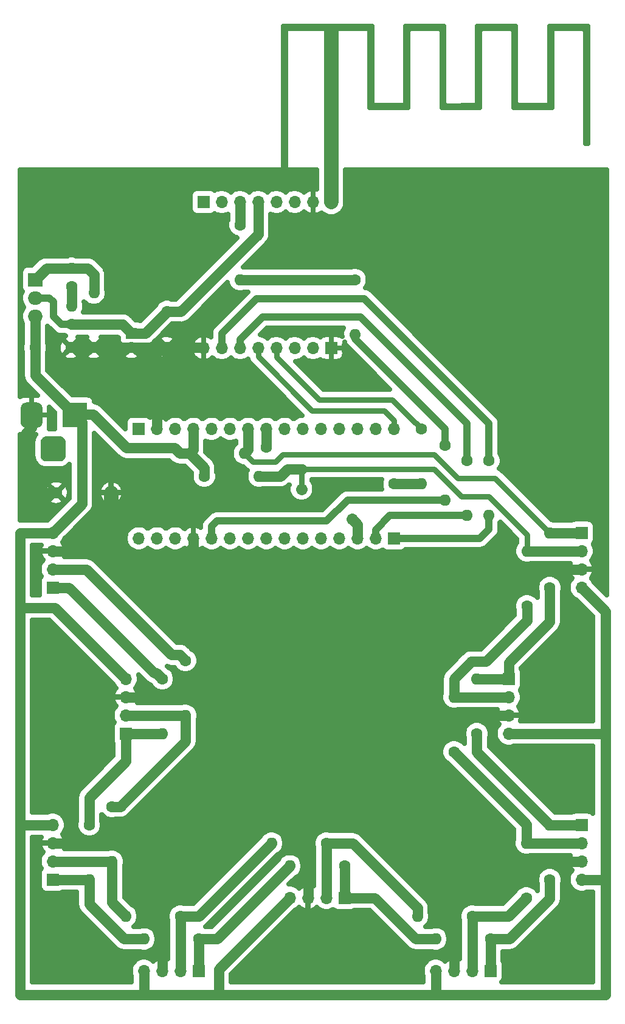
<source format=gbr>
G04 #@! TF.GenerationSoftware,KiCad,Pcbnew,(5.1.5)-3*
G04 #@! TF.CreationDate,2020-05-22T17:28:33+01:00*
G04 #@! TF.ProjectId,CU,43552e6b-6963-4616-945f-706362585858,rev?*
G04 #@! TF.SameCoordinates,Original*
G04 #@! TF.FileFunction,Copper,L2,Bot*
G04 #@! TF.FilePolarity,Positive*
%FSLAX46Y46*%
G04 Gerber Fmt 4.6, Leading zero omitted, Abs format (unit mm)*
G04 Created by KiCad (PCBNEW (5.1.5)-3) date 2020-05-22 17:28:33*
%MOMM*%
%LPD*%
G04 APERTURE LIST*
%ADD10O,1.600000X1.600000*%
%ADD11C,1.600000*%
%ADD12R,1.600000X1.600000*%
%ADD13O,2.000000X1.905000*%
%ADD14R,2.000000X1.905000*%
%ADD15C,1.600000*%
%ADD16R,1.700000X1.700000*%
%ADD17O,1.700000X1.700000*%
%ADD18C,0.100000*%
%ADD19R,3.500000X3.500000*%
%ADD20C,1.400000*%
%ADD21C,1.000000*%
%ADD22C,0.800000*%
%ADD23C,2.000000*%
%ADD24C,0.950000*%
%ADD25C,0.650000*%
G04 APERTURE END LIST*
D10*
X72136000Y-93980000D03*
D11*
X64516000Y-93980000D03*
X79939875Y-73782948D03*
X79939875Y-68782948D03*
D10*
X69745279Y-66190928D03*
D11*
X69745279Y-73810928D03*
D10*
X66633779Y-68032426D03*
D11*
X66633779Y-70572426D03*
D10*
X66633778Y-62761927D03*
D11*
X66633778Y-65301927D03*
X74961100Y-73805791D03*
D12*
X74961100Y-71805791D03*
D11*
X66553779Y-73810927D03*
X61553779Y-73810927D03*
D13*
X61553778Y-69429427D03*
X61553778Y-66889427D03*
D14*
X61553778Y-64349427D03*
D11*
X83084345Y-88527787D03*
D10*
X90704345Y-88527787D03*
D11*
X115342346Y-85098787D03*
D10*
X115342346Y-92718787D03*
D11*
X85116346Y-91702787D03*
D10*
X92736346Y-91702787D03*
D11*
X111532347Y-92718787D03*
D15*
X105695088Y-97616829D02*
X105695088Y-97616829D01*
D10*
X90099874Y-64337948D03*
D11*
X90099874Y-56717948D03*
D10*
X106101874Y-71957949D03*
D11*
X106101874Y-64337949D03*
X118644346Y-87384786D03*
D10*
X118644346Y-95004786D03*
X133223000Y-140208000D03*
D11*
X133223000Y-147828000D03*
D10*
X123063000Y-119888000D03*
D11*
X123063000Y-127508000D03*
D10*
X133223000Y-99568000D03*
D11*
X133223000Y-107188000D03*
D10*
X129968001Y-142748000D03*
D11*
X129968001Y-150368000D03*
D10*
X119888000Y-122428000D03*
D11*
X119888000Y-130048000D03*
D10*
X130048000Y-102108000D03*
D11*
X130048000Y-109728000D03*
D10*
X117348000Y-156083000D03*
D11*
X124968000Y-156083000D03*
D10*
X114808000Y-152908000D03*
D11*
X122428000Y-152908000D03*
D10*
X97028000Y-145923000D03*
D11*
X104648000Y-145923000D03*
D10*
X94488000Y-142748000D03*
D11*
X102108000Y-142748000D03*
X124740346Y-89543787D03*
D10*
X124740346Y-97163787D03*
D11*
X121692345Y-89543787D03*
D10*
X121692345Y-97163787D03*
D11*
X93752346Y-87638788D03*
D15*
X98650388Y-93476047D02*
X98650388Y-93476047D01*
D10*
X76708000Y-156083000D03*
D11*
X84328000Y-156083000D03*
D10*
X74168000Y-152908000D03*
D11*
X81788000Y-152908000D03*
D10*
X72263000Y-145288000D03*
D11*
X72263000Y-137668000D03*
D10*
X82502999Y-124968000D03*
D11*
X82502999Y-117348000D03*
D10*
X69088000Y-147828000D03*
D11*
X69088000Y-140208000D03*
D10*
X79248000Y-127508000D03*
D11*
X79248000Y-119888000D03*
D16*
X75972346Y-85098787D03*
D17*
X78512346Y-85098787D03*
X81052346Y-85098787D03*
X83592346Y-85098787D03*
X86132346Y-85098787D03*
X88672346Y-85098787D03*
X91212346Y-85098787D03*
X93752346Y-85098787D03*
X96292346Y-85098787D03*
X98832346Y-85098787D03*
X101372346Y-85098787D03*
X103912346Y-85098787D03*
X106452346Y-85098787D03*
X108992346Y-85098787D03*
X111532346Y-85098787D03*
D16*
X111532346Y-100338787D03*
D17*
X108992346Y-100338787D03*
X106452346Y-100338787D03*
X103912346Y-100338787D03*
X101372346Y-100338787D03*
X98832346Y-100338787D03*
X96292346Y-100338787D03*
X93752346Y-100338787D03*
X91212346Y-100338787D03*
X88672346Y-100338787D03*
X86132346Y-100338787D03*
X83592346Y-100338787D03*
X81052346Y-100338787D03*
X78512346Y-100338787D03*
X75972346Y-100338787D03*
X137668000Y-147828000D03*
X137668000Y-145288000D03*
X137668000Y-142748000D03*
D16*
X137668000Y-140208000D03*
D17*
X127508000Y-127508000D03*
X127508000Y-124968000D03*
X127508000Y-122428000D03*
D16*
X127508000Y-119888000D03*
D17*
X137668000Y-107188000D03*
X137668000Y-104648000D03*
X137668000Y-102108000D03*
D16*
X137668000Y-99568000D03*
D17*
X102799873Y-53542947D03*
X100259873Y-53542947D03*
X97719873Y-53542947D03*
X95179873Y-53542947D03*
X92639873Y-53542947D03*
X90099873Y-53542947D03*
X87559873Y-53542947D03*
D16*
X85019873Y-53542947D03*
D17*
X117348000Y-160528000D03*
X119888000Y-160528000D03*
X122428000Y-160528000D03*
D16*
X124968000Y-160528000D03*
D17*
X85019875Y-73862948D03*
X87559875Y-73862948D03*
X90099875Y-73862948D03*
X92639875Y-73862948D03*
X95179875Y-73862948D03*
X97719875Y-73862948D03*
X100259875Y-73862948D03*
D16*
X102799875Y-73862948D03*
D17*
X97028000Y-150368000D03*
X99568000Y-150368000D03*
X102108000Y-150368000D03*
D16*
X104648000Y-150368000D03*
D17*
X76708000Y-160528000D03*
X79248000Y-160528000D03*
X81788000Y-160528000D03*
D16*
X84328000Y-160528000D03*
D17*
X64008000Y-140208000D03*
X64008000Y-142748000D03*
X64008000Y-145288000D03*
D16*
X64008000Y-147828000D03*
D17*
X74168000Y-119888000D03*
X74168000Y-122428000D03*
X74168000Y-124968000D03*
D16*
X74168000Y-127508000D03*
D17*
X64008000Y-99568000D03*
X64008000Y-102108000D03*
X64008000Y-104648000D03*
D16*
X64008000Y-107188000D03*
G04 #@! TA.AperFunction,ComponentPad*
D18*
G36*
X65016765Y-86139213D02*
G01*
X65101704Y-86151813D01*
X65184999Y-86172677D01*
X65265848Y-86201605D01*
X65343472Y-86238319D01*
X65417124Y-86282464D01*
X65486094Y-86333616D01*
X65549718Y-86391282D01*
X65607384Y-86454906D01*
X65658536Y-86523876D01*
X65702681Y-86597528D01*
X65739395Y-86675152D01*
X65768323Y-86756001D01*
X65789187Y-86839296D01*
X65801787Y-86924235D01*
X65806000Y-87010000D01*
X65806000Y-88760000D01*
X65801787Y-88845765D01*
X65789187Y-88930704D01*
X65768323Y-89013999D01*
X65739395Y-89094848D01*
X65702681Y-89172472D01*
X65658536Y-89246124D01*
X65607384Y-89315094D01*
X65549718Y-89378718D01*
X65486094Y-89436384D01*
X65417124Y-89487536D01*
X65343472Y-89531681D01*
X65265848Y-89568395D01*
X65184999Y-89597323D01*
X65101704Y-89618187D01*
X65016765Y-89630787D01*
X64931000Y-89635000D01*
X63181000Y-89635000D01*
X63095235Y-89630787D01*
X63010296Y-89618187D01*
X62927001Y-89597323D01*
X62846152Y-89568395D01*
X62768528Y-89531681D01*
X62694876Y-89487536D01*
X62625906Y-89436384D01*
X62562282Y-89378718D01*
X62504616Y-89315094D01*
X62453464Y-89246124D01*
X62409319Y-89172472D01*
X62372605Y-89094848D01*
X62343677Y-89013999D01*
X62322813Y-88930704D01*
X62310213Y-88845765D01*
X62306000Y-88760000D01*
X62306000Y-87010000D01*
X62310213Y-86924235D01*
X62322813Y-86839296D01*
X62343677Y-86756001D01*
X62372605Y-86675152D01*
X62409319Y-86597528D01*
X62453464Y-86523876D01*
X62504616Y-86454906D01*
X62562282Y-86391282D01*
X62625906Y-86333616D01*
X62694876Y-86282464D01*
X62768528Y-86238319D01*
X62846152Y-86201605D01*
X62927001Y-86172677D01*
X63010296Y-86151813D01*
X63095235Y-86139213D01*
X63181000Y-86135000D01*
X64931000Y-86135000D01*
X65016765Y-86139213D01*
G37*
G04 #@! TD.AperFunction*
G04 #@! TA.AperFunction,ComponentPad*
G36*
X61879513Y-81438611D02*
G01*
X61952318Y-81449411D01*
X62023714Y-81467295D01*
X62093013Y-81492090D01*
X62159548Y-81523559D01*
X62222678Y-81561398D01*
X62281795Y-81605242D01*
X62336330Y-81654670D01*
X62385758Y-81709205D01*
X62429602Y-81768322D01*
X62467441Y-81831452D01*
X62498910Y-81897987D01*
X62523705Y-81967286D01*
X62541589Y-82038682D01*
X62552389Y-82111487D01*
X62556000Y-82185000D01*
X62556000Y-84185000D01*
X62552389Y-84258513D01*
X62541589Y-84331318D01*
X62523705Y-84402714D01*
X62498910Y-84472013D01*
X62467441Y-84538548D01*
X62429602Y-84601678D01*
X62385758Y-84660795D01*
X62336330Y-84715330D01*
X62281795Y-84764758D01*
X62222678Y-84808602D01*
X62159548Y-84846441D01*
X62093013Y-84877910D01*
X62023714Y-84902705D01*
X61952318Y-84920589D01*
X61879513Y-84931389D01*
X61806000Y-84935000D01*
X60306000Y-84935000D01*
X60232487Y-84931389D01*
X60159682Y-84920589D01*
X60088286Y-84902705D01*
X60018987Y-84877910D01*
X59952452Y-84846441D01*
X59889322Y-84808602D01*
X59830205Y-84764758D01*
X59775670Y-84715330D01*
X59726242Y-84660795D01*
X59682398Y-84601678D01*
X59644559Y-84538548D01*
X59613090Y-84472013D01*
X59588295Y-84402714D01*
X59570411Y-84331318D01*
X59559611Y-84258513D01*
X59556000Y-84185000D01*
X59556000Y-82185000D01*
X59559611Y-82111487D01*
X59570411Y-82038682D01*
X59588295Y-81967286D01*
X59613090Y-81897987D01*
X59644559Y-81831452D01*
X59682398Y-81768322D01*
X59726242Y-81709205D01*
X59775670Y-81654670D01*
X59830205Y-81605242D01*
X59889322Y-81561398D01*
X59952452Y-81523559D01*
X60018987Y-81492090D01*
X60088286Y-81467295D01*
X60159682Y-81449411D01*
X60232487Y-81438611D01*
X60306000Y-81435000D01*
X61806000Y-81435000D01*
X61879513Y-81438611D01*
G37*
G04 #@! TD.AperFunction*
D19*
X67056000Y-83185000D03*
D20*
X62484000Y-93980000D02*
X64516000Y-93980000D01*
X60325000Y-91821000D02*
X62484000Y-93980000D01*
X60325000Y-85666000D02*
X60325000Y-91821000D01*
X61056000Y-83185000D02*
X61056000Y-84935000D01*
X61056000Y-84935000D02*
X60325000Y-85666000D01*
X61553779Y-73810927D02*
X61553779Y-69429428D01*
X85116346Y-90559787D02*
X83084345Y-88527787D01*
X85116346Y-91702787D02*
X85116346Y-90559787D01*
X83592346Y-88019787D02*
X83084345Y-88527787D01*
X83592346Y-85098787D02*
X83592346Y-88019787D01*
X64008000Y-99568000D02*
X60452000Y-99568000D01*
X60452000Y-99568000D02*
X59436000Y-99568000D01*
X59436000Y-128778000D02*
X59436000Y-129540000D01*
X59436000Y-129540000D02*
X59436000Y-136144000D01*
X59436000Y-109982000D02*
X64262000Y-109982000D01*
X59436000Y-109982000D02*
X59436000Y-128778000D01*
X64262000Y-109982000D02*
X74168000Y-119888000D01*
X59436000Y-99568000D02*
X59436000Y-109982000D01*
X64008000Y-140208000D02*
X59436000Y-140208000D01*
X59436000Y-136144000D02*
X59436000Y-140208000D01*
X59436000Y-140208000D02*
X59436000Y-163830000D01*
X140970000Y-110490000D02*
X137668000Y-107188000D01*
X127508000Y-127508000D02*
X140970000Y-127508000D01*
X140970000Y-127508000D02*
X140970000Y-110490000D01*
X137668000Y-147828000D02*
X138870081Y-147828000D01*
X138870081Y-147828000D02*
X140970000Y-147828000D01*
X140970000Y-163830000D02*
X140970000Y-147828000D01*
X140970000Y-147828000D02*
X140970000Y-127508000D01*
X117348000Y-163576000D02*
X117094000Y-163830000D01*
X117348000Y-160528000D02*
X117348000Y-163576000D01*
X117094000Y-163830000D02*
X140970000Y-163830000D01*
X87122000Y-160274000D02*
X87122000Y-163830000D01*
X97028000Y-150368000D02*
X87122000Y-160274000D01*
X87122000Y-163830000D02*
X117094000Y-163830000D01*
X76708000Y-160528000D02*
X76708000Y-163576000D01*
X59436000Y-163830000D02*
X76454000Y-163830000D01*
X76708000Y-163576000D02*
X76454000Y-163830000D01*
X76454000Y-163830000D02*
X87122000Y-163830000D01*
X68072000Y-84201000D02*
X67056000Y-83185000D01*
X64008000Y-99568000D02*
X68072000Y-95504000D01*
X68072000Y-95504000D02*
X68072000Y-84201000D01*
X81687346Y-88527787D02*
X80925346Y-87765787D01*
X74303788Y-87765788D02*
X69596000Y-83058000D01*
X67183000Y-83058000D02*
X67056000Y-83185000D01*
X80925346Y-87765787D02*
X74303788Y-87765788D01*
X83084345Y-88527787D02*
X81687346Y-88527787D01*
X69596000Y-83058000D02*
X67183000Y-83058000D01*
X61553779Y-77682779D02*
X67056000Y-83185000D01*
X61553779Y-73810927D02*
X61553779Y-77682779D01*
X68671629Y-104648000D02*
X65210081Y-104648000D01*
X65210081Y-104648000D02*
X64008000Y-104648000D01*
X80571630Y-116548001D02*
X68671629Y-104648000D01*
X81703000Y-116548001D02*
X80571630Y-116548001D01*
X82502999Y-117348000D02*
X81703000Y-116548001D01*
X66258000Y-107188000D02*
X64008000Y-107188000D01*
X78158001Y-119088001D02*
X66258000Y-107188000D01*
X79248000Y-119888000D02*
X78448001Y-119088001D01*
X78448001Y-119088001D02*
X78158001Y-119088001D01*
X74168000Y-124968000D02*
X82502999Y-124968000D01*
X82502999Y-126099370D02*
X82502999Y-124968000D01*
X72263000Y-137668000D02*
X73394370Y-137668000D01*
X82502999Y-128559371D02*
X82502999Y-126099370D01*
X73394370Y-137668000D02*
X82502999Y-128559371D01*
X79248000Y-127508000D02*
X74168000Y-127508000D01*
X69088000Y-140208000D02*
X69088000Y-136398000D01*
X74168000Y-131318000D02*
X74168000Y-127508000D01*
X69088000Y-136398000D02*
X74168000Y-131318000D01*
X64008000Y-145288000D02*
X72263000Y-145288000D01*
X72263000Y-151003000D02*
X74168000Y-152908000D01*
X72263000Y-145288000D02*
X72263000Y-151003000D01*
X69088000Y-147828000D02*
X64008000Y-147828000D01*
X69088000Y-147828000D02*
X69088000Y-151257000D01*
X73914000Y-156083000D02*
X76708000Y-156083000D01*
X69088000Y-151257000D02*
X73914000Y-156083000D01*
X81788000Y-152908000D02*
X81788000Y-160528000D01*
X84328000Y-152908000D02*
X94488000Y-142748000D01*
X81788000Y-152908000D02*
X84328000Y-152908000D01*
X84328000Y-156083000D02*
X84328000Y-160528000D01*
X86868000Y-156083000D02*
X97028000Y-145923000D01*
X84328000Y-156083000D02*
X86868000Y-156083000D01*
X102108000Y-142748000D02*
X102108000Y-150368000D01*
X103239370Y-142748000D02*
X102108000Y-142748000D01*
X114808000Y-151776630D02*
X105779370Y-142748000D01*
X105779370Y-142748000D02*
X103239370Y-142748000D01*
X114808000Y-152908000D02*
X114808000Y-151776630D01*
X104648000Y-150368000D02*
X104648000Y-145923000D01*
X114554000Y-156083000D02*
X116216630Y-156083000D01*
X116216630Y-156083000D02*
X117348000Y-156083000D01*
X104648000Y-150368000D02*
X108839000Y-150368000D01*
X108839000Y-150368000D02*
X114554000Y-156083000D01*
X66553779Y-73810926D02*
X69745279Y-73810928D01*
X80019874Y-73862948D02*
X79939875Y-73782948D01*
X84939875Y-73782948D02*
X85019875Y-73862949D01*
X79939875Y-73782948D02*
X84939875Y-73782948D01*
X69750415Y-73805790D02*
X69745279Y-73810928D01*
X74961100Y-73805791D02*
X69750415Y-73805790D01*
X74983943Y-73782947D02*
X74961100Y-73805791D01*
X79939875Y-73782948D02*
X74983943Y-73782947D01*
X78512346Y-85098787D02*
X78512346Y-80237654D01*
X79939875Y-78810125D02*
X79939875Y-73782948D01*
X78512346Y-80237654D02*
X79939875Y-78810125D01*
D21*
X124740346Y-89543787D02*
X124740346Y-86622787D01*
X87559874Y-71830947D02*
X87559874Y-73862949D01*
X92385874Y-67004947D02*
X87559874Y-71830947D01*
X92385874Y-67004947D02*
X107390947Y-67004947D01*
X124740346Y-84354346D02*
X124740346Y-86622787D01*
X107390947Y-67004947D02*
X124740346Y-84354346D01*
X90099874Y-72660866D02*
X90099875Y-73862948D01*
X93215794Y-69544948D02*
X90099874Y-72660866D01*
X93215794Y-69544948D02*
X106882948Y-69544948D01*
X121692345Y-84354345D02*
X121692345Y-89543787D01*
X106882948Y-69544948D02*
X121692345Y-84354345D01*
D22*
X110185640Y-82550000D02*
X111532346Y-83896706D01*
X100124846Y-82550000D02*
X110185640Y-82550000D01*
X92639875Y-75065029D02*
X100124846Y-82550000D01*
X111532346Y-83896706D02*
X111532346Y-85098787D01*
X92639875Y-73862948D02*
X92639875Y-75065029D01*
X95179875Y-75113875D02*
X95179875Y-73862948D01*
X114542347Y-84298788D02*
X114524788Y-84298788D01*
X115342346Y-85098787D02*
X114542347Y-84298788D01*
X111252000Y-81026000D02*
X101092000Y-81026000D01*
X114524788Y-84298788D02*
X111252000Y-81026000D01*
X101092000Y-81026000D02*
X95179875Y-75113875D01*
D20*
X122428000Y-152908000D02*
X122428000Y-160528000D01*
X127428001Y-152908000D02*
X129968001Y-150368000D01*
X122428000Y-152908000D02*
X127428001Y-152908000D01*
X124968000Y-156083000D02*
X124968000Y-160528000D01*
X124968000Y-156083000D02*
X127635000Y-156083000D01*
X133223000Y-150495000D02*
X133223000Y-147828000D01*
X127635000Y-156083000D02*
X133223000Y-150495000D01*
D21*
X64093779Y-67429427D02*
X63553778Y-66889426D01*
X63553778Y-66889426D02*
X61553779Y-66889428D01*
X64093779Y-69429428D02*
X64093779Y-67429427D01*
X65236779Y-70572427D02*
X64093779Y-69429428D01*
X66633779Y-70572426D02*
X65236779Y-70572427D01*
D20*
X79939875Y-68782948D02*
X81844874Y-68782948D01*
X92639875Y-57987947D02*
X92639874Y-53542949D01*
X81844874Y-68782948D02*
X92639875Y-57987947D01*
X76917031Y-71805790D02*
X79939875Y-68782948D01*
X74961100Y-71805791D02*
X76917031Y-71805790D01*
X73727735Y-70572426D02*
X74961100Y-71805791D01*
X66633779Y-70572426D02*
X73727735Y-70572426D01*
X90099874Y-53542948D02*
X90099874Y-56717948D01*
X137668000Y-102108000D02*
X130048000Y-102108000D01*
X92736346Y-91702787D02*
X93867715Y-91702787D01*
D22*
X98650388Y-90741745D02*
X98650388Y-93476046D01*
D20*
X98650388Y-90741745D02*
X98705346Y-90686787D01*
X98705346Y-90686787D02*
X96673346Y-90686787D01*
X95657346Y-91702787D02*
X93867715Y-91702787D01*
X96673346Y-90686787D02*
X95657346Y-91702787D01*
D22*
X98705346Y-90686787D02*
X117120346Y-90686787D01*
X117120346Y-90686787D02*
X120930346Y-94496787D01*
X120930346Y-94496787D02*
X124722787Y-94496787D01*
X130048000Y-99822000D02*
X130048000Y-102108000D01*
X124722787Y-94496787D02*
X130048000Y-99822000D01*
D20*
X133223000Y-99568000D02*
X137668000Y-99568000D01*
D22*
X118644346Y-90178787D02*
X118136346Y-89670787D01*
X91847346Y-89670787D02*
X90704346Y-88527787D01*
X96038346Y-88654787D02*
X95022346Y-89670787D01*
X95022346Y-89670787D02*
X91847346Y-89670787D01*
X118644346Y-90178787D02*
X117120346Y-88654787D01*
X117120346Y-88654787D02*
X96038346Y-88654787D01*
X118644346Y-90178787D02*
X120422345Y-91956787D01*
D20*
X91212346Y-88019787D02*
X90704346Y-88527787D01*
X91212346Y-85098787D02*
X91212346Y-88019787D01*
D22*
X125611787Y-91956787D02*
X133223000Y-99568000D01*
X120422345Y-91956787D02*
X125611787Y-91956787D01*
D20*
X127508000Y-122428000D02*
X119888000Y-122428000D01*
X130048000Y-111760000D02*
X130048000Y-109728000D01*
X124333000Y-117475000D02*
X130048000Y-111760000D01*
X122301000Y-117475000D02*
X124333000Y-117475000D01*
X119888000Y-122428000D02*
X119888000Y-119888000D01*
X119888000Y-119888000D02*
X122301000Y-117475000D01*
X123063000Y-119888000D02*
X127508000Y-119888000D01*
X133223000Y-108319370D02*
X133223000Y-107188000D01*
X127508000Y-117638000D02*
X133223000Y-111923000D01*
X133223000Y-111923000D02*
X133223000Y-108319370D01*
X127508000Y-119888000D02*
X127508000Y-117638000D01*
X129968001Y-142748000D02*
X137668000Y-142748000D01*
X129968001Y-140128001D02*
X119888000Y-130048000D01*
X129968001Y-142748000D02*
X129968001Y-140128001D01*
X133223000Y-140208000D02*
X137668000Y-140208000D01*
X123063000Y-130048000D02*
X133223000Y-140208000D01*
X123063000Y-127508000D02*
X123063000Y-130048000D01*
D21*
X86132346Y-98687787D02*
X86132346Y-100338787D01*
X102134346Y-97925787D02*
X86894346Y-97925787D01*
X86894346Y-97925787D02*
X86132346Y-98687787D01*
X118644346Y-95004787D02*
X105055346Y-95004787D01*
X105055346Y-95004787D02*
X102134346Y-97925787D01*
D20*
X106452346Y-98374088D02*
X105695087Y-97616829D01*
X106452346Y-100338787D02*
X106452346Y-98374088D01*
D21*
X108992345Y-99136706D02*
X108992346Y-100338787D01*
X110965265Y-97163787D02*
X108992345Y-99136706D01*
X121692346Y-97163787D02*
X110965265Y-97163787D01*
X124740346Y-99068787D02*
X124740346Y-97163787D01*
X111532346Y-100338787D02*
X123470346Y-100338787D01*
X123470346Y-100338787D02*
X124740346Y-99068787D01*
D20*
X93752346Y-87638788D02*
X93752346Y-85098787D01*
X63141279Y-62761927D02*
X61553778Y-64349427D01*
X66633778Y-62761927D02*
X63141279Y-62761927D01*
X69745280Y-66190928D02*
X69745278Y-63650928D01*
X68856279Y-62761928D02*
X66633778Y-62761927D01*
X69745278Y-63650928D02*
X68856279Y-62761928D01*
X66633779Y-68032427D02*
X66633778Y-65301927D01*
D21*
X118644346Y-86253416D02*
X118644346Y-87384786D01*
X118618000Y-86227070D02*
X118644346Y-86253416D01*
X106101874Y-71957949D02*
X106101874Y-72573874D01*
X118618000Y-85090000D02*
X118618000Y-86227070D01*
X106101874Y-72573874D02*
X118618000Y-85090000D01*
D20*
X90099875Y-64337947D02*
X106101874Y-64337949D01*
X111532347Y-92718787D02*
X115342345Y-92718787D01*
X137668000Y-104648000D02*
X136465919Y-104648000D01*
D23*
X116332000Y-125476000D02*
X116332000Y-127000000D01*
D20*
X119888000Y-160528000D02*
X119888000Y-154432000D01*
X119888000Y-154432000D02*
X118364000Y-152908000D01*
X118364000Y-152908000D02*
X118364000Y-148844000D01*
X106680000Y-137160000D02*
X106172000Y-137160000D01*
X118364000Y-148844000D02*
X106680000Y-137160000D01*
D23*
X106172000Y-137160000D02*
X103632000Y-139700000D01*
D20*
X112776000Y-131064000D02*
X112268000Y-131064000D01*
X137668000Y-145288000D02*
X127000000Y-145288000D01*
X127000000Y-145288000D02*
X112776000Y-131064000D01*
D23*
X116332000Y-127000000D02*
X112268000Y-131064000D01*
X112268000Y-131064000D02*
X106172000Y-137160000D01*
D20*
X116840000Y-124968000D02*
X116332000Y-125476000D01*
X127508000Y-124968000D02*
X116840000Y-124968000D01*
X64008000Y-142748000D02*
X70612000Y-142748000D01*
X70612000Y-142748000D02*
X71628000Y-141732000D01*
X71628000Y-141732000D02*
X77216000Y-141732000D01*
X77216000Y-141732000D02*
X84836000Y-134112000D01*
X74168000Y-122428000D02*
X85344000Y-122428000D01*
X85344000Y-122428000D02*
X85852000Y-121920000D01*
D23*
X85852000Y-121920000D02*
X85852000Y-115824000D01*
D20*
X64008000Y-102108000D02*
X72136000Y-102108000D01*
D23*
X72136000Y-93980000D02*
X72136000Y-96012000D01*
X72136000Y-96012000D02*
X72136000Y-102108000D01*
D20*
X99060000Y-144018000D02*
X99060000Y-139700000D01*
X99568000Y-150368000D02*
X99568000Y-144526000D01*
D23*
X103632000Y-139700000D02*
X99060000Y-139700000D01*
D20*
X99568000Y-144526000D02*
X99060000Y-144018000D01*
D23*
X116332000Y-125476000D02*
X116332000Y-119888000D01*
X116332000Y-119888000D02*
X131572000Y-104648000D01*
D20*
X136465919Y-104648000D02*
X131572000Y-104648000D01*
D23*
X98044000Y-139700000D02*
X99060000Y-139700000D01*
X93472000Y-139700000D02*
X98044000Y-139700000D01*
X85852000Y-121920000D02*
X85852000Y-132080000D01*
D20*
X84836000Y-134112000D02*
X86360000Y-132588000D01*
D23*
X85852000Y-132080000D02*
X86360000Y-132588000D01*
D20*
X90932000Y-137668000D02*
X90932000Y-137160000D01*
X78232000Y-150368000D02*
X90932000Y-137668000D01*
X79248000Y-160528000D02*
X79248000Y-154432000D01*
D23*
X86360000Y-132588000D02*
X90932000Y-137160000D01*
X90932000Y-137160000D02*
X93472000Y-139700000D01*
D20*
X79248000Y-154432000D02*
X78232000Y-153416000D01*
X78232000Y-153416000D02*
X78232000Y-150368000D01*
D23*
X85852000Y-115824000D02*
X77724000Y-107696000D01*
X77724000Y-107696000D02*
X72136000Y-102108000D01*
D20*
X77724000Y-107409214D02*
X77724000Y-107696000D01*
X83592346Y-101540868D02*
X77724000Y-107409214D01*
X83592346Y-100338787D02*
X83592346Y-101540868D01*
D23*
X102799873Y-53542947D02*
X102799873Y-47974527D01*
D24*
X96309180Y-48293020D02*
X96309180Y-49329340D01*
D25*
G36*
X138513989Y-29110545D02*
G01*
X138516431Y-45435640D01*
X138181012Y-45435640D01*
X138183500Y-29771392D01*
X138177265Y-29707986D01*
X138158781Y-29647016D01*
X138128756Y-29590823D01*
X138088346Y-29541567D01*
X138039103Y-29501141D01*
X137982920Y-29471099D01*
X137921955Y-29452595D01*
X137858910Y-29446340D01*
X133830470Y-29441260D01*
X133767058Y-29447425D01*
X133706067Y-29465843D01*
X133649841Y-29495805D01*
X133600540Y-29536161D01*
X133560060Y-29585359D01*
X133529956Y-29641509D01*
X133511385Y-29702454D01*
X133505060Y-29766335D01*
X133507525Y-40452160D01*
X128165740Y-40452160D01*
X128165740Y-29768800D01*
X128159495Y-29705396D01*
X128141001Y-29644428D01*
X128110968Y-29588240D01*
X128070550Y-29538990D01*
X128021300Y-29498572D01*
X127965112Y-29468539D01*
X127904144Y-29450045D01*
X127840740Y-29443800D01*
X123814840Y-29443800D01*
X123751436Y-29450045D01*
X123690468Y-29468539D01*
X123634280Y-29498572D01*
X123585030Y-29538990D01*
X123544612Y-29588240D01*
X123514579Y-29644428D01*
X123496085Y-29705396D01*
X123489840Y-29768800D01*
X123489840Y-40452160D01*
X118173530Y-40452160D01*
X118178460Y-29768950D01*
X118172244Y-29705543D01*
X118153778Y-29644566D01*
X118123771Y-29588364D01*
X118083376Y-29539096D01*
X118034145Y-29498656D01*
X117977971Y-29468597D01*
X117917011Y-29450074D01*
X117853460Y-29443800D01*
X113822480Y-29443800D01*
X113759076Y-29450045D01*
X113698108Y-29468539D01*
X113641920Y-29498572D01*
X113592670Y-29538990D01*
X113552252Y-29588240D01*
X113522219Y-29644428D01*
X113503725Y-29705396D01*
X113497480Y-29768800D01*
X113497480Y-40452160D01*
X108155620Y-40452160D01*
X108155620Y-29768800D01*
X108149375Y-29705396D01*
X108130881Y-29644428D01*
X108100848Y-29588240D01*
X108060430Y-29538990D01*
X108011180Y-29498572D01*
X107954992Y-29468539D01*
X107894024Y-29450045D01*
X107830620Y-29443800D01*
X103804720Y-29443800D01*
X103741316Y-29450045D01*
X103680348Y-29468539D01*
X103624160Y-29498572D01*
X103574910Y-29538990D01*
X103534492Y-29588240D01*
X103504459Y-29644428D01*
X103485965Y-29705396D01*
X103479720Y-29768800D01*
X103479720Y-48460780D01*
X102153600Y-48460780D01*
X102153600Y-29768800D01*
X102147355Y-29705396D01*
X102128861Y-29644428D01*
X102098828Y-29588240D01*
X102058410Y-29538990D01*
X102009160Y-29498572D01*
X101952972Y-29468539D01*
X101892004Y-29450045D01*
X101828600Y-29443800D01*
X96786700Y-29443800D01*
X96723296Y-29450045D01*
X96662328Y-29468539D01*
X96606140Y-29498572D01*
X96556890Y-29538990D01*
X96516472Y-29588240D01*
X96486439Y-29644428D01*
X96467945Y-29705396D01*
X96461700Y-29768800D01*
X96461700Y-48768000D01*
X96467945Y-48831404D01*
X96486439Y-48892372D01*
X96516472Y-48948560D01*
X96556890Y-48997810D01*
X96606140Y-49038228D01*
X96662328Y-49068261D01*
X96723296Y-49086755D01*
X96786700Y-49093000D01*
X100767000Y-49093000D01*
X100767000Y-51797654D01*
X100661562Y-51762702D01*
X100570031Y-51744496D01*
X100284873Y-51961895D01*
X100284873Y-53517947D01*
X100304873Y-53517947D01*
X100304873Y-53567947D01*
X100284873Y-53567947D01*
X100284873Y-55123999D01*
X100570031Y-55341398D01*
X100661562Y-55323192D01*
X100767000Y-55288240D01*
X100767000Y-55372000D01*
X100773245Y-55435404D01*
X100791739Y-55496372D01*
X100821772Y-55552560D01*
X100862190Y-55601810D01*
X100911440Y-55642228D01*
X100967628Y-55672261D01*
X101028596Y-55690755D01*
X101092000Y-55697000D01*
X104394000Y-55697000D01*
X104457404Y-55690755D01*
X104518372Y-55672261D01*
X104574560Y-55642228D01*
X104623810Y-55601810D01*
X104664228Y-55552560D01*
X104694261Y-55496372D01*
X104712755Y-55435404D01*
X104719000Y-55372000D01*
X104719000Y-49093000D01*
X141190000Y-49093000D01*
X141190001Y-108270483D01*
X139407547Y-106488029D01*
X139329603Y-106299855D01*
X139124407Y-105992757D01*
X139049650Y-105918000D01*
X139124407Y-105843243D01*
X139329603Y-105536145D01*
X139470944Y-105194917D01*
X139543000Y-104832671D01*
X139543000Y-104463329D01*
X139470944Y-104101083D01*
X139329603Y-103759855D01*
X139124407Y-103452757D01*
X139049650Y-103378000D01*
X139124407Y-103303243D01*
X139329603Y-102996145D01*
X139470944Y-102654917D01*
X139543000Y-102292671D01*
X139543000Y-101923329D01*
X139470944Y-101561083D01*
X139329603Y-101219855D01*
X139265120Y-101123349D01*
X139374380Y-100990215D01*
X139469558Y-100812148D01*
X139528169Y-100618935D01*
X139547959Y-100418000D01*
X139547959Y-98718000D01*
X139528169Y-98517065D01*
X139469558Y-98323852D01*
X139374380Y-98145785D01*
X139246291Y-97989709D01*
X139090215Y-97861620D01*
X138912148Y-97766442D01*
X138718935Y-97707831D01*
X138518000Y-97688041D01*
X136818000Y-97688041D01*
X136617065Y-97707831D01*
X136423852Y-97766442D01*
X136280621Y-97843000D01*
X133827436Y-97843000D01*
X133755333Y-97813134D01*
X133415863Y-97745609D01*
X126668915Y-90998662D01*
X126624289Y-90944285D01*
X126407305Y-90766211D01*
X126194471Y-90652448D01*
X126357640Y-90408248D01*
X126495212Y-90076120D01*
X126565346Y-89723534D01*
X126565346Y-89364040D01*
X126495212Y-89011454D01*
X126357640Y-88679326D01*
X126265346Y-88541198D01*
X126265346Y-84429245D01*
X126272723Y-84354345D01*
X126265346Y-84279445D01*
X126265346Y-84279435D01*
X126243280Y-84055394D01*
X126156079Y-83767930D01*
X126014472Y-83503002D01*
X125823901Y-83270791D01*
X125765715Y-83223040D01*
X108522264Y-65979590D01*
X108474502Y-65921392D01*
X108242291Y-65730821D01*
X107977363Y-65589214D01*
X107689899Y-65502013D01*
X107529533Y-65486218D01*
X107719168Y-65202410D01*
X107856740Y-64870282D01*
X107926874Y-64517696D01*
X107926874Y-64158202D01*
X107856740Y-63805616D01*
X107719168Y-63473488D01*
X107519444Y-63174580D01*
X107265243Y-62920379D01*
X106966335Y-62720655D01*
X106634207Y-62583083D01*
X106281621Y-62512949D01*
X105922127Y-62512949D01*
X105569541Y-62583083D01*
X105497436Y-62612950D01*
X90704308Y-62612947D01*
X90632207Y-62583082D01*
X90508805Y-62558536D01*
X93799722Y-59267619D01*
X93865536Y-59213607D01*
X93919548Y-59147793D01*
X93919553Y-59147788D01*
X94081099Y-58950943D01*
X94241278Y-58651270D01*
X94339915Y-58326107D01*
X94373221Y-57987947D01*
X94364875Y-57903209D01*
X94364874Y-55234848D01*
X94632956Y-55345891D01*
X94995202Y-55417947D01*
X95364544Y-55417947D01*
X95726790Y-55345891D01*
X96068018Y-55204550D01*
X96375116Y-54999354D01*
X96449873Y-54924597D01*
X96524630Y-54999354D01*
X96831728Y-55204550D01*
X97172956Y-55345891D01*
X97535202Y-55417947D01*
X97904544Y-55417947D01*
X98266790Y-55345891D01*
X98608018Y-55204550D01*
X98915116Y-54999354D01*
X99032110Y-54882360D01*
X99207491Y-55033960D01*
X99518594Y-55210620D01*
X99858184Y-55323192D01*
X99949715Y-55341398D01*
X100234873Y-55123999D01*
X100234873Y-53567947D01*
X100214873Y-53567947D01*
X100214873Y-53517947D01*
X100234873Y-53517947D01*
X100234873Y-51961895D01*
X99949715Y-51744496D01*
X99858184Y-51762702D01*
X99518594Y-51875274D01*
X99207491Y-52051934D01*
X99032110Y-52203534D01*
X98915116Y-52086540D01*
X98608018Y-51881344D01*
X98266790Y-51740003D01*
X97904544Y-51667947D01*
X97535202Y-51667947D01*
X97172956Y-51740003D01*
X96831728Y-51881344D01*
X96524630Y-52086540D01*
X96449873Y-52161297D01*
X96375116Y-52086540D01*
X96068018Y-51881344D01*
X95726790Y-51740003D01*
X95364544Y-51667947D01*
X94995202Y-51667947D01*
X94632956Y-51740003D01*
X94291728Y-51881344D01*
X93984630Y-52086540D01*
X93909873Y-52161297D01*
X93835116Y-52086540D01*
X93528018Y-51881344D01*
X93186790Y-51740003D01*
X92824544Y-51667947D01*
X92455202Y-51667947D01*
X92092956Y-51740003D01*
X91751728Y-51881344D01*
X91444630Y-52086540D01*
X91369873Y-52161297D01*
X91295116Y-52086540D01*
X90988018Y-51881344D01*
X90646790Y-51740003D01*
X90284544Y-51667947D01*
X89915202Y-51667947D01*
X89552956Y-51740003D01*
X89211728Y-51881344D01*
X88904630Y-52086540D01*
X88829873Y-52161297D01*
X88755116Y-52086540D01*
X88448018Y-51881344D01*
X88106790Y-51740003D01*
X87744544Y-51667947D01*
X87375202Y-51667947D01*
X87012956Y-51740003D01*
X86671728Y-51881344D01*
X86575222Y-51945827D01*
X86442088Y-51836567D01*
X86264021Y-51741389D01*
X86070808Y-51682778D01*
X85869873Y-51662988D01*
X84169873Y-51662988D01*
X83968938Y-51682778D01*
X83775725Y-51741389D01*
X83597658Y-51836567D01*
X83441582Y-51964656D01*
X83313493Y-52120732D01*
X83218315Y-52298799D01*
X83159704Y-52492012D01*
X83139914Y-52692947D01*
X83139914Y-54392947D01*
X83159704Y-54593882D01*
X83218315Y-54787095D01*
X83313493Y-54965162D01*
X83441582Y-55121238D01*
X83597658Y-55249327D01*
X83775725Y-55344505D01*
X83968938Y-55403116D01*
X84169873Y-55422906D01*
X85869873Y-55422906D01*
X86070808Y-55403116D01*
X86264021Y-55344505D01*
X86442088Y-55249327D01*
X86575222Y-55140067D01*
X86671728Y-55204550D01*
X87012956Y-55345891D01*
X87375202Y-55417947D01*
X87744544Y-55417947D01*
X88106790Y-55345891D01*
X88374875Y-55234847D01*
X88374875Y-56113510D01*
X88345008Y-56185615D01*
X88274874Y-56538201D01*
X88274874Y-56897695D01*
X88345008Y-57250281D01*
X88482580Y-57582409D01*
X88682304Y-57881317D01*
X88936505Y-58135518D01*
X89235413Y-58335242D01*
X89567541Y-58472814D01*
X89690943Y-58497360D01*
X81130356Y-67057948D01*
X80544311Y-67057948D01*
X80472208Y-67028082D01*
X80119622Y-66957948D01*
X79760128Y-66957948D01*
X79407542Y-67028082D01*
X79075414Y-67165654D01*
X78776506Y-67365378D01*
X78522305Y-67619579D01*
X78322581Y-67918487D01*
X78292715Y-67990590D01*
X76203357Y-70079947D01*
X76155248Y-70054233D01*
X75962035Y-69995622D01*
X75761100Y-69975832D01*
X75570660Y-69975832D01*
X75007417Y-69412590D01*
X74953396Y-69346765D01*
X74690730Y-69131201D01*
X74391058Y-68971023D01*
X74065894Y-68872386D01*
X73812473Y-68847426D01*
X73727735Y-68839080D01*
X73642997Y-68847426D01*
X68271560Y-68847426D01*
X68388645Y-68564759D01*
X68458779Y-68212173D01*
X68458779Y-67852679D01*
X68388645Y-67500093D01*
X68358779Y-67427989D01*
X68358778Y-67385366D01*
X68581910Y-67608498D01*
X68880818Y-67808222D01*
X69212946Y-67945794D01*
X69565532Y-68015928D01*
X69925026Y-68015928D01*
X70277612Y-67945794D01*
X70609740Y-67808222D01*
X70908648Y-67608498D01*
X71162849Y-67354297D01*
X71362573Y-67055389D01*
X71500145Y-66723261D01*
X71570279Y-66370675D01*
X71570279Y-66011181D01*
X71500145Y-65658595D01*
X71470279Y-65586493D01*
X71470277Y-63735672D01*
X71478624Y-63650928D01*
X71445318Y-63312769D01*
X71346681Y-62987606D01*
X71298104Y-62896725D01*
X71186502Y-62687932D01*
X70970938Y-62425267D01*
X70905115Y-62371248D01*
X70135958Y-61602089D01*
X70081940Y-61536268D01*
X69819274Y-61320704D01*
X69519602Y-61160526D01*
X69467210Y-61144633D01*
X69194439Y-61061888D01*
X68856279Y-61028582D01*
X68771533Y-61036929D01*
X67238215Y-61036928D01*
X67166111Y-61007061D01*
X66813525Y-60936927D01*
X66454031Y-60936927D01*
X66101445Y-61007061D01*
X66029342Y-61036927D01*
X63226017Y-61036927D01*
X63141279Y-61028581D01*
X63056541Y-61036927D01*
X62803120Y-61061887D01*
X62477956Y-61160524D01*
X62178284Y-61320702D01*
X61915618Y-61536266D01*
X61861597Y-61602091D01*
X61096720Y-62366968D01*
X60553778Y-62366968D01*
X60352843Y-62386758D01*
X60159630Y-62445369D01*
X59981563Y-62540547D01*
X59825487Y-62668636D01*
X59697398Y-62824712D01*
X59602220Y-63002779D01*
X59543609Y-63195992D01*
X59523819Y-63396927D01*
X59523819Y-65301927D01*
X59543609Y-65502862D01*
X59602220Y-65696075D01*
X59697398Y-65874142D01*
X59763587Y-65954793D01*
X59670467Y-66129009D01*
X59557391Y-66501769D01*
X59519210Y-66889427D01*
X59557391Y-67277085D01*
X59670467Y-67649845D01*
X59854091Y-67993383D01*
X59990360Y-68159427D01*
X59854091Y-68325471D01*
X59670467Y-68669009D01*
X59557391Y-69041769D01*
X59519210Y-69429427D01*
X59557391Y-69817085D01*
X59670467Y-70189845D01*
X59828780Y-70486029D01*
X59828779Y-73206491D01*
X59798913Y-73278594D01*
X59728779Y-73631180D01*
X59728779Y-73990674D01*
X59798913Y-74343260D01*
X59828779Y-74415363D01*
X59828780Y-77598032D01*
X59820433Y-77682779D01*
X59853739Y-78020938D01*
X59952376Y-78346101D01*
X60036940Y-78504308D01*
X60112555Y-78645774D01*
X60328119Y-78908440D01*
X60393939Y-78962457D01*
X61839857Y-80408376D01*
X61806000Y-80405041D01*
X60306000Y-80405041D01*
X59958747Y-80439242D01*
X59624839Y-80540532D01*
X59470000Y-80623295D01*
X59470000Y-49093000D01*
X95829120Y-49093000D01*
X95892524Y-49086755D01*
X95953492Y-49068261D01*
X96009680Y-49038228D01*
X96058930Y-48997810D01*
X96099348Y-48948560D01*
X96129381Y-48892372D01*
X96147875Y-48831404D01*
X96154120Y-48768000D01*
X96154120Y-29110820D01*
X108488600Y-29110820D01*
X108488600Y-39794180D01*
X108494845Y-39857584D01*
X108513339Y-39918552D01*
X108543372Y-39974740D01*
X108583790Y-40023990D01*
X108633040Y-40064408D01*
X108689228Y-40094441D01*
X108750196Y-40112935D01*
X108813600Y-40119180D01*
X112839500Y-40119180D01*
X112902904Y-40112935D01*
X112963872Y-40094441D01*
X113020060Y-40064408D01*
X113069310Y-40023990D01*
X113109728Y-39974740D01*
X113139761Y-39918552D01*
X113158255Y-39857584D01*
X113164500Y-39794180D01*
X113164500Y-29110820D01*
X118493885Y-29110820D01*
X118501280Y-39796945D01*
X118507569Y-39860345D01*
X118526105Y-39921300D01*
X118556177Y-39977467D01*
X118596629Y-40026689D01*
X118645907Y-40067073D01*
X118702116Y-40097067D01*
X118763096Y-40115519D01*
X118826486Y-40121720D01*
X122832066Y-40119180D01*
X122895466Y-40112895D01*
X122956422Y-40094362D01*
X123012592Y-40064293D01*
X123061815Y-40023844D01*
X123102202Y-39974569D01*
X123132200Y-39918362D01*
X123150655Y-39857382D01*
X123156860Y-39794180D01*
X123156860Y-29110820D01*
X128498720Y-29110820D01*
X128498720Y-39794180D01*
X128504965Y-39857584D01*
X128523459Y-39918552D01*
X128553492Y-39974740D01*
X128593910Y-40023990D01*
X128643160Y-40064408D01*
X128699348Y-40094441D01*
X128760316Y-40112935D01*
X128823925Y-40119180D01*
X132849825Y-40116640D01*
X132913225Y-40110355D01*
X132974182Y-40091822D01*
X133030351Y-40061754D01*
X133079575Y-40021305D01*
X133119961Y-39972030D01*
X133149959Y-39915823D01*
X133168415Y-39854843D01*
X133174620Y-39791415D01*
X133167225Y-29106016D01*
X138513989Y-29110545D01*
G37*
X138513989Y-29110545D02*
X138516431Y-45435640D01*
X138181012Y-45435640D01*
X138183500Y-29771392D01*
X138177265Y-29707986D01*
X138158781Y-29647016D01*
X138128756Y-29590823D01*
X138088346Y-29541567D01*
X138039103Y-29501141D01*
X137982920Y-29471099D01*
X137921955Y-29452595D01*
X137858910Y-29446340D01*
X133830470Y-29441260D01*
X133767058Y-29447425D01*
X133706067Y-29465843D01*
X133649841Y-29495805D01*
X133600540Y-29536161D01*
X133560060Y-29585359D01*
X133529956Y-29641509D01*
X133511385Y-29702454D01*
X133505060Y-29766335D01*
X133507525Y-40452160D01*
X128165740Y-40452160D01*
X128165740Y-29768800D01*
X128159495Y-29705396D01*
X128141001Y-29644428D01*
X128110968Y-29588240D01*
X128070550Y-29538990D01*
X128021300Y-29498572D01*
X127965112Y-29468539D01*
X127904144Y-29450045D01*
X127840740Y-29443800D01*
X123814840Y-29443800D01*
X123751436Y-29450045D01*
X123690468Y-29468539D01*
X123634280Y-29498572D01*
X123585030Y-29538990D01*
X123544612Y-29588240D01*
X123514579Y-29644428D01*
X123496085Y-29705396D01*
X123489840Y-29768800D01*
X123489840Y-40452160D01*
X118173530Y-40452160D01*
X118178460Y-29768950D01*
X118172244Y-29705543D01*
X118153778Y-29644566D01*
X118123771Y-29588364D01*
X118083376Y-29539096D01*
X118034145Y-29498656D01*
X117977971Y-29468597D01*
X117917011Y-29450074D01*
X117853460Y-29443800D01*
X113822480Y-29443800D01*
X113759076Y-29450045D01*
X113698108Y-29468539D01*
X113641920Y-29498572D01*
X113592670Y-29538990D01*
X113552252Y-29588240D01*
X113522219Y-29644428D01*
X113503725Y-29705396D01*
X113497480Y-29768800D01*
X113497480Y-40452160D01*
X108155620Y-40452160D01*
X108155620Y-29768800D01*
X108149375Y-29705396D01*
X108130881Y-29644428D01*
X108100848Y-29588240D01*
X108060430Y-29538990D01*
X108011180Y-29498572D01*
X107954992Y-29468539D01*
X107894024Y-29450045D01*
X107830620Y-29443800D01*
X103804720Y-29443800D01*
X103741316Y-29450045D01*
X103680348Y-29468539D01*
X103624160Y-29498572D01*
X103574910Y-29538990D01*
X103534492Y-29588240D01*
X103504459Y-29644428D01*
X103485965Y-29705396D01*
X103479720Y-29768800D01*
X103479720Y-48460780D01*
X102153600Y-48460780D01*
X102153600Y-29768800D01*
X102147355Y-29705396D01*
X102128861Y-29644428D01*
X102098828Y-29588240D01*
X102058410Y-29538990D01*
X102009160Y-29498572D01*
X101952972Y-29468539D01*
X101892004Y-29450045D01*
X101828600Y-29443800D01*
X96786700Y-29443800D01*
X96723296Y-29450045D01*
X96662328Y-29468539D01*
X96606140Y-29498572D01*
X96556890Y-29538990D01*
X96516472Y-29588240D01*
X96486439Y-29644428D01*
X96467945Y-29705396D01*
X96461700Y-29768800D01*
X96461700Y-48768000D01*
X96467945Y-48831404D01*
X96486439Y-48892372D01*
X96516472Y-48948560D01*
X96556890Y-48997810D01*
X96606140Y-49038228D01*
X96662328Y-49068261D01*
X96723296Y-49086755D01*
X96786700Y-49093000D01*
X100767000Y-49093000D01*
X100767000Y-51797654D01*
X100661562Y-51762702D01*
X100570031Y-51744496D01*
X100284873Y-51961895D01*
X100284873Y-53517947D01*
X100304873Y-53517947D01*
X100304873Y-53567947D01*
X100284873Y-53567947D01*
X100284873Y-55123999D01*
X100570031Y-55341398D01*
X100661562Y-55323192D01*
X100767000Y-55288240D01*
X100767000Y-55372000D01*
X100773245Y-55435404D01*
X100791739Y-55496372D01*
X100821772Y-55552560D01*
X100862190Y-55601810D01*
X100911440Y-55642228D01*
X100967628Y-55672261D01*
X101028596Y-55690755D01*
X101092000Y-55697000D01*
X104394000Y-55697000D01*
X104457404Y-55690755D01*
X104518372Y-55672261D01*
X104574560Y-55642228D01*
X104623810Y-55601810D01*
X104664228Y-55552560D01*
X104694261Y-55496372D01*
X104712755Y-55435404D01*
X104719000Y-55372000D01*
X104719000Y-49093000D01*
X141190000Y-49093000D01*
X141190001Y-108270483D01*
X139407547Y-106488029D01*
X139329603Y-106299855D01*
X139124407Y-105992757D01*
X139049650Y-105918000D01*
X139124407Y-105843243D01*
X139329603Y-105536145D01*
X139470944Y-105194917D01*
X139543000Y-104832671D01*
X139543000Y-104463329D01*
X139470944Y-104101083D01*
X139329603Y-103759855D01*
X139124407Y-103452757D01*
X139049650Y-103378000D01*
X139124407Y-103303243D01*
X139329603Y-102996145D01*
X139470944Y-102654917D01*
X139543000Y-102292671D01*
X139543000Y-101923329D01*
X139470944Y-101561083D01*
X139329603Y-101219855D01*
X139265120Y-101123349D01*
X139374380Y-100990215D01*
X139469558Y-100812148D01*
X139528169Y-100618935D01*
X139547959Y-100418000D01*
X139547959Y-98718000D01*
X139528169Y-98517065D01*
X139469558Y-98323852D01*
X139374380Y-98145785D01*
X139246291Y-97989709D01*
X139090215Y-97861620D01*
X138912148Y-97766442D01*
X138718935Y-97707831D01*
X138518000Y-97688041D01*
X136818000Y-97688041D01*
X136617065Y-97707831D01*
X136423852Y-97766442D01*
X136280621Y-97843000D01*
X133827436Y-97843000D01*
X133755333Y-97813134D01*
X133415863Y-97745609D01*
X126668915Y-90998662D01*
X126624289Y-90944285D01*
X126407305Y-90766211D01*
X126194471Y-90652448D01*
X126357640Y-90408248D01*
X126495212Y-90076120D01*
X126565346Y-89723534D01*
X126565346Y-89364040D01*
X126495212Y-89011454D01*
X126357640Y-88679326D01*
X126265346Y-88541198D01*
X126265346Y-84429245D01*
X126272723Y-84354345D01*
X126265346Y-84279445D01*
X126265346Y-84279435D01*
X126243280Y-84055394D01*
X126156079Y-83767930D01*
X126014472Y-83503002D01*
X125823901Y-83270791D01*
X125765715Y-83223040D01*
X108522264Y-65979590D01*
X108474502Y-65921392D01*
X108242291Y-65730821D01*
X107977363Y-65589214D01*
X107689899Y-65502013D01*
X107529533Y-65486218D01*
X107719168Y-65202410D01*
X107856740Y-64870282D01*
X107926874Y-64517696D01*
X107926874Y-64158202D01*
X107856740Y-63805616D01*
X107719168Y-63473488D01*
X107519444Y-63174580D01*
X107265243Y-62920379D01*
X106966335Y-62720655D01*
X106634207Y-62583083D01*
X106281621Y-62512949D01*
X105922127Y-62512949D01*
X105569541Y-62583083D01*
X105497436Y-62612950D01*
X90704308Y-62612947D01*
X90632207Y-62583082D01*
X90508805Y-62558536D01*
X93799722Y-59267619D01*
X93865536Y-59213607D01*
X93919548Y-59147793D01*
X93919553Y-59147788D01*
X94081099Y-58950943D01*
X94241278Y-58651270D01*
X94339915Y-58326107D01*
X94373221Y-57987947D01*
X94364875Y-57903209D01*
X94364874Y-55234848D01*
X94632956Y-55345891D01*
X94995202Y-55417947D01*
X95364544Y-55417947D01*
X95726790Y-55345891D01*
X96068018Y-55204550D01*
X96375116Y-54999354D01*
X96449873Y-54924597D01*
X96524630Y-54999354D01*
X96831728Y-55204550D01*
X97172956Y-55345891D01*
X97535202Y-55417947D01*
X97904544Y-55417947D01*
X98266790Y-55345891D01*
X98608018Y-55204550D01*
X98915116Y-54999354D01*
X99032110Y-54882360D01*
X99207491Y-55033960D01*
X99518594Y-55210620D01*
X99858184Y-55323192D01*
X99949715Y-55341398D01*
X100234873Y-55123999D01*
X100234873Y-53567947D01*
X100214873Y-53567947D01*
X100214873Y-53517947D01*
X100234873Y-53517947D01*
X100234873Y-51961895D01*
X99949715Y-51744496D01*
X99858184Y-51762702D01*
X99518594Y-51875274D01*
X99207491Y-52051934D01*
X99032110Y-52203534D01*
X98915116Y-52086540D01*
X98608018Y-51881344D01*
X98266790Y-51740003D01*
X97904544Y-51667947D01*
X97535202Y-51667947D01*
X97172956Y-51740003D01*
X96831728Y-51881344D01*
X96524630Y-52086540D01*
X96449873Y-52161297D01*
X96375116Y-52086540D01*
X96068018Y-51881344D01*
X95726790Y-51740003D01*
X95364544Y-51667947D01*
X94995202Y-51667947D01*
X94632956Y-51740003D01*
X94291728Y-51881344D01*
X93984630Y-52086540D01*
X93909873Y-52161297D01*
X93835116Y-52086540D01*
X93528018Y-51881344D01*
X93186790Y-51740003D01*
X92824544Y-51667947D01*
X92455202Y-51667947D01*
X92092956Y-51740003D01*
X91751728Y-51881344D01*
X91444630Y-52086540D01*
X91369873Y-52161297D01*
X91295116Y-52086540D01*
X90988018Y-51881344D01*
X90646790Y-51740003D01*
X90284544Y-51667947D01*
X89915202Y-51667947D01*
X89552956Y-51740003D01*
X89211728Y-51881344D01*
X88904630Y-52086540D01*
X88829873Y-52161297D01*
X88755116Y-52086540D01*
X88448018Y-51881344D01*
X88106790Y-51740003D01*
X87744544Y-51667947D01*
X87375202Y-51667947D01*
X87012956Y-51740003D01*
X86671728Y-51881344D01*
X86575222Y-51945827D01*
X86442088Y-51836567D01*
X86264021Y-51741389D01*
X86070808Y-51682778D01*
X85869873Y-51662988D01*
X84169873Y-51662988D01*
X83968938Y-51682778D01*
X83775725Y-51741389D01*
X83597658Y-51836567D01*
X83441582Y-51964656D01*
X83313493Y-52120732D01*
X83218315Y-52298799D01*
X83159704Y-52492012D01*
X83139914Y-52692947D01*
X83139914Y-54392947D01*
X83159704Y-54593882D01*
X83218315Y-54787095D01*
X83313493Y-54965162D01*
X83441582Y-55121238D01*
X83597658Y-55249327D01*
X83775725Y-55344505D01*
X83968938Y-55403116D01*
X84169873Y-55422906D01*
X85869873Y-55422906D01*
X86070808Y-55403116D01*
X86264021Y-55344505D01*
X86442088Y-55249327D01*
X86575222Y-55140067D01*
X86671728Y-55204550D01*
X87012956Y-55345891D01*
X87375202Y-55417947D01*
X87744544Y-55417947D01*
X88106790Y-55345891D01*
X88374875Y-55234847D01*
X88374875Y-56113510D01*
X88345008Y-56185615D01*
X88274874Y-56538201D01*
X88274874Y-56897695D01*
X88345008Y-57250281D01*
X88482580Y-57582409D01*
X88682304Y-57881317D01*
X88936505Y-58135518D01*
X89235413Y-58335242D01*
X89567541Y-58472814D01*
X89690943Y-58497360D01*
X81130356Y-67057948D01*
X80544311Y-67057948D01*
X80472208Y-67028082D01*
X80119622Y-66957948D01*
X79760128Y-66957948D01*
X79407542Y-67028082D01*
X79075414Y-67165654D01*
X78776506Y-67365378D01*
X78522305Y-67619579D01*
X78322581Y-67918487D01*
X78292715Y-67990590D01*
X76203357Y-70079947D01*
X76155248Y-70054233D01*
X75962035Y-69995622D01*
X75761100Y-69975832D01*
X75570660Y-69975832D01*
X75007417Y-69412590D01*
X74953396Y-69346765D01*
X74690730Y-69131201D01*
X74391058Y-68971023D01*
X74065894Y-68872386D01*
X73812473Y-68847426D01*
X73727735Y-68839080D01*
X73642997Y-68847426D01*
X68271560Y-68847426D01*
X68388645Y-68564759D01*
X68458779Y-68212173D01*
X68458779Y-67852679D01*
X68388645Y-67500093D01*
X68358779Y-67427989D01*
X68358778Y-67385366D01*
X68581910Y-67608498D01*
X68880818Y-67808222D01*
X69212946Y-67945794D01*
X69565532Y-68015928D01*
X69925026Y-68015928D01*
X70277612Y-67945794D01*
X70609740Y-67808222D01*
X70908648Y-67608498D01*
X71162849Y-67354297D01*
X71362573Y-67055389D01*
X71500145Y-66723261D01*
X71570279Y-66370675D01*
X71570279Y-66011181D01*
X71500145Y-65658595D01*
X71470279Y-65586493D01*
X71470277Y-63735672D01*
X71478624Y-63650928D01*
X71445318Y-63312769D01*
X71346681Y-62987606D01*
X71298104Y-62896725D01*
X71186502Y-62687932D01*
X70970938Y-62425267D01*
X70905115Y-62371248D01*
X70135958Y-61602089D01*
X70081940Y-61536268D01*
X69819274Y-61320704D01*
X69519602Y-61160526D01*
X69467210Y-61144633D01*
X69194439Y-61061888D01*
X68856279Y-61028582D01*
X68771533Y-61036929D01*
X67238215Y-61036928D01*
X67166111Y-61007061D01*
X66813525Y-60936927D01*
X66454031Y-60936927D01*
X66101445Y-61007061D01*
X66029342Y-61036927D01*
X63226017Y-61036927D01*
X63141279Y-61028581D01*
X63056541Y-61036927D01*
X62803120Y-61061887D01*
X62477956Y-61160524D01*
X62178284Y-61320702D01*
X61915618Y-61536266D01*
X61861597Y-61602091D01*
X61096720Y-62366968D01*
X60553778Y-62366968D01*
X60352843Y-62386758D01*
X60159630Y-62445369D01*
X59981563Y-62540547D01*
X59825487Y-62668636D01*
X59697398Y-62824712D01*
X59602220Y-63002779D01*
X59543609Y-63195992D01*
X59523819Y-63396927D01*
X59523819Y-65301927D01*
X59543609Y-65502862D01*
X59602220Y-65696075D01*
X59697398Y-65874142D01*
X59763587Y-65954793D01*
X59670467Y-66129009D01*
X59557391Y-66501769D01*
X59519210Y-66889427D01*
X59557391Y-67277085D01*
X59670467Y-67649845D01*
X59854091Y-67993383D01*
X59990360Y-68159427D01*
X59854091Y-68325471D01*
X59670467Y-68669009D01*
X59557391Y-69041769D01*
X59519210Y-69429427D01*
X59557391Y-69817085D01*
X59670467Y-70189845D01*
X59828780Y-70486029D01*
X59828779Y-73206491D01*
X59798913Y-73278594D01*
X59728779Y-73631180D01*
X59728779Y-73990674D01*
X59798913Y-74343260D01*
X59828779Y-74415363D01*
X59828780Y-77598032D01*
X59820433Y-77682779D01*
X59853739Y-78020938D01*
X59952376Y-78346101D01*
X60036940Y-78504308D01*
X60112555Y-78645774D01*
X60328119Y-78908440D01*
X60393939Y-78962457D01*
X61839857Y-80408376D01*
X61806000Y-80405041D01*
X60306000Y-80405041D01*
X59958747Y-80439242D01*
X59624839Y-80540532D01*
X59470000Y-80623295D01*
X59470000Y-49093000D01*
X95829120Y-49093000D01*
X95892524Y-49086755D01*
X95953492Y-49068261D01*
X96009680Y-49038228D01*
X96058930Y-48997810D01*
X96099348Y-48948560D01*
X96129381Y-48892372D01*
X96147875Y-48831404D01*
X96154120Y-48768000D01*
X96154120Y-29110820D01*
X108488600Y-29110820D01*
X108488600Y-39794180D01*
X108494845Y-39857584D01*
X108513339Y-39918552D01*
X108543372Y-39974740D01*
X108583790Y-40023990D01*
X108633040Y-40064408D01*
X108689228Y-40094441D01*
X108750196Y-40112935D01*
X108813600Y-40119180D01*
X112839500Y-40119180D01*
X112902904Y-40112935D01*
X112963872Y-40094441D01*
X113020060Y-40064408D01*
X113069310Y-40023990D01*
X113109728Y-39974740D01*
X113139761Y-39918552D01*
X113158255Y-39857584D01*
X113164500Y-39794180D01*
X113164500Y-29110820D01*
X118493885Y-29110820D01*
X118501280Y-39796945D01*
X118507569Y-39860345D01*
X118526105Y-39921300D01*
X118556177Y-39977467D01*
X118596629Y-40026689D01*
X118645907Y-40067073D01*
X118702116Y-40097067D01*
X118763096Y-40115519D01*
X118826486Y-40121720D01*
X122832066Y-40119180D01*
X122895466Y-40112895D01*
X122956422Y-40094362D01*
X123012592Y-40064293D01*
X123061815Y-40023844D01*
X123102202Y-39974569D01*
X123132200Y-39918362D01*
X123150655Y-39857382D01*
X123156860Y-39794180D01*
X123156860Y-29110820D01*
X128498720Y-29110820D01*
X128498720Y-39794180D01*
X128504965Y-39857584D01*
X128523459Y-39918552D01*
X128553492Y-39974740D01*
X128593910Y-40023990D01*
X128643160Y-40064408D01*
X128699348Y-40094441D01*
X128760316Y-40112935D01*
X128823925Y-40119180D01*
X132849825Y-40116640D01*
X132913225Y-40110355D01*
X132974182Y-40091822D01*
X133030351Y-40061754D01*
X133079575Y-40021305D01*
X133119961Y-39972030D01*
X133149959Y-39915823D01*
X133168415Y-39854843D01*
X133174620Y-39791415D01*
X133167225Y-29106016D01*
X138513989Y-29110545D01*
G36*
X61889318Y-80457837D02*
G01*
X61324750Y-80460000D01*
X61081000Y-80703750D01*
X61081000Y-83160000D01*
X63287250Y-83160000D01*
X63531000Y-82916250D01*
X63533593Y-82102112D01*
X64276041Y-82844560D01*
X64276041Y-84935000D01*
X64292788Y-85105041D01*
X63518970Y-85105041D01*
X63535718Y-84935000D01*
X63531000Y-83453750D01*
X63287250Y-83210000D01*
X61081000Y-83210000D01*
X61081000Y-85666250D01*
X61324750Y-85910000D01*
X61630314Y-85911171D01*
X61597084Y-85951661D01*
X61421047Y-86281004D01*
X61312644Y-86638361D01*
X61276041Y-87010000D01*
X61276041Y-88760000D01*
X61312644Y-89131639D01*
X61421047Y-89488996D01*
X61597084Y-89818339D01*
X61833991Y-90107009D01*
X62122661Y-90343916D01*
X62452004Y-90519953D01*
X62809361Y-90628356D01*
X63181000Y-90664959D01*
X64931000Y-90664959D01*
X65302639Y-90628356D01*
X65659996Y-90519953D01*
X65989339Y-90343916D01*
X66278009Y-90107009D01*
X66347000Y-90022943D01*
X66347000Y-94789481D01*
X63308029Y-97828453D01*
X63272909Y-97843000D01*
X59520737Y-97843000D01*
X59470000Y-97838003D01*
X59470000Y-95086364D01*
X63444991Y-95086364D01*
X63487961Y-95437505D01*
X63792061Y-95610060D01*
X64123980Y-95719972D01*
X64470964Y-95763018D01*
X64819680Y-95737544D01*
X65156725Y-95644528D01*
X65469147Y-95487545D01*
X65544039Y-95437505D01*
X65587009Y-95086364D01*
X64516000Y-94015355D01*
X63444991Y-95086364D01*
X59470000Y-95086364D01*
X59470000Y-93934964D01*
X62732982Y-93934964D01*
X62758456Y-94283680D01*
X62851472Y-94620725D01*
X63008455Y-94933147D01*
X63058495Y-95008039D01*
X63409636Y-95051009D01*
X64480645Y-93980000D01*
X64551355Y-93980000D01*
X65622364Y-95051009D01*
X65973505Y-95008039D01*
X66146060Y-94703939D01*
X66255972Y-94372020D01*
X66299018Y-94025036D01*
X66273544Y-93676320D01*
X66180528Y-93339275D01*
X66023545Y-93026853D01*
X65973505Y-92951961D01*
X65622364Y-92908991D01*
X64551355Y-93980000D01*
X64480645Y-93980000D01*
X63409636Y-92908991D01*
X63058495Y-92951961D01*
X62885940Y-93256061D01*
X62776028Y-93587980D01*
X62732982Y-93934964D01*
X59470000Y-93934964D01*
X59470000Y-92873636D01*
X63444991Y-92873636D01*
X64516000Y-93944645D01*
X65587009Y-92873636D01*
X65544039Y-92522495D01*
X65239939Y-92349940D01*
X64908020Y-92240028D01*
X64561036Y-92196982D01*
X64212320Y-92222456D01*
X63875275Y-92315472D01*
X63562853Y-92472455D01*
X63487961Y-92522495D01*
X63444991Y-92873636D01*
X59470000Y-92873636D01*
X59470000Y-85906248D01*
X59556000Y-85914718D01*
X60787250Y-85910000D01*
X61031000Y-85666250D01*
X61031000Y-83210000D01*
X61011000Y-83210000D01*
X61011000Y-83160000D01*
X61031000Y-83160000D01*
X61031000Y-80703750D01*
X60787250Y-80460000D01*
X59556000Y-80455282D01*
X59470000Y-80463752D01*
X59470000Y-79700000D01*
X61131482Y-79700000D01*
X61889318Y-80457837D01*
G37*
X61889318Y-80457837D02*
X61324750Y-80460000D01*
X61081000Y-80703750D01*
X61081000Y-83160000D01*
X63287250Y-83160000D01*
X63531000Y-82916250D01*
X63533593Y-82102112D01*
X64276041Y-82844560D01*
X64276041Y-84935000D01*
X64292788Y-85105041D01*
X63518970Y-85105041D01*
X63535718Y-84935000D01*
X63531000Y-83453750D01*
X63287250Y-83210000D01*
X61081000Y-83210000D01*
X61081000Y-85666250D01*
X61324750Y-85910000D01*
X61630314Y-85911171D01*
X61597084Y-85951661D01*
X61421047Y-86281004D01*
X61312644Y-86638361D01*
X61276041Y-87010000D01*
X61276041Y-88760000D01*
X61312644Y-89131639D01*
X61421047Y-89488996D01*
X61597084Y-89818339D01*
X61833991Y-90107009D01*
X62122661Y-90343916D01*
X62452004Y-90519953D01*
X62809361Y-90628356D01*
X63181000Y-90664959D01*
X64931000Y-90664959D01*
X65302639Y-90628356D01*
X65659996Y-90519953D01*
X65989339Y-90343916D01*
X66278009Y-90107009D01*
X66347000Y-90022943D01*
X66347000Y-94789481D01*
X63308029Y-97828453D01*
X63272909Y-97843000D01*
X59520737Y-97843000D01*
X59470000Y-97838003D01*
X59470000Y-95086364D01*
X63444991Y-95086364D01*
X63487961Y-95437505D01*
X63792061Y-95610060D01*
X64123980Y-95719972D01*
X64470964Y-95763018D01*
X64819680Y-95737544D01*
X65156725Y-95644528D01*
X65469147Y-95487545D01*
X65544039Y-95437505D01*
X65587009Y-95086364D01*
X64516000Y-94015355D01*
X63444991Y-95086364D01*
X59470000Y-95086364D01*
X59470000Y-93934964D01*
X62732982Y-93934964D01*
X62758456Y-94283680D01*
X62851472Y-94620725D01*
X63008455Y-94933147D01*
X63058495Y-95008039D01*
X63409636Y-95051009D01*
X64480645Y-93980000D01*
X64551355Y-93980000D01*
X65622364Y-95051009D01*
X65973505Y-95008039D01*
X66146060Y-94703939D01*
X66255972Y-94372020D01*
X66299018Y-94025036D01*
X66273544Y-93676320D01*
X66180528Y-93339275D01*
X66023545Y-93026853D01*
X65973505Y-92951961D01*
X65622364Y-92908991D01*
X64551355Y-93980000D01*
X64480645Y-93980000D01*
X63409636Y-92908991D01*
X63058495Y-92951961D01*
X62885940Y-93256061D01*
X62776028Y-93587980D01*
X62732982Y-93934964D01*
X59470000Y-93934964D01*
X59470000Y-92873636D01*
X63444991Y-92873636D01*
X64516000Y-93944645D01*
X65587009Y-92873636D01*
X65544039Y-92522495D01*
X65239939Y-92349940D01*
X64908020Y-92240028D01*
X64561036Y-92196982D01*
X64212320Y-92222456D01*
X63875275Y-92315472D01*
X63562853Y-92472455D01*
X63487961Y-92522495D01*
X63444991Y-92873636D01*
X59470000Y-92873636D01*
X59470000Y-85906248D01*
X59556000Y-85914718D01*
X60787250Y-85910000D01*
X61031000Y-85666250D01*
X61031000Y-83210000D01*
X61011000Y-83210000D01*
X61011000Y-83160000D01*
X61031000Y-83160000D01*
X61031000Y-80703750D01*
X60787250Y-80460000D01*
X59556000Y-80455282D01*
X59470000Y-80463752D01*
X59470000Y-79700000D01*
X61131482Y-79700000D01*
X61889318Y-80457837D01*
G36*
X141190001Y-108270483D02*
G01*
X139407547Y-106488029D01*
X139329603Y-106299855D01*
X139124407Y-105992757D01*
X139007413Y-105875763D01*
X139159013Y-105700382D01*
X139335673Y-105389279D01*
X139448245Y-105049689D01*
X139466451Y-104958158D01*
X139249052Y-104673000D01*
X137693000Y-104673000D01*
X137693000Y-104693000D01*
X137643000Y-104693000D01*
X137643000Y-104673000D01*
X136086948Y-104673000D01*
X135869549Y-104958158D01*
X135887755Y-105049689D01*
X136000327Y-105389279D01*
X136176987Y-105700382D01*
X136328587Y-105875763D01*
X136211593Y-105992757D01*
X136006397Y-106299855D01*
X135865056Y-106641083D01*
X135793000Y-107003329D01*
X135793000Y-107372671D01*
X135865056Y-107734917D01*
X136006397Y-108076145D01*
X136211593Y-108383243D01*
X136472757Y-108644407D01*
X136779855Y-108849603D01*
X136968029Y-108927547D01*
X139245001Y-111204519D01*
X139245000Y-125783000D01*
X129133810Y-125783000D01*
X129175673Y-125709279D01*
X129288245Y-125369689D01*
X129306451Y-125278158D01*
X129089052Y-124993000D01*
X127533000Y-124993000D01*
X127533000Y-125013000D01*
X127483000Y-125013000D01*
X127483000Y-124993000D01*
X125926948Y-124993000D01*
X125709549Y-125278158D01*
X125727755Y-125369689D01*
X125840327Y-125709279D01*
X126016987Y-126020382D01*
X126168587Y-126195763D01*
X126051593Y-126312757D01*
X125846397Y-126619855D01*
X125705056Y-126961083D01*
X125633000Y-127323329D01*
X125633000Y-127692671D01*
X125705056Y-128054917D01*
X125846397Y-128396145D01*
X126051593Y-128703243D01*
X126312757Y-128964407D01*
X126619855Y-129169603D01*
X126961083Y-129310944D01*
X127323329Y-129383000D01*
X127692671Y-129383000D01*
X128054917Y-129310944D01*
X128243091Y-129233000D01*
X139245001Y-129233000D01*
X139245000Y-138628650D01*
X139090215Y-138501620D01*
X138912148Y-138406442D01*
X138718935Y-138347831D01*
X138518000Y-138328041D01*
X136818000Y-138328041D01*
X136617065Y-138347831D01*
X136423852Y-138406442D01*
X136280621Y-138483000D01*
X133937519Y-138483000D01*
X124788000Y-129333482D01*
X124788000Y-128112436D01*
X124817866Y-128040333D01*
X124888000Y-127687747D01*
X124888000Y-127328253D01*
X124817866Y-126975667D01*
X124680294Y-126643539D01*
X124480570Y-126344631D01*
X124226369Y-126090430D01*
X123927461Y-125890706D01*
X123595333Y-125753134D01*
X123242747Y-125683000D01*
X122883253Y-125683000D01*
X122530667Y-125753134D01*
X122198539Y-125890706D01*
X121899631Y-126090430D01*
X121645430Y-126344631D01*
X121445706Y-126643539D01*
X121308134Y-126975667D01*
X121238000Y-127328253D01*
X121238000Y-127687747D01*
X121308134Y-128040333D01*
X121338000Y-128112436D01*
X121338001Y-128933167D01*
X121305570Y-128884631D01*
X121051369Y-128630430D01*
X120752461Y-128430706D01*
X120420333Y-128293134D01*
X120067747Y-128223000D01*
X119708253Y-128223000D01*
X119355667Y-128293134D01*
X119023539Y-128430706D01*
X118724631Y-128630430D01*
X118470430Y-128884631D01*
X118270706Y-129183539D01*
X118133134Y-129515667D01*
X118063000Y-129868253D01*
X118063000Y-130227747D01*
X118133134Y-130580333D01*
X118270706Y-130912461D01*
X118470430Y-131211369D01*
X118724631Y-131465570D01*
X119023539Y-131665294D01*
X119095642Y-131695160D01*
X128243002Y-140842520D01*
X128243001Y-142143564D01*
X128213135Y-142215667D01*
X128143001Y-142568253D01*
X128143001Y-142927747D01*
X128213135Y-143280333D01*
X128350707Y-143612461D01*
X128550431Y-143911369D01*
X128804632Y-144165570D01*
X129103540Y-144365294D01*
X129435668Y-144502866D01*
X129788254Y-144573000D01*
X130147748Y-144573000D01*
X130500334Y-144502866D01*
X130572437Y-144473000D01*
X136042190Y-144473000D01*
X136000327Y-144546721D01*
X135887755Y-144886311D01*
X135869549Y-144977842D01*
X136086948Y-145263000D01*
X137643000Y-145263000D01*
X137643000Y-145243000D01*
X137693000Y-145243000D01*
X137693000Y-145263000D01*
X137713000Y-145263000D01*
X137713000Y-145313000D01*
X137693000Y-145313000D01*
X137693000Y-145333000D01*
X137643000Y-145333000D01*
X137643000Y-145313000D01*
X136086948Y-145313000D01*
X135869549Y-145598158D01*
X135887755Y-145689689D01*
X136000327Y-146029279D01*
X136176987Y-146340382D01*
X136328587Y-146515763D01*
X136211593Y-146632757D01*
X136006397Y-146939855D01*
X135865056Y-147281083D01*
X135793000Y-147643329D01*
X135793000Y-148012671D01*
X135865056Y-148374917D01*
X136006397Y-148716145D01*
X136211593Y-149023243D01*
X136472757Y-149284407D01*
X136779855Y-149489603D01*
X137121083Y-149630944D01*
X137483329Y-149703000D01*
X137852671Y-149703000D01*
X138214917Y-149630944D01*
X138403091Y-149553000D01*
X139245001Y-149553000D01*
X139245000Y-162105000D01*
X126547351Y-162105000D01*
X126674380Y-161950215D01*
X126769558Y-161772148D01*
X126828169Y-161578935D01*
X126847959Y-161378000D01*
X126847959Y-159678000D01*
X126828169Y-159477065D01*
X126769558Y-159283852D01*
X126693000Y-159140621D01*
X126693000Y-157808000D01*
X127550262Y-157808000D01*
X127635000Y-157816346D01*
X127973159Y-157783040D01*
X128298323Y-157684403D01*
X128597995Y-157524225D01*
X128860661Y-157308661D01*
X128914682Y-157242836D01*
X134382837Y-151774681D01*
X134448661Y-151720661D01*
X134664225Y-151457995D01*
X134824403Y-151158323D01*
X134923040Y-150833159D01*
X134948000Y-150579738D01*
X134948000Y-150579736D01*
X134956346Y-150495001D01*
X134948000Y-150410266D01*
X134948000Y-148432436D01*
X134977866Y-148360333D01*
X135048000Y-148007747D01*
X135048000Y-147648253D01*
X134977866Y-147295667D01*
X134840294Y-146963539D01*
X134640570Y-146664631D01*
X134386369Y-146410430D01*
X134087461Y-146210706D01*
X133755333Y-146073134D01*
X133402747Y-146003000D01*
X133043253Y-146003000D01*
X132690667Y-146073134D01*
X132358539Y-146210706D01*
X132059631Y-146410430D01*
X131805430Y-146664631D01*
X131605706Y-146963539D01*
X131468134Y-147295667D01*
X131398000Y-147648253D01*
X131398000Y-148007747D01*
X131468134Y-148360333D01*
X131498001Y-148432438D01*
X131498000Y-149372893D01*
X131385571Y-149204631D01*
X131131370Y-148950430D01*
X130832462Y-148750706D01*
X130500334Y-148613134D01*
X130147748Y-148543000D01*
X129788254Y-148543000D01*
X129435668Y-148613134D01*
X129103540Y-148750706D01*
X128804632Y-148950430D01*
X128550431Y-149204631D01*
X128350707Y-149503539D01*
X128320841Y-149575642D01*
X126713483Y-151183000D01*
X123032436Y-151183000D01*
X122960333Y-151153134D01*
X122607747Y-151083000D01*
X122248253Y-151083000D01*
X121895667Y-151153134D01*
X121563539Y-151290706D01*
X121264631Y-151490430D01*
X121010430Y-151744631D01*
X120810706Y-152043539D01*
X120673134Y-152375667D01*
X120603000Y-152728253D01*
X120603000Y-153087747D01*
X120673134Y-153440333D01*
X120703000Y-153512436D01*
X120703001Y-158902190D01*
X120629279Y-158860327D01*
X120289689Y-158747755D01*
X120198158Y-158729549D01*
X119913000Y-158946948D01*
X119913000Y-160503000D01*
X119933000Y-160503000D01*
X119933000Y-160553000D01*
X119913000Y-160553000D01*
X119913000Y-160573000D01*
X119863000Y-160573000D01*
X119863000Y-160553000D01*
X119843000Y-160553000D01*
X119843000Y-160503000D01*
X119863000Y-160503000D01*
X119863000Y-158946948D01*
X119577842Y-158729549D01*
X119486311Y-158747755D01*
X119146721Y-158860327D01*
X118835618Y-159036987D01*
X118660237Y-159188587D01*
X118543243Y-159071593D01*
X118236145Y-158866397D01*
X117894917Y-158725056D01*
X117532671Y-158653000D01*
X117163329Y-158653000D01*
X116801083Y-158725056D01*
X116459855Y-158866397D01*
X116152757Y-159071593D01*
X115891593Y-159332757D01*
X115686397Y-159639855D01*
X115545056Y-159981083D01*
X115473000Y-160343329D01*
X115473000Y-160712671D01*
X115545056Y-161074917D01*
X115623000Y-161263091D01*
X115623001Y-162105000D01*
X88847000Y-162105000D01*
X88847000Y-160988518D01*
X97727972Y-152107546D01*
X97916145Y-152029603D01*
X98223243Y-151824407D01*
X98340237Y-151707413D01*
X98515618Y-151859013D01*
X98826721Y-152035673D01*
X99166311Y-152148245D01*
X99257842Y-152166451D01*
X99543000Y-151949052D01*
X99543000Y-150393000D01*
X99523000Y-150393000D01*
X99523000Y-150343000D01*
X99543000Y-150343000D01*
X99543000Y-148786948D01*
X99593000Y-148786948D01*
X99593000Y-150343000D01*
X99613000Y-150343000D01*
X99613000Y-150393000D01*
X99593000Y-150393000D01*
X99593000Y-151949052D01*
X99878158Y-152166451D01*
X99969689Y-152148245D01*
X100309279Y-152035673D01*
X100620382Y-151859013D01*
X100795763Y-151707413D01*
X100912757Y-151824407D01*
X101219855Y-152029603D01*
X101561083Y-152170944D01*
X101923329Y-152243000D01*
X102292671Y-152243000D01*
X102654917Y-152170944D01*
X102996145Y-152029603D01*
X103092651Y-151965120D01*
X103225785Y-152074380D01*
X103403852Y-152169558D01*
X103597065Y-152228169D01*
X103798000Y-152247959D01*
X105498000Y-152247959D01*
X105698935Y-152228169D01*
X105892148Y-152169558D01*
X106035379Y-152093000D01*
X108124482Y-152093000D01*
X113274322Y-157242841D01*
X113328339Y-157308661D01*
X113591005Y-157524225D01*
X113890677Y-157684403D01*
X114215840Y-157783040D01*
X114554000Y-157816346D01*
X114638738Y-157808000D01*
X116743564Y-157808000D01*
X116815667Y-157837866D01*
X117168253Y-157908000D01*
X117527747Y-157908000D01*
X117880333Y-157837866D01*
X118212461Y-157700294D01*
X118511369Y-157500570D01*
X118765570Y-157246369D01*
X118965294Y-156947461D01*
X119102866Y-156615333D01*
X119173000Y-156262747D01*
X119173000Y-155903253D01*
X119102866Y-155550667D01*
X118965294Y-155218539D01*
X118765570Y-154919631D01*
X118511369Y-154665430D01*
X118212461Y-154465706D01*
X117880333Y-154328134D01*
X117527747Y-154258000D01*
X117168253Y-154258000D01*
X116815667Y-154328134D01*
X116743564Y-154358000D01*
X115922834Y-154358000D01*
X115971369Y-154325570D01*
X116225570Y-154071369D01*
X116425294Y-153772461D01*
X116562866Y-153440333D01*
X116633000Y-153087747D01*
X116633000Y-152728253D01*
X116562866Y-152375667D01*
X116533000Y-152303564D01*
X116533000Y-151861368D01*
X116541346Y-151776630D01*
X116508040Y-151438470D01*
X116409403Y-151113307D01*
X116308304Y-150924164D01*
X116249225Y-150813635D01*
X116033661Y-150550969D01*
X115967841Y-150496952D01*
X107059052Y-141588164D01*
X107005031Y-141522339D01*
X106742365Y-141306775D01*
X106442693Y-141146597D01*
X106117529Y-141047960D01*
X105864108Y-141023000D01*
X105779370Y-141014654D01*
X105694632Y-141023000D01*
X102712436Y-141023000D01*
X102640333Y-140993134D01*
X102287747Y-140923000D01*
X101928253Y-140923000D01*
X101575667Y-140993134D01*
X101243539Y-141130706D01*
X100944631Y-141330430D01*
X100690430Y-141584631D01*
X100490706Y-141883539D01*
X100353134Y-142215667D01*
X100283000Y-142568253D01*
X100283000Y-142927747D01*
X100353134Y-143280333D01*
X100383000Y-143352436D01*
X100383001Y-148742190D01*
X100309279Y-148700327D01*
X99969689Y-148587755D01*
X99878158Y-148569549D01*
X99593000Y-148786948D01*
X99543000Y-148786948D01*
X99257842Y-148569549D01*
X99166311Y-148587755D01*
X98826721Y-148700327D01*
X98515618Y-148876987D01*
X98340237Y-149028587D01*
X98223243Y-148911593D01*
X97916145Y-148706397D01*
X97574917Y-148565056D01*
X97212671Y-148493000D01*
X96897519Y-148493000D01*
X97820360Y-147570159D01*
X97892461Y-147540294D01*
X98191369Y-147340570D01*
X98445570Y-147086369D01*
X98645294Y-146787461D01*
X98782866Y-146455333D01*
X98853000Y-146102747D01*
X98853000Y-145743253D01*
X98782866Y-145390667D01*
X98645294Y-145058539D01*
X98445570Y-144759631D01*
X98191369Y-144505430D01*
X97892461Y-144305706D01*
X97560333Y-144168134D01*
X97207747Y-144098000D01*
X96848253Y-144098000D01*
X96495667Y-144168134D01*
X96163539Y-144305706D01*
X95864631Y-144505430D01*
X95610430Y-144759631D01*
X95410706Y-145058539D01*
X95380841Y-145130640D01*
X86153482Y-154358000D01*
X85274578Y-154358000D01*
X85290995Y-154349225D01*
X85553661Y-154133661D01*
X85607682Y-154067836D01*
X95280360Y-144395159D01*
X95352461Y-144365294D01*
X95651369Y-144165570D01*
X95905570Y-143911369D01*
X96105294Y-143612461D01*
X96242866Y-143280333D01*
X96313000Y-142927747D01*
X96313000Y-142568253D01*
X96242866Y-142215667D01*
X96105294Y-141883539D01*
X95905570Y-141584631D01*
X95651369Y-141330430D01*
X95352461Y-141130706D01*
X95020333Y-140993134D01*
X94667747Y-140923000D01*
X94308253Y-140923000D01*
X93955667Y-140993134D01*
X93623539Y-141130706D01*
X93324631Y-141330430D01*
X93070430Y-141584631D01*
X92870706Y-141883539D01*
X92840841Y-141955640D01*
X83613482Y-151183000D01*
X82392436Y-151183000D01*
X82320333Y-151153134D01*
X81967747Y-151083000D01*
X81608253Y-151083000D01*
X81255667Y-151153134D01*
X80923539Y-151290706D01*
X80624631Y-151490430D01*
X80370430Y-151744631D01*
X80170706Y-152043539D01*
X80033134Y-152375667D01*
X79963000Y-152728253D01*
X79963000Y-153087747D01*
X80033134Y-153440333D01*
X80063000Y-153512436D01*
X80063001Y-158902190D01*
X79989279Y-158860327D01*
X79649689Y-158747755D01*
X79558158Y-158729549D01*
X79273000Y-158946948D01*
X79273000Y-160503000D01*
X79293000Y-160503000D01*
X79293000Y-160553000D01*
X79273000Y-160553000D01*
X79273000Y-160573000D01*
X79223000Y-160573000D01*
X79223000Y-160553000D01*
X79203000Y-160553000D01*
X79203000Y-160503000D01*
X79223000Y-160503000D01*
X79223000Y-158946948D01*
X78937842Y-158729549D01*
X78846311Y-158747755D01*
X78506721Y-158860327D01*
X78195618Y-159036987D01*
X78020237Y-159188587D01*
X77903243Y-159071593D01*
X77596145Y-158866397D01*
X77254917Y-158725056D01*
X76892671Y-158653000D01*
X76523329Y-158653000D01*
X76161083Y-158725056D01*
X75819855Y-158866397D01*
X75512757Y-159071593D01*
X75251593Y-159332757D01*
X75046397Y-159639855D01*
X74905056Y-159981083D01*
X74833000Y-160343329D01*
X74833000Y-160712671D01*
X74905056Y-161074917D01*
X74983000Y-161263091D01*
X74983001Y-162105000D01*
X61161000Y-162105000D01*
X61161000Y-146978000D01*
X62128041Y-146978000D01*
X62128041Y-148678000D01*
X62147831Y-148878935D01*
X62206442Y-149072148D01*
X62301620Y-149250215D01*
X62429709Y-149406291D01*
X62585785Y-149534380D01*
X62763852Y-149629558D01*
X62957065Y-149688169D01*
X63158000Y-149707959D01*
X64858000Y-149707959D01*
X65058935Y-149688169D01*
X65252148Y-149629558D01*
X65395379Y-149553000D01*
X67363001Y-149553000D01*
X67363001Y-151172253D01*
X67354654Y-151257000D01*
X67387960Y-151595159D01*
X67486597Y-151920322D01*
X67632347Y-152193000D01*
X67646776Y-152219995D01*
X67862340Y-152482661D01*
X67928160Y-152536678D01*
X72634322Y-157242841D01*
X72688339Y-157308661D01*
X72951005Y-157524225D01*
X73250677Y-157684403D01*
X73575840Y-157783040D01*
X73914000Y-157816346D01*
X73998738Y-157808000D01*
X76103564Y-157808000D01*
X76175667Y-157837866D01*
X76528253Y-157908000D01*
X76887747Y-157908000D01*
X77240333Y-157837866D01*
X77572461Y-157700294D01*
X77871369Y-157500570D01*
X78125570Y-157246369D01*
X78325294Y-156947461D01*
X78462866Y-156615333D01*
X78533000Y-156262747D01*
X78533000Y-155903253D01*
X78462866Y-155550667D01*
X78325294Y-155218539D01*
X78125570Y-154919631D01*
X77871369Y-154665430D01*
X77572461Y-154465706D01*
X77240333Y-154328134D01*
X76887747Y-154258000D01*
X76528253Y-154258000D01*
X76175667Y-154328134D01*
X76103564Y-154358000D01*
X75282834Y-154358000D01*
X75331369Y-154325570D01*
X75585570Y-154071369D01*
X75785294Y-153772461D01*
X75922866Y-153440333D01*
X75993000Y-153087747D01*
X75993000Y-152728253D01*
X75922866Y-152375667D01*
X75785294Y-152043539D01*
X75585570Y-151744631D01*
X75331369Y-151490430D01*
X75032461Y-151290706D01*
X74960359Y-151260840D01*
X73988000Y-150288482D01*
X73988000Y-145892436D01*
X74017866Y-145820333D01*
X74088000Y-145467747D01*
X74088000Y-145108253D01*
X74017866Y-144755667D01*
X73880294Y-144423539D01*
X73680570Y-144124631D01*
X73426369Y-143870430D01*
X73127461Y-143670706D01*
X72795333Y-143533134D01*
X72442747Y-143463000D01*
X72083253Y-143463000D01*
X71730667Y-143533134D01*
X71658564Y-143563000D01*
X65633810Y-143563000D01*
X65675673Y-143489279D01*
X65788245Y-143149689D01*
X65806451Y-143058158D01*
X65589052Y-142773000D01*
X64033000Y-142773000D01*
X64033000Y-142793000D01*
X63983000Y-142793000D01*
X63983000Y-142773000D01*
X62426948Y-142773000D01*
X62209549Y-143058158D01*
X62227755Y-143149689D01*
X62340327Y-143489279D01*
X62516987Y-143800382D01*
X62668587Y-143975763D01*
X62551593Y-144092757D01*
X62346397Y-144399855D01*
X62205056Y-144741083D01*
X62133000Y-145103329D01*
X62133000Y-145472671D01*
X62205056Y-145834917D01*
X62346397Y-146176145D01*
X62410880Y-146272651D01*
X62301620Y-146405785D01*
X62206442Y-146583852D01*
X62147831Y-146777065D01*
X62128041Y-146978000D01*
X61161000Y-146978000D01*
X61161000Y-141933000D01*
X62382190Y-141933000D01*
X62340327Y-142006721D01*
X62227755Y-142346311D01*
X62209549Y-142437842D01*
X62426948Y-142723000D01*
X63983000Y-142723000D01*
X63983000Y-142703000D01*
X64033000Y-142703000D01*
X64033000Y-142723000D01*
X65589052Y-142723000D01*
X65806451Y-142437842D01*
X65788245Y-142346311D01*
X65675673Y-142006721D01*
X65499013Y-141695618D01*
X65347413Y-141520237D01*
X65464407Y-141403243D01*
X65669603Y-141096145D01*
X65810944Y-140754917D01*
X65883000Y-140392671D01*
X65883000Y-140028253D01*
X67263000Y-140028253D01*
X67263000Y-140387747D01*
X67333134Y-140740333D01*
X67470706Y-141072461D01*
X67670430Y-141371369D01*
X67924631Y-141625570D01*
X68223539Y-141825294D01*
X68555667Y-141962866D01*
X68908253Y-142033000D01*
X69267747Y-142033000D01*
X69620333Y-141962866D01*
X69952461Y-141825294D01*
X70251369Y-141625570D01*
X70505570Y-141371369D01*
X70705294Y-141072461D01*
X70842866Y-140740333D01*
X70913000Y-140387747D01*
X70913000Y-140028253D01*
X70842866Y-139675667D01*
X70813000Y-139603564D01*
X70813000Y-138782834D01*
X70845430Y-138831369D01*
X71099631Y-139085570D01*
X71398539Y-139285294D01*
X71730667Y-139422866D01*
X72083253Y-139493000D01*
X72442747Y-139493000D01*
X72795333Y-139422866D01*
X72867436Y-139393000D01*
X73309632Y-139393000D01*
X73394370Y-139401346D01*
X73732529Y-139368040D01*
X74057693Y-139269403D01*
X74357365Y-139109225D01*
X74620031Y-138893661D01*
X74674052Y-138827836D01*
X83662841Y-129839048D01*
X83728660Y-129785032D01*
X83944224Y-129522366D01*
X84104402Y-129222694D01*
X84110728Y-129201841D01*
X84203039Y-128897531D01*
X84236345Y-128559371D01*
X84227999Y-128474633D01*
X84227999Y-125572436D01*
X84257865Y-125500333D01*
X84327999Y-125147747D01*
X84327999Y-124788253D01*
X84257865Y-124435667D01*
X84120293Y-124103539D01*
X83920569Y-123804631D01*
X83666368Y-123550430D01*
X83367460Y-123350706D01*
X83035332Y-123213134D01*
X82682746Y-123143000D01*
X82323252Y-123143000D01*
X81970666Y-123213134D01*
X81898563Y-123243000D01*
X75793810Y-123243000D01*
X75835673Y-123169279D01*
X75948245Y-122829689D01*
X75966451Y-122738158D01*
X75749052Y-122453000D01*
X74193000Y-122453000D01*
X74193000Y-122473000D01*
X74143000Y-122473000D01*
X74143000Y-122453000D01*
X72586948Y-122453000D01*
X72369549Y-122738158D01*
X72387755Y-122829689D01*
X72500327Y-123169279D01*
X72676987Y-123480382D01*
X72828587Y-123655763D01*
X72711593Y-123772757D01*
X72506397Y-124079855D01*
X72365056Y-124421083D01*
X72293000Y-124783329D01*
X72293000Y-125152671D01*
X72365056Y-125514917D01*
X72506397Y-125856145D01*
X72570880Y-125952651D01*
X72461620Y-126085785D01*
X72366442Y-126263852D01*
X72307831Y-126457065D01*
X72288041Y-126658000D01*
X72288041Y-128358000D01*
X72307831Y-128558935D01*
X72366442Y-128752148D01*
X72443001Y-128895380D01*
X72443000Y-130603481D01*
X67928160Y-135118322D01*
X67862340Y-135172339D01*
X67808323Y-135238159D01*
X67808322Y-135238160D01*
X67646776Y-135435005D01*
X67486597Y-135734678D01*
X67387960Y-136059841D01*
X67354654Y-136398000D01*
X67363001Y-136482747D01*
X67363000Y-139603564D01*
X67333134Y-139675667D01*
X67263000Y-140028253D01*
X65883000Y-140028253D01*
X65883000Y-140023329D01*
X65810944Y-139661083D01*
X65669603Y-139319855D01*
X65464407Y-139012757D01*
X65203243Y-138751593D01*
X64896145Y-138546397D01*
X64554917Y-138405056D01*
X64192671Y-138333000D01*
X63823329Y-138333000D01*
X63461083Y-138405056D01*
X63272909Y-138483000D01*
X61161000Y-138483000D01*
X61161000Y-111707000D01*
X63547482Y-111707000D01*
X72428454Y-120587972D01*
X72506397Y-120776145D01*
X72711593Y-121083243D01*
X72828587Y-121200237D01*
X72676987Y-121375618D01*
X72500327Y-121686721D01*
X72387755Y-122026311D01*
X72369549Y-122117842D01*
X72586948Y-122403000D01*
X74143000Y-122403000D01*
X74143000Y-122383000D01*
X74193000Y-122383000D01*
X74193000Y-122403000D01*
X75749052Y-122403000D01*
X75867028Y-122248253D01*
X118063000Y-122248253D01*
X118063000Y-122607747D01*
X118133134Y-122960333D01*
X118270706Y-123292461D01*
X118470430Y-123591369D01*
X118724631Y-123845570D01*
X119023539Y-124045294D01*
X119355667Y-124182866D01*
X119708253Y-124253000D01*
X120067747Y-124253000D01*
X120420333Y-124182866D01*
X120492436Y-124153000D01*
X125882190Y-124153000D01*
X125840327Y-124226721D01*
X125727755Y-124566311D01*
X125709549Y-124657842D01*
X125926948Y-124943000D01*
X127483000Y-124943000D01*
X127483000Y-124923000D01*
X127533000Y-124923000D01*
X127533000Y-124943000D01*
X129089052Y-124943000D01*
X129306451Y-124657842D01*
X129288245Y-124566311D01*
X129175673Y-124226721D01*
X128999013Y-123915618D01*
X128847413Y-123740237D01*
X128964407Y-123623243D01*
X129169603Y-123316145D01*
X129310944Y-122974917D01*
X129383000Y-122612671D01*
X129383000Y-122243329D01*
X129310944Y-121881083D01*
X129169603Y-121539855D01*
X129105120Y-121443349D01*
X129214380Y-121310215D01*
X129309558Y-121132148D01*
X129368169Y-120938935D01*
X129387959Y-120738000D01*
X129387959Y-119038000D01*
X129368169Y-118837065D01*
X129309558Y-118643852D01*
X129233000Y-118500621D01*
X129233000Y-118352518D01*
X134382842Y-113202677D01*
X134448661Y-113148661D01*
X134664225Y-112885995D01*
X134824403Y-112586323D01*
X134923040Y-112261159D01*
X134948000Y-112007738D01*
X134948000Y-112007737D01*
X134956346Y-111923000D01*
X134948000Y-111838262D01*
X134948000Y-107792436D01*
X134977866Y-107720333D01*
X135048000Y-107367747D01*
X135048000Y-107008253D01*
X134977866Y-106655667D01*
X134840294Y-106323539D01*
X134640570Y-106024631D01*
X134386369Y-105770430D01*
X134087461Y-105570706D01*
X133755333Y-105433134D01*
X133402747Y-105363000D01*
X133043253Y-105363000D01*
X132690667Y-105433134D01*
X132358539Y-105570706D01*
X132059631Y-105770430D01*
X131805430Y-106024631D01*
X131605706Y-106323539D01*
X131468134Y-106655667D01*
X131398000Y-107008253D01*
X131398000Y-107367747D01*
X131468134Y-107720333D01*
X131498000Y-107792436D01*
X131498000Y-108404107D01*
X131498001Y-108404117D01*
X131498001Y-108613167D01*
X131465570Y-108564631D01*
X131211369Y-108310430D01*
X130912461Y-108110706D01*
X130580333Y-107973134D01*
X130227747Y-107903000D01*
X129868253Y-107903000D01*
X129515667Y-107973134D01*
X129183539Y-108110706D01*
X128884631Y-108310430D01*
X128630430Y-108564631D01*
X128430706Y-108863539D01*
X128293134Y-109195667D01*
X128223000Y-109548253D01*
X128223000Y-109907747D01*
X128293134Y-110260333D01*
X128323001Y-110332438D01*
X128323000Y-111045481D01*
X123618482Y-115750000D01*
X122385737Y-115750000D01*
X122300999Y-115741654D01*
X121962840Y-115774960D01*
X121887160Y-115797917D01*
X121637677Y-115873597D01*
X121338005Y-116033775D01*
X121075339Y-116249339D01*
X121021318Y-116315164D01*
X118728160Y-118608322D01*
X118662340Y-118662339D01*
X118608323Y-118728159D01*
X118608322Y-118728160D01*
X118446776Y-118925005D01*
X118286597Y-119224678D01*
X118187960Y-119549841D01*
X118154654Y-119888000D01*
X118163001Y-119972747D01*
X118163000Y-121823564D01*
X118133134Y-121895667D01*
X118063000Y-122248253D01*
X75867028Y-122248253D01*
X75966451Y-122117842D01*
X75948245Y-122026311D01*
X75835673Y-121686721D01*
X75659013Y-121375618D01*
X75507413Y-121200237D01*
X75624407Y-121083243D01*
X75829603Y-120776145D01*
X75970944Y-120434917D01*
X76043000Y-120072671D01*
X76043000Y-119703329D01*
X75970944Y-119341083D01*
X75970506Y-119340024D01*
X76878322Y-120247841D01*
X76932340Y-120313662D01*
X77195006Y-120529226D01*
X77464239Y-120673134D01*
X77494678Y-120689404D01*
X77620382Y-120727536D01*
X77630706Y-120752461D01*
X77830430Y-121051369D01*
X78084631Y-121305570D01*
X78383539Y-121505294D01*
X78715667Y-121642866D01*
X79068253Y-121713000D01*
X79427747Y-121713000D01*
X79780333Y-121642866D01*
X80112461Y-121505294D01*
X80411369Y-121305570D01*
X80665570Y-121051369D01*
X80865294Y-120752461D01*
X81002866Y-120420333D01*
X81073000Y-120067747D01*
X81073000Y-119708253D01*
X81002866Y-119355667D01*
X80865294Y-119023539D01*
X80665570Y-118724631D01*
X80411369Y-118470430D01*
X80112461Y-118270706D01*
X80040357Y-118240840D01*
X79966607Y-118167089D01*
X80233470Y-118248041D01*
X80571630Y-118281347D01*
X80656368Y-118273001D01*
X80926157Y-118273001D01*
X81085429Y-118511369D01*
X81339630Y-118765570D01*
X81638538Y-118965294D01*
X81970666Y-119102866D01*
X82323252Y-119173000D01*
X82682746Y-119173000D01*
X83035332Y-119102866D01*
X83367460Y-118965294D01*
X83666368Y-118765570D01*
X83920569Y-118511369D01*
X84120293Y-118212461D01*
X84257865Y-117880333D01*
X84327999Y-117527747D01*
X84327999Y-117168253D01*
X84257865Y-116815667D01*
X84120293Y-116483539D01*
X83920569Y-116184631D01*
X83666368Y-115930430D01*
X83367460Y-115730706D01*
X83295356Y-115700840D01*
X82982683Y-115388166D01*
X82928661Y-115322340D01*
X82665995Y-115106776D01*
X82366323Y-114946598D01*
X82041159Y-114847961D01*
X81787738Y-114823001D01*
X81703000Y-114814655D01*
X81618262Y-114823001D01*
X81286149Y-114823001D01*
X69951311Y-103488164D01*
X69897290Y-103422339D01*
X69634624Y-103206775D01*
X69334952Y-103046597D01*
X69009788Y-102947960D01*
X68756367Y-102923000D01*
X68671629Y-102914654D01*
X68586891Y-102923000D01*
X65633810Y-102923000D01*
X65675673Y-102849279D01*
X65788245Y-102509689D01*
X65806451Y-102418158D01*
X65589052Y-102133000D01*
X64033000Y-102133000D01*
X64033000Y-102153000D01*
X63983000Y-102153000D01*
X63983000Y-102133000D01*
X62426948Y-102133000D01*
X62209549Y-102418158D01*
X62227755Y-102509689D01*
X62340327Y-102849279D01*
X62516987Y-103160382D01*
X62668587Y-103335763D01*
X62551593Y-103452757D01*
X62346397Y-103759855D01*
X62205056Y-104101083D01*
X62133000Y-104463329D01*
X62133000Y-104832671D01*
X62205056Y-105194917D01*
X62346397Y-105536145D01*
X62410880Y-105632651D01*
X62301620Y-105765785D01*
X62206442Y-105943852D01*
X62147831Y-106137065D01*
X62128041Y-106338000D01*
X62128041Y-108038000D01*
X62147831Y-108238935D01*
X62153311Y-108257000D01*
X61161000Y-108257000D01*
X61161000Y-101293000D01*
X62382190Y-101293000D01*
X62340327Y-101366721D01*
X62227755Y-101706311D01*
X62209549Y-101797842D01*
X62426948Y-102083000D01*
X63983000Y-102083000D01*
X63983000Y-102063000D01*
X64033000Y-102063000D01*
X64033000Y-102083000D01*
X65589052Y-102083000D01*
X65806451Y-101797842D01*
X65788245Y-101706311D01*
X65675673Y-101366721D01*
X65499013Y-101055618D01*
X65347413Y-100880237D01*
X65464407Y-100763243D01*
X65669603Y-100456145D01*
X65747547Y-100267971D01*
X65861402Y-100154116D01*
X74097346Y-100154116D01*
X74097346Y-100523458D01*
X74169402Y-100885704D01*
X74310743Y-101226932D01*
X74515939Y-101534030D01*
X74777103Y-101795194D01*
X75084201Y-102000390D01*
X75425429Y-102141731D01*
X75787675Y-102213787D01*
X76157017Y-102213787D01*
X76519263Y-102141731D01*
X76860491Y-102000390D01*
X77167589Y-101795194D01*
X77242346Y-101720437D01*
X77317103Y-101795194D01*
X77624201Y-102000390D01*
X77965429Y-102141731D01*
X78327675Y-102213787D01*
X78697017Y-102213787D01*
X79059263Y-102141731D01*
X79400491Y-102000390D01*
X79707589Y-101795194D01*
X79782346Y-101720437D01*
X79857103Y-101795194D01*
X80164201Y-102000390D01*
X80505429Y-102141731D01*
X80867675Y-102213787D01*
X81237017Y-102213787D01*
X81599263Y-102141731D01*
X81940491Y-102000390D01*
X82247589Y-101795194D01*
X82364583Y-101678200D01*
X82539964Y-101829800D01*
X82851067Y-102006460D01*
X83190657Y-102119032D01*
X83282188Y-102137238D01*
X83567346Y-101919839D01*
X83567346Y-100363787D01*
X83547346Y-100363787D01*
X83547346Y-100313787D01*
X83567346Y-100313787D01*
X83567346Y-98757735D01*
X83282188Y-98540336D01*
X83190657Y-98558542D01*
X82851067Y-98671114D01*
X82539964Y-98847774D01*
X82364583Y-98999374D01*
X82247589Y-98882380D01*
X81940491Y-98677184D01*
X81599263Y-98535843D01*
X81237017Y-98463787D01*
X80867675Y-98463787D01*
X80505429Y-98535843D01*
X80164201Y-98677184D01*
X79857103Y-98882380D01*
X79782346Y-98957137D01*
X79707589Y-98882380D01*
X79400491Y-98677184D01*
X79059263Y-98535843D01*
X78697017Y-98463787D01*
X78327675Y-98463787D01*
X77965429Y-98535843D01*
X77624201Y-98677184D01*
X77317103Y-98882380D01*
X77242346Y-98957137D01*
X77167589Y-98882380D01*
X76860491Y-98677184D01*
X76519263Y-98535843D01*
X76157017Y-98463787D01*
X75787675Y-98463787D01*
X75425429Y-98535843D01*
X75084201Y-98677184D01*
X74777103Y-98882380D01*
X74515939Y-99143544D01*
X74310743Y-99450642D01*
X74169402Y-99791870D01*
X74097346Y-100154116D01*
X65861402Y-100154116D01*
X69231842Y-96783677D01*
X69297661Y-96729661D01*
X69359891Y-96653834D01*
X69513224Y-96466996D01*
X69513226Y-96466994D01*
X69673403Y-96167323D01*
X69747885Y-95921787D01*
X69772040Y-95842160D01*
X69805346Y-95504000D01*
X69797000Y-95419262D01*
X69797000Y-94282336D01*
X70386938Y-94282336D01*
X70404379Y-94370016D01*
X70513740Y-94700344D01*
X70685443Y-95002990D01*
X70912890Y-95266323D01*
X71187341Y-95480224D01*
X71498248Y-95636472D01*
X71833664Y-95729063D01*
X72111000Y-95511075D01*
X72111000Y-94005000D01*
X72161000Y-94005000D01*
X72161000Y-95511075D01*
X72438336Y-95729063D01*
X72773752Y-95636472D01*
X73084659Y-95480224D01*
X73359110Y-95266323D01*
X73586557Y-95002990D01*
X73758260Y-94700344D01*
X73867621Y-94370016D01*
X73885062Y-94282336D01*
X73667046Y-94005000D01*
X72161000Y-94005000D01*
X72111000Y-94005000D01*
X70604954Y-94005000D01*
X70386938Y-94282336D01*
X69797000Y-94282336D01*
X69797000Y-93677664D01*
X70386938Y-93677664D01*
X70604954Y-93955000D01*
X72111000Y-93955000D01*
X72111000Y-92448925D01*
X72161000Y-92448925D01*
X72161000Y-93955000D01*
X73667046Y-93955000D01*
X73885062Y-93677664D01*
X73867621Y-93589984D01*
X73758260Y-93259656D01*
X73586557Y-92957010D01*
X73359110Y-92693677D01*
X73084659Y-92479776D01*
X72773752Y-92323528D01*
X72438336Y-92230937D01*
X72161000Y-92448925D01*
X72111000Y-92448925D01*
X71833664Y-92230937D01*
X71498248Y-92323528D01*
X71187341Y-92479776D01*
X70912890Y-92693677D01*
X70685443Y-92957010D01*
X70513740Y-93259656D01*
X70404379Y-93589984D01*
X70386938Y-93677664D01*
X69797000Y-93677664D01*
X69797000Y-85698518D01*
X73024116Y-88925635D01*
X73078128Y-88991449D01*
X73143942Y-89045461D01*
X73143947Y-89045466D01*
X73340792Y-89207012D01*
X73640465Y-89367191D01*
X73965628Y-89465828D01*
X74303788Y-89499134D01*
X74388526Y-89490788D01*
X80210827Y-89490786D01*
X80407664Y-89687623D01*
X80461685Y-89753448D01*
X80724351Y-89969012D01*
X81008626Y-90120960D01*
X81024023Y-90129190D01*
X81349186Y-90227827D01*
X81687346Y-90261133D01*
X81772084Y-90252787D01*
X82369828Y-90252787D01*
X83349205Y-91232164D01*
X83291346Y-91523040D01*
X83291346Y-91882534D01*
X83361480Y-92235120D01*
X83499052Y-92567248D01*
X83698776Y-92866156D01*
X83952977Y-93120357D01*
X84251885Y-93320081D01*
X84584013Y-93457653D01*
X84936599Y-93527787D01*
X85296093Y-93527787D01*
X85648679Y-93457653D01*
X85980807Y-93320081D01*
X86279715Y-93120357D01*
X86533916Y-92866156D01*
X86733640Y-92567248D01*
X86871212Y-92235120D01*
X86941346Y-91882534D01*
X86941346Y-91523040D01*
X86871212Y-91170454D01*
X86841346Y-91098351D01*
X86841346Y-90644524D01*
X86849692Y-90559786D01*
X86816386Y-90221627D01*
X86717749Y-89896464D01*
X86675990Y-89818339D01*
X86557571Y-89596792D01*
X86342007Y-89334126D01*
X86276181Y-89280104D01*
X85297912Y-88301836D01*
X85317346Y-88104525D01*
X85317346Y-88104524D01*
X85325692Y-88019789D01*
X85317346Y-87935051D01*
X85317346Y-86790688D01*
X85585429Y-86901731D01*
X85947675Y-86973787D01*
X86317017Y-86973787D01*
X86679263Y-86901731D01*
X87020491Y-86760390D01*
X87327589Y-86555194D01*
X87402346Y-86480437D01*
X87477103Y-86555194D01*
X87784201Y-86760390D01*
X88125429Y-86901731D01*
X88487675Y-86973787D01*
X88857017Y-86973787D01*
X89219263Y-86901731D01*
X89487347Y-86790687D01*
X89487347Y-87163846D01*
X89286775Y-87364418D01*
X89087051Y-87663326D01*
X88949479Y-87995454D01*
X88879345Y-88348040D01*
X88879345Y-88707534D01*
X88949479Y-89060120D01*
X89087051Y-89392248D01*
X89286775Y-89691156D01*
X89540976Y-89945357D01*
X89839884Y-90145081D01*
X90172012Y-90282653D01*
X90511484Y-90350178D01*
X90790222Y-90628917D01*
X90834844Y-90683289D01*
X91051828Y-90861363D01*
X91099054Y-90886606D01*
X90981480Y-91170454D01*
X90911346Y-91523040D01*
X90911346Y-91882534D01*
X90981480Y-92235120D01*
X91119052Y-92567248D01*
X91318776Y-92866156D01*
X91572977Y-93120357D01*
X91871885Y-93320081D01*
X92204013Y-93457653D01*
X92556599Y-93527787D01*
X92916093Y-93527787D01*
X93268679Y-93457653D01*
X93340782Y-93427787D01*
X95572608Y-93427787D01*
X95657346Y-93436133D01*
X95995505Y-93402827D01*
X96064865Y-93381787D01*
X96320669Y-93304190D01*
X96620341Y-93144012D01*
X96883007Y-92928448D01*
X96921043Y-92882101D01*
X96895522Y-92943714D01*
X96825388Y-93296300D01*
X96825388Y-93655794D01*
X96895522Y-94008380D01*
X97033094Y-94340508D01*
X97232818Y-94639416D01*
X97487019Y-94893617D01*
X97785927Y-95093341D01*
X98118055Y-95230913D01*
X98470641Y-95301047D01*
X98830135Y-95301047D01*
X99182721Y-95230913D01*
X99514849Y-95093341D01*
X99813757Y-94893617D01*
X100067958Y-94639416D01*
X100267682Y-94340508D01*
X100405254Y-94008380D01*
X100475388Y-93655794D01*
X100475388Y-93296300D01*
X100405254Y-92943714D01*
X100267682Y-92611586D01*
X100075388Y-92323798D01*
X100075388Y-92111787D01*
X109808409Y-92111787D01*
X109777481Y-92186454D01*
X109707347Y-92539040D01*
X109707347Y-92898534D01*
X109777481Y-93251120D01*
X109872198Y-93479787D01*
X105130257Y-93479787D01*
X105055346Y-93472409D01*
X104980435Y-93479787D01*
X104756394Y-93501853D01*
X104468930Y-93589054D01*
X104204002Y-93730661D01*
X103971791Y-93921232D01*
X103924038Y-93979419D01*
X101502672Y-96400787D01*
X86969257Y-96400787D01*
X86894346Y-96393409D01*
X86819435Y-96400787D01*
X86595394Y-96422853D01*
X86307930Y-96510054D01*
X86043002Y-96651661D01*
X85810791Y-96842232D01*
X85763033Y-96900425D01*
X85106988Y-97556471D01*
X85048791Y-97604232D01*
X84858220Y-97836444D01*
X84762710Y-98015131D01*
X84716613Y-98101372D01*
X84629412Y-98388835D01*
X84599968Y-98687787D01*
X84607346Y-98762698D01*
X84607346Y-98826547D01*
X84333625Y-98671114D01*
X83994035Y-98558542D01*
X83902504Y-98540336D01*
X83617346Y-98757735D01*
X83617346Y-100313787D01*
X83637346Y-100313787D01*
X83637346Y-100363787D01*
X83617346Y-100363787D01*
X83617346Y-101919839D01*
X83902504Y-102137238D01*
X83994035Y-102119032D01*
X84333625Y-102006460D01*
X84644728Y-101829800D01*
X84820109Y-101678200D01*
X84937103Y-101795194D01*
X85244201Y-102000390D01*
X85585429Y-102141731D01*
X85947675Y-102213787D01*
X86317017Y-102213787D01*
X86679263Y-102141731D01*
X87020491Y-102000390D01*
X87327589Y-101795194D01*
X87402346Y-101720437D01*
X87477103Y-101795194D01*
X87784201Y-102000390D01*
X88125429Y-102141731D01*
X88487675Y-102213787D01*
X88857017Y-102213787D01*
X89219263Y-102141731D01*
X89560491Y-102000390D01*
X89867589Y-101795194D01*
X89942346Y-101720437D01*
X90017103Y-101795194D01*
X90324201Y-102000390D01*
X90665429Y-102141731D01*
X91027675Y-102213787D01*
X91397017Y-102213787D01*
X91759263Y-102141731D01*
X92100491Y-102000390D01*
X92407589Y-101795194D01*
X92482346Y-101720437D01*
X92557103Y-101795194D01*
X92864201Y-102000390D01*
X93205429Y-102141731D01*
X93567675Y-102213787D01*
X93937017Y-102213787D01*
X94299263Y-102141731D01*
X94640491Y-102000390D01*
X94947589Y-101795194D01*
X95022346Y-101720437D01*
X95097103Y-101795194D01*
X95404201Y-102000390D01*
X95745429Y-102141731D01*
X96107675Y-102213787D01*
X96477017Y-102213787D01*
X96839263Y-102141731D01*
X97180491Y-102000390D01*
X97487589Y-101795194D01*
X97562346Y-101720437D01*
X97637103Y-101795194D01*
X97944201Y-102000390D01*
X98285429Y-102141731D01*
X98647675Y-102213787D01*
X99017017Y-102213787D01*
X99379263Y-102141731D01*
X99720491Y-102000390D01*
X100027589Y-101795194D01*
X100102346Y-101720437D01*
X100177103Y-101795194D01*
X100484201Y-102000390D01*
X100825429Y-102141731D01*
X101187675Y-102213787D01*
X101557017Y-102213787D01*
X101919263Y-102141731D01*
X102260491Y-102000390D01*
X102567589Y-101795194D01*
X102642346Y-101720437D01*
X102717103Y-101795194D01*
X103024201Y-102000390D01*
X103365429Y-102141731D01*
X103727675Y-102213787D01*
X104097017Y-102213787D01*
X104459263Y-102141731D01*
X104800491Y-102000390D01*
X105107589Y-101795194D01*
X105182346Y-101720437D01*
X105257103Y-101795194D01*
X105564201Y-102000390D01*
X105905429Y-102141731D01*
X106267675Y-102213787D01*
X106637017Y-102213787D01*
X106999263Y-102141731D01*
X107340491Y-102000390D01*
X107647589Y-101795194D01*
X107722346Y-101720437D01*
X107797103Y-101795194D01*
X108104201Y-102000390D01*
X108445429Y-102141731D01*
X108807675Y-102213787D01*
X109177017Y-102213787D01*
X109539263Y-102141731D01*
X109880491Y-102000390D01*
X109976997Y-101935907D01*
X110110131Y-102045167D01*
X110288198Y-102140345D01*
X110481411Y-102198956D01*
X110682346Y-102218746D01*
X112382346Y-102218746D01*
X112583281Y-102198956D01*
X112776494Y-102140345D01*
X112954561Y-102045167D01*
X113110637Y-101917078D01*
X113154372Y-101863787D01*
X123395435Y-101863787D01*
X123470346Y-101871165D01*
X123769298Y-101841721D01*
X123922677Y-101795194D01*
X124056762Y-101754520D01*
X124321690Y-101612913D01*
X124553901Y-101422342D01*
X124601662Y-101364145D01*
X125765710Y-100200098D01*
X125823901Y-100152342D01*
X126014472Y-99920131D01*
X126156079Y-99655203D01*
X126243280Y-99367739D01*
X126259810Y-99199912D01*
X126272724Y-99068788D01*
X126265346Y-98993877D01*
X126265346Y-98166376D01*
X126310117Y-98099371D01*
X128623000Y-100412255D01*
X128623000Y-100955750D01*
X128430706Y-101243539D01*
X128293134Y-101575667D01*
X128223000Y-101928253D01*
X128223000Y-102287747D01*
X128293134Y-102640333D01*
X128430706Y-102972461D01*
X128630430Y-103271369D01*
X128884631Y-103525570D01*
X129183539Y-103725294D01*
X129515667Y-103862866D01*
X129868253Y-103933000D01*
X130227747Y-103933000D01*
X130580333Y-103862866D01*
X130652436Y-103833000D01*
X136042190Y-103833000D01*
X136000327Y-103906721D01*
X135887755Y-104246311D01*
X135869549Y-104337842D01*
X136086948Y-104623000D01*
X137643000Y-104623000D01*
X137643000Y-104603000D01*
X137693000Y-104603000D01*
X137693000Y-104623000D01*
X139249052Y-104623000D01*
X139466451Y-104337842D01*
X139448245Y-104246311D01*
X139335673Y-103906721D01*
X139159013Y-103595618D01*
X139007413Y-103420237D01*
X139124407Y-103303243D01*
X139329603Y-102996145D01*
X139470944Y-102654917D01*
X139543000Y-102292671D01*
X139543000Y-101923329D01*
X139470944Y-101561083D01*
X139329603Y-101219855D01*
X139265120Y-101123349D01*
X139374380Y-100990215D01*
X139469558Y-100812148D01*
X139528169Y-100618935D01*
X139547959Y-100418000D01*
X139547959Y-98718000D01*
X139528169Y-98517065D01*
X139469558Y-98323852D01*
X139374380Y-98145785D01*
X139246291Y-97989709D01*
X139090215Y-97861620D01*
X138912148Y-97766442D01*
X138718935Y-97707831D01*
X138518000Y-97688041D01*
X136818000Y-97688041D01*
X136617065Y-97707831D01*
X136423852Y-97766442D01*
X136280621Y-97843000D01*
X133827436Y-97843000D01*
X133755333Y-97813134D01*
X133415863Y-97745609D01*
X126668915Y-90998662D01*
X126624289Y-90944285D01*
X126407305Y-90766211D01*
X126194471Y-90652448D01*
X126357640Y-90408248D01*
X126495212Y-90076120D01*
X126565346Y-89723534D01*
X126565346Y-89364040D01*
X126495212Y-89011454D01*
X126357640Y-88679326D01*
X126265346Y-88541198D01*
X126265346Y-84429245D01*
X126272723Y-84354345D01*
X126265346Y-84279445D01*
X126265346Y-84279435D01*
X126243280Y-84055394D01*
X126156079Y-83767930D01*
X126014472Y-83503002D01*
X125823901Y-83270791D01*
X125765715Y-83223040D01*
X108522264Y-65979590D01*
X108474502Y-65921392D01*
X108242291Y-65730821D01*
X107977363Y-65589214D01*
X107689899Y-65502013D01*
X107529533Y-65486218D01*
X107719168Y-65202410D01*
X107856740Y-64870282D01*
X107926874Y-64517696D01*
X107926874Y-64158202D01*
X107856740Y-63805616D01*
X107719168Y-63473488D01*
X107519444Y-63174580D01*
X107265243Y-62920379D01*
X106966335Y-62720655D01*
X106634207Y-62583083D01*
X106281621Y-62512949D01*
X105922127Y-62512949D01*
X105569541Y-62583083D01*
X105497436Y-62612950D01*
X90704308Y-62612947D01*
X90632207Y-62583082D01*
X90508805Y-62558536D01*
X93799722Y-59267619D01*
X93865536Y-59213607D01*
X93919548Y-59147793D01*
X93919553Y-59147788D01*
X94081099Y-58950943D01*
X94241278Y-58651270D01*
X94339915Y-58326107D01*
X94373221Y-57987947D01*
X94364875Y-57903209D01*
X94364874Y-55234848D01*
X94632956Y-55345891D01*
X94995202Y-55417947D01*
X95364544Y-55417947D01*
X95726790Y-55345891D01*
X96068018Y-55204550D01*
X96375116Y-54999354D01*
X96449873Y-54924597D01*
X96524630Y-54999354D01*
X96831728Y-55204550D01*
X97172956Y-55345891D01*
X97535202Y-55417947D01*
X97904544Y-55417947D01*
X98266790Y-55345891D01*
X98608018Y-55204550D01*
X98915116Y-54999354D01*
X98989873Y-54924597D01*
X99064630Y-54999354D01*
X99371728Y-55204550D01*
X99712956Y-55345891D01*
X100075202Y-55417947D01*
X100444544Y-55417947D01*
X100806790Y-55345891D01*
X101148018Y-55204550D01*
X101415081Y-55026105D01*
X101669400Y-55234820D01*
X102021190Y-55422855D01*
X102402904Y-55538647D01*
X102799873Y-55577745D01*
X103196841Y-55538647D01*
X103578555Y-55422855D01*
X103930346Y-55234820D01*
X104238692Y-54981766D01*
X104491746Y-54673420D01*
X104679781Y-54321630D01*
X104795573Y-53939916D01*
X104824873Y-53642428D01*
X104824873Y-51760000D01*
X141190000Y-51760000D01*
X141190001Y-108270483D01*
G37*
X141190001Y-108270483D02*
X139407547Y-106488029D01*
X139329603Y-106299855D01*
X139124407Y-105992757D01*
X139007413Y-105875763D01*
X139159013Y-105700382D01*
X139335673Y-105389279D01*
X139448245Y-105049689D01*
X139466451Y-104958158D01*
X139249052Y-104673000D01*
X137693000Y-104673000D01*
X137693000Y-104693000D01*
X137643000Y-104693000D01*
X137643000Y-104673000D01*
X136086948Y-104673000D01*
X135869549Y-104958158D01*
X135887755Y-105049689D01*
X136000327Y-105389279D01*
X136176987Y-105700382D01*
X136328587Y-105875763D01*
X136211593Y-105992757D01*
X136006397Y-106299855D01*
X135865056Y-106641083D01*
X135793000Y-107003329D01*
X135793000Y-107372671D01*
X135865056Y-107734917D01*
X136006397Y-108076145D01*
X136211593Y-108383243D01*
X136472757Y-108644407D01*
X136779855Y-108849603D01*
X136968029Y-108927547D01*
X139245001Y-111204519D01*
X139245000Y-125783000D01*
X129133810Y-125783000D01*
X129175673Y-125709279D01*
X129288245Y-125369689D01*
X129306451Y-125278158D01*
X129089052Y-124993000D01*
X127533000Y-124993000D01*
X127533000Y-125013000D01*
X127483000Y-125013000D01*
X127483000Y-124993000D01*
X125926948Y-124993000D01*
X125709549Y-125278158D01*
X125727755Y-125369689D01*
X125840327Y-125709279D01*
X126016987Y-126020382D01*
X126168587Y-126195763D01*
X126051593Y-126312757D01*
X125846397Y-126619855D01*
X125705056Y-126961083D01*
X125633000Y-127323329D01*
X125633000Y-127692671D01*
X125705056Y-128054917D01*
X125846397Y-128396145D01*
X126051593Y-128703243D01*
X126312757Y-128964407D01*
X126619855Y-129169603D01*
X126961083Y-129310944D01*
X127323329Y-129383000D01*
X127692671Y-129383000D01*
X128054917Y-129310944D01*
X128243091Y-129233000D01*
X139245001Y-129233000D01*
X139245000Y-138628650D01*
X139090215Y-138501620D01*
X138912148Y-138406442D01*
X138718935Y-138347831D01*
X138518000Y-138328041D01*
X136818000Y-138328041D01*
X136617065Y-138347831D01*
X136423852Y-138406442D01*
X136280621Y-138483000D01*
X133937519Y-138483000D01*
X124788000Y-129333482D01*
X124788000Y-128112436D01*
X124817866Y-128040333D01*
X124888000Y-127687747D01*
X124888000Y-127328253D01*
X124817866Y-126975667D01*
X124680294Y-126643539D01*
X124480570Y-126344631D01*
X124226369Y-126090430D01*
X123927461Y-125890706D01*
X123595333Y-125753134D01*
X123242747Y-125683000D01*
X122883253Y-125683000D01*
X122530667Y-125753134D01*
X122198539Y-125890706D01*
X121899631Y-126090430D01*
X121645430Y-126344631D01*
X121445706Y-126643539D01*
X121308134Y-126975667D01*
X121238000Y-127328253D01*
X121238000Y-127687747D01*
X121308134Y-128040333D01*
X121338000Y-128112436D01*
X121338001Y-128933167D01*
X121305570Y-128884631D01*
X121051369Y-128630430D01*
X120752461Y-128430706D01*
X120420333Y-128293134D01*
X120067747Y-128223000D01*
X119708253Y-128223000D01*
X119355667Y-128293134D01*
X119023539Y-128430706D01*
X118724631Y-128630430D01*
X118470430Y-128884631D01*
X118270706Y-129183539D01*
X118133134Y-129515667D01*
X118063000Y-129868253D01*
X118063000Y-130227747D01*
X118133134Y-130580333D01*
X118270706Y-130912461D01*
X118470430Y-131211369D01*
X118724631Y-131465570D01*
X119023539Y-131665294D01*
X119095642Y-131695160D01*
X128243002Y-140842520D01*
X128243001Y-142143564D01*
X128213135Y-142215667D01*
X128143001Y-142568253D01*
X128143001Y-142927747D01*
X128213135Y-143280333D01*
X128350707Y-143612461D01*
X128550431Y-143911369D01*
X128804632Y-144165570D01*
X129103540Y-144365294D01*
X129435668Y-144502866D01*
X129788254Y-144573000D01*
X130147748Y-144573000D01*
X130500334Y-144502866D01*
X130572437Y-144473000D01*
X136042190Y-144473000D01*
X136000327Y-144546721D01*
X135887755Y-144886311D01*
X135869549Y-144977842D01*
X136086948Y-145263000D01*
X137643000Y-145263000D01*
X137643000Y-145243000D01*
X137693000Y-145243000D01*
X137693000Y-145263000D01*
X137713000Y-145263000D01*
X137713000Y-145313000D01*
X137693000Y-145313000D01*
X137693000Y-145333000D01*
X137643000Y-145333000D01*
X137643000Y-145313000D01*
X136086948Y-145313000D01*
X135869549Y-145598158D01*
X135887755Y-145689689D01*
X136000327Y-146029279D01*
X136176987Y-146340382D01*
X136328587Y-146515763D01*
X136211593Y-146632757D01*
X136006397Y-146939855D01*
X135865056Y-147281083D01*
X135793000Y-147643329D01*
X135793000Y-148012671D01*
X135865056Y-148374917D01*
X136006397Y-148716145D01*
X136211593Y-149023243D01*
X136472757Y-149284407D01*
X136779855Y-149489603D01*
X137121083Y-149630944D01*
X137483329Y-149703000D01*
X137852671Y-149703000D01*
X138214917Y-149630944D01*
X138403091Y-149553000D01*
X139245001Y-149553000D01*
X139245000Y-162105000D01*
X126547351Y-162105000D01*
X126674380Y-161950215D01*
X126769558Y-161772148D01*
X126828169Y-161578935D01*
X126847959Y-161378000D01*
X126847959Y-159678000D01*
X126828169Y-159477065D01*
X126769558Y-159283852D01*
X126693000Y-159140621D01*
X126693000Y-157808000D01*
X127550262Y-157808000D01*
X127635000Y-157816346D01*
X127973159Y-157783040D01*
X128298323Y-157684403D01*
X128597995Y-157524225D01*
X128860661Y-157308661D01*
X128914682Y-157242836D01*
X134382837Y-151774681D01*
X134448661Y-151720661D01*
X134664225Y-151457995D01*
X134824403Y-151158323D01*
X134923040Y-150833159D01*
X134948000Y-150579738D01*
X134948000Y-150579736D01*
X134956346Y-150495001D01*
X134948000Y-150410266D01*
X134948000Y-148432436D01*
X134977866Y-148360333D01*
X135048000Y-148007747D01*
X135048000Y-147648253D01*
X134977866Y-147295667D01*
X134840294Y-146963539D01*
X134640570Y-146664631D01*
X134386369Y-146410430D01*
X134087461Y-146210706D01*
X133755333Y-146073134D01*
X133402747Y-146003000D01*
X133043253Y-146003000D01*
X132690667Y-146073134D01*
X132358539Y-146210706D01*
X132059631Y-146410430D01*
X131805430Y-146664631D01*
X131605706Y-146963539D01*
X131468134Y-147295667D01*
X131398000Y-147648253D01*
X131398000Y-148007747D01*
X131468134Y-148360333D01*
X131498001Y-148432438D01*
X131498000Y-149372893D01*
X131385571Y-149204631D01*
X131131370Y-148950430D01*
X130832462Y-148750706D01*
X130500334Y-148613134D01*
X130147748Y-148543000D01*
X129788254Y-148543000D01*
X129435668Y-148613134D01*
X129103540Y-148750706D01*
X128804632Y-148950430D01*
X128550431Y-149204631D01*
X128350707Y-149503539D01*
X128320841Y-149575642D01*
X126713483Y-151183000D01*
X123032436Y-151183000D01*
X122960333Y-151153134D01*
X122607747Y-151083000D01*
X122248253Y-151083000D01*
X121895667Y-151153134D01*
X121563539Y-151290706D01*
X121264631Y-151490430D01*
X121010430Y-151744631D01*
X120810706Y-152043539D01*
X120673134Y-152375667D01*
X120603000Y-152728253D01*
X120603000Y-153087747D01*
X120673134Y-153440333D01*
X120703000Y-153512436D01*
X120703001Y-158902190D01*
X120629279Y-158860327D01*
X120289689Y-158747755D01*
X120198158Y-158729549D01*
X119913000Y-158946948D01*
X119913000Y-160503000D01*
X119933000Y-160503000D01*
X119933000Y-160553000D01*
X119913000Y-160553000D01*
X119913000Y-160573000D01*
X119863000Y-160573000D01*
X119863000Y-160553000D01*
X119843000Y-160553000D01*
X119843000Y-160503000D01*
X119863000Y-160503000D01*
X119863000Y-158946948D01*
X119577842Y-158729549D01*
X119486311Y-158747755D01*
X119146721Y-158860327D01*
X118835618Y-159036987D01*
X118660237Y-159188587D01*
X118543243Y-159071593D01*
X118236145Y-158866397D01*
X117894917Y-158725056D01*
X117532671Y-158653000D01*
X117163329Y-158653000D01*
X116801083Y-158725056D01*
X116459855Y-158866397D01*
X116152757Y-159071593D01*
X115891593Y-159332757D01*
X115686397Y-159639855D01*
X115545056Y-159981083D01*
X115473000Y-160343329D01*
X115473000Y-160712671D01*
X115545056Y-161074917D01*
X115623000Y-161263091D01*
X115623001Y-162105000D01*
X88847000Y-162105000D01*
X88847000Y-160988518D01*
X97727972Y-152107546D01*
X97916145Y-152029603D01*
X98223243Y-151824407D01*
X98340237Y-151707413D01*
X98515618Y-151859013D01*
X98826721Y-152035673D01*
X99166311Y-152148245D01*
X99257842Y-152166451D01*
X99543000Y-151949052D01*
X99543000Y-150393000D01*
X99523000Y-150393000D01*
X99523000Y-150343000D01*
X99543000Y-150343000D01*
X99543000Y-148786948D01*
X99593000Y-148786948D01*
X99593000Y-150343000D01*
X99613000Y-150343000D01*
X99613000Y-150393000D01*
X99593000Y-150393000D01*
X99593000Y-151949052D01*
X99878158Y-152166451D01*
X99969689Y-152148245D01*
X100309279Y-152035673D01*
X100620382Y-151859013D01*
X100795763Y-151707413D01*
X100912757Y-151824407D01*
X101219855Y-152029603D01*
X101561083Y-152170944D01*
X101923329Y-152243000D01*
X102292671Y-152243000D01*
X102654917Y-152170944D01*
X102996145Y-152029603D01*
X103092651Y-151965120D01*
X103225785Y-152074380D01*
X103403852Y-152169558D01*
X103597065Y-152228169D01*
X103798000Y-152247959D01*
X105498000Y-152247959D01*
X105698935Y-152228169D01*
X105892148Y-152169558D01*
X106035379Y-152093000D01*
X108124482Y-152093000D01*
X113274322Y-157242841D01*
X113328339Y-157308661D01*
X113591005Y-157524225D01*
X113890677Y-157684403D01*
X114215840Y-157783040D01*
X114554000Y-157816346D01*
X114638738Y-157808000D01*
X116743564Y-157808000D01*
X116815667Y-157837866D01*
X117168253Y-157908000D01*
X117527747Y-157908000D01*
X117880333Y-157837866D01*
X118212461Y-157700294D01*
X118511369Y-157500570D01*
X118765570Y-157246369D01*
X118965294Y-156947461D01*
X119102866Y-156615333D01*
X119173000Y-156262747D01*
X119173000Y-155903253D01*
X119102866Y-155550667D01*
X118965294Y-155218539D01*
X118765570Y-154919631D01*
X118511369Y-154665430D01*
X118212461Y-154465706D01*
X117880333Y-154328134D01*
X117527747Y-154258000D01*
X117168253Y-154258000D01*
X116815667Y-154328134D01*
X116743564Y-154358000D01*
X115922834Y-154358000D01*
X115971369Y-154325570D01*
X116225570Y-154071369D01*
X116425294Y-153772461D01*
X116562866Y-153440333D01*
X116633000Y-153087747D01*
X116633000Y-152728253D01*
X116562866Y-152375667D01*
X116533000Y-152303564D01*
X116533000Y-151861368D01*
X116541346Y-151776630D01*
X116508040Y-151438470D01*
X116409403Y-151113307D01*
X116308304Y-150924164D01*
X116249225Y-150813635D01*
X116033661Y-150550969D01*
X115967841Y-150496952D01*
X107059052Y-141588164D01*
X107005031Y-141522339D01*
X106742365Y-141306775D01*
X106442693Y-141146597D01*
X106117529Y-141047960D01*
X105864108Y-141023000D01*
X105779370Y-141014654D01*
X105694632Y-141023000D01*
X102712436Y-141023000D01*
X102640333Y-140993134D01*
X102287747Y-140923000D01*
X101928253Y-140923000D01*
X101575667Y-140993134D01*
X101243539Y-141130706D01*
X100944631Y-141330430D01*
X100690430Y-141584631D01*
X100490706Y-141883539D01*
X100353134Y-142215667D01*
X100283000Y-142568253D01*
X100283000Y-142927747D01*
X100353134Y-143280333D01*
X100383000Y-143352436D01*
X100383001Y-148742190D01*
X100309279Y-148700327D01*
X99969689Y-148587755D01*
X99878158Y-148569549D01*
X99593000Y-148786948D01*
X99543000Y-148786948D01*
X99257842Y-148569549D01*
X99166311Y-148587755D01*
X98826721Y-148700327D01*
X98515618Y-148876987D01*
X98340237Y-149028587D01*
X98223243Y-148911593D01*
X97916145Y-148706397D01*
X97574917Y-148565056D01*
X97212671Y-148493000D01*
X96897519Y-148493000D01*
X97820360Y-147570159D01*
X97892461Y-147540294D01*
X98191369Y-147340570D01*
X98445570Y-147086369D01*
X98645294Y-146787461D01*
X98782866Y-146455333D01*
X98853000Y-146102747D01*
X98853000Y-145743253D01*
X98782866Y-145390667D01*
X98645294Y-145058539D01*
X98445570Y-144759631D01*
X98191369Y-144505430D01*
X97892461Y-144305706D01*
X97560333Y-144168134D01*
X97207747Y-144098000D01*
X96848253Y-144098000D01*
X96495667Y-144168134D01*
X96163539Y-144305706D01*
X95864631Y-144505430D01*
X95610430Y-144759631D01*
X95410706Y-145058539D01*
X95380841Y-145130640D01*
X86153482Y-154358000D01*
X85274578Y-154358000D01*
X85290995Y-154349225D01*
X85553661Y-154133661D01*
X85607682Y-154067836D01*
X95280360Y-144395159D01*
X95352461Y-144365294D01*
X95651369Y-144165570D01*
X95905570Y-143911369D01*
X96105294Y-143612461D01*
X96242866Y-143280333D01*
X96313000Y-142927747D01*
X96313000Y-142568253D01*
X96242866Y-142215667D01*
X96105294Y-141883539D01*
X95905570Y-141584631D01*
X95651369Y-141330430D01*
X95352461Y-141130706D01*
X95020333Y-140993134D01*
X94667747Y-140923000D01*
X94308253Y-140923000D01*
X93955667Y-140993134D01*
X93623539Y-141130706D01*
X93324631Y-141330430D01*
X93070430Y-141584631D01*
X92870706Y-141883539D01*
X92840841Y-141955640D01*
X83613482Y-151183000D01*
X82392436Y-151183000D01*
X82320333Y-151153134D01*
X81967747Y-151083000D01*
X81608253Y-151083000D01*
X81255667Y-151153134D01*
X80923539Y-151290706D01*
X80624631Y-151490430D01*
X80370430Y-151744631D01*
X80170706Y-152043539D01*
X80033134Y-152375667D01*
X79963000Y-152728253D01*
X79963000Y-153087747D01*
X80033134Y-153440333D01*
X80063000Y-153512436D01*
X80063001Y-158902190D01*
X79989279Y-158860327D01*
X79649689Y-158747755D01*
X79558158Y-158729549D01*
X79273000Y-158946948D01*
X79273000Y-160503000D01*
X79293000Y-160503000D01*
X79293000Y-160553000D01*
X79273000Y-160553000D01*
X79273000Y-160573000D01*
X79223000Y-160573000D01*
X79223000Y-160553000D01*
X79203000Y-160553000D01*
X79203000Y-160503000D01*
X79223000Y-160503000D01*
X79223000Y-158946948D01*
X78937842Y-158729549D01*
X78846311Y-158747755D01*
X78506721Y-158860327D01*
X78195618Y-159036987D01*
X78020237Y-159188587D01*
X77903243Y-159071593D01*
X77596145Y-158866397D01*
X77254917Y-158725056D01*
X76892671Y-158653000D01*
X76523329Y-158653000D01*
X76161083Y-158725056D01*
X75819855Y-158866397D01*
X75512757Y-159071593D01*
X75251593Y-159332757D01*
X75046397Y-159639855D01*
X74905056Y-159981083D01*
X74833000Y-160343329D01*
X74833000Y-160712671D01*
X74905056Y-161074917D01*
X74983000Y-161263091D01*
X74983001Y-162105000D01*
X61161000Y-162105000D01*
X61161000Y-146978000D01*
X62128041Y-146978000D01*
X62128041Y-148678000D01*
X62147831Y-148878935D01*
X62206442Y-149072148D01*
X62301620Y-149250215D01*
X62429709Y-149406291D01*
X62585785Y-149534380D01*
X62763852Y-149629558D01*
X62957065Y-149688169D01*
X63158000Y-149707959D01*
X64858000Y-149707959D01*
X65058935Y-149688169D01*
X65252148Y-149629558D01*
X65395379Y-149553000D01*
X67363001Y-149553000D01*
X67363001Y-151172253D01*
X67354654Y-151257000D01*
X67387960Y-151595159D01*
X67486597Y-151920322D01*
X67632347Y-152193000D01*
X67646776Y-152219995D01*
X67862340Y-152482661D01*
X67928160Y-152536678D01*
X72634322Y-157242841D01*
X72688339Y-157308661D01*
X72951005Y-157524225D01*
X73250677Y-157684403D01*
X73575840Y-157783040D01*
X73914000Y-157816346D01*
X73998738Y-157808000D01*
X76103564Y-157808000D01*
X76175667Y-157837866D01*
X76528253Y-157908000D01*
X76887747Y-157908000D01*
X77240333Y-157837866D01*
X77572461Y-157700294D01*
X77871369Y-157500570D01*
X78125570Y-157246369D01*
X78325294Y-156947461D01*
X78462866Y-156615333D01*
X78533000Y-156262747D01*
X78533000Y-155903253D01*
X78462866Y-155550667D01*
X78325294Y-155218539D01*
X78125570Y-154919631D01*
X77871369Y-154665430D01*
X77572461Y-154465706D01*
X77240333Y-154328134D01*
X76887747Y-154258000D01*
X76528253Y-154258000D01*
X76175667Y-154328134D01*
X76103564Y-154358000D01*
X75282834Y-154358000D01*
X75331369Y-154325570D01*
X75585570Y-154071369D01*
X75785294Y-153772461D01*
X75922866Y-153440333D01*
X75993000Y-153087747D01*
X75993000Y-152728253D01*
X75922866Y-152375667D01*
X75785294Y-152043539D01*
X75585570Y-151744631D01*
X75331369Y-151490430D01*
X75032461Y-151290706D01*
X74960359Y-151260840D01*
X73988000Y-150288482D01*
X73988000Y-145892436D01*
X74017866Y-145820333D01*
X74088000Y-145467747D01*
X74088000Y-145108253D01*
X74017866Y-144755667D01*
X73880294Y-144423539D01*
X73680570Y-144124631D01*
X73426369Y-143870430D01*
X73127461Y-143670706D01*
X72795333Y-143533134D01*
X72442747Y-143463000D01*
X72083253Y-143463000D01*
X71730667Y-143533134D01*
X71658564Y-143563000D01*
X65633810Y-143563000D01*
X65675673Y-143489279D01*
X65788245Y-143149689D01*
X65806451Y-143058158D01*
X65589052Y-142773000D01*
X64033000Y-142773000D01*
X64033000Y-142793000D01*
X63983000Y-142793000D01*
X63983000Y-142773000D01*
X62426948Y-142773000D01*
X62209549Y-143058158D01*
X62227755Y-143149689D01*
X62340327Y-143489279D01*
X62516987Y-143800382D01*
X62668587Y-143975763D01*
X62551593Y-144092757D01*
X62346397Y-144399855D01*
X62205056Y-144741083D01*
X62133000Y-145103329D01*
X62133000Y-145472671D01*
X62205056Y-145834917D01*
X62346397Y-146176145D01*
X62410880Y-146272651D01*
X62301620Y-146405785D01*
X62206442Y-146583852D01*
X62147831Y-146777065D01*
X62128041Y-146978000D01*
X61161000Y-146978000D01*
X61161000Y-141933000D01*
X62382190Y-141933000D01*
X62340327Y-142006721D01*
X62227755Y-142346311D01*
X62209549Y-142437842D01*
X62426948Y-142723000D01*
X63983000Y-142723000D01*
X63983000Y-142703000D01*
X64033000Y-142703000D01*
X64033000Y-142723000D01*
X65589052Y-142723000D01*
X65806451Y-142437842D01*
X65788245Y-142346311D01*
X65675673Y-142006721D01*
X65499013Y-141695618D01*
X65347413Y-141520237D01*
X65464407Y-141403243D01*
X65669603Y-141096145D01*
X65810944Y-140754917D01*
X65883000Y-140392671D01*
X65883000Y-140028253D01*
X67263000Y-140028253D01*
X67263000Y-140387747D01*
X67333134Y-140740333D01*
X67470706Y-141072461D01*
X67670430Y-141371369D01*
X67924631Y-141625570D01*
X68223539Y-141825294D01*
X68555667Y-141962866D01*
X68908253Y-142033000D01*
X69267747Y-142033000D01*
X69620333Y-141962866D01*
X69952461Y-141825294D01*
X70251369Y-141625570D01*
X70505570Y-141371369D01*
X70705294Y-141072461D01*
X70842866Y-140740333D01*
X70913000Y-140387747D01*
X70913000Y-140028253D01*
X70842866Y-139675667D01*
X70813000Y-139603564D01*
X70813000Y-138782834D01*
X70845430Y-138831369D01*
X71099631Y-139085570D01*
X71398539Y-139285294D01*
X71730667Y-139422866D01*
X72083253Y-139493000D01*
X72442747Y-139493000D01*
X72795333Y-139422866D01*
X72867436Y-139393000D01*
X73309632Y-139393000D01*
X73394370Y-139401346D01*
X73732529Y-139368040D01*
X74057693Y-139269403D01*
X74357365Y-139109225D01*
X74620031Y-138893661D01*
X74674052Y-138827836D01*
X83662841Y-129839048D01*
X83728660Y-129785032D01*
X83944224Y-129522366D01*
X84104402Y-129222694D01*
X84110728Y-129201841D01*
X84203039Y-128897531D01*
X84236345Y-128559371D01*
X84227999Y-128474633D01*
X84227999Y-125572436D01*
X84257865Y-125500333D01*
X84327999Y-125147747D01*
X84327999Y-124788253D01*
X84257865Y-124435667D01*
X84120293Y-124103539D01*
X83920569Y-123804631D01*
X83666368Y-123550430D01*
X83367460Y-123350706D01*
X83035332Y-123213134D01*
X82682746Y-123143000D01*
X82323252Y-123143000D01*
X81970666Y-123213134D01*
X81898563Y-123243000D01*
X75793810Y-123243000D01*
X75835673Y-123169279D01*
X75948245Y-122829689D01*
X75966451Y-122738158D01*
X75749052Y-122453000D01*
X74193000Y-122453000D01*
X74193000Y-122473000D01*
X74143000Y-122473000D01*
X74143000Y-122453000D01*
X72586948Y-122453000D01*
X72369549Y-122738158D01*
X72387755Y-122829689D01*
X72500327Y-123169279D01*
X72676987Y-123480382D01*
X72828587Y-123655763D01*
X72711593Y-123772757D01*
X72506397Y-124079855D01*
X72365056Y-124421083D01*
X72293000Y-124783329D01*
X72293000Y-125152671D01*
X72365056Y-125514917D01*
X72506397Y-125856145D01*
X72570880Y-125952651D01*
X72461620Y-126085785D01*
X72366442Y-126263852D01*
X72307831Y-126457065D01*
X72288041Y-126658000D01*
X72288041Y-128358000D01*
X72307831Y-128558935D01*
X72366442Y-128752148D01*
X72443001Y-128895380D01*
X72443000Y-130603481D01*
X67928160Y-135118322D01*
X67862340Y-135172339D01*
X67808323Y-135238159D01*
X67808322Y-135238160D01*
X67646776Y-135435005D01*
X67486597Y-135734678D01*
X67387960Y-136059841D01*
X67354654Y-136398000D01*
X67363001Y-136482747D01*
X67363000Y-139603564D01*
X67333134Y-139675667D01*
X67263000Y-140028253D01*
X65883000Y-140028253D01*
X65883000Y-140023329D01*
X65810944Y-139661083D01*
X65669603Y-139319855D01*
X65464407Y-139012757D01*
X65203243Y-138751593D01*
X64896145Y-138546397D01*
X64554917Y-138405056D01*
X64192671Y-138333000D01*
X63823329Y-138333000D01*
X63461083Y-138405056D01*
X63272909Y-138483000D01*
X61161000Y-138483000D01*
X61161000Y-111707000D01*
X63547482Y-111707000D01*
X72428454Y-120587972D01*
X72506397Y-120776145D01*
X72711593Y-121083243D01*
X72828587Y-121200237D01*
X72676987Y-121375618D01*
X72500327Y-121686721D01*
X72387755Y-122026311D01*
X72369549Y-122117842D01*
X72586948Y-122403000D01*
X74143000Y-122403000D01*
X74143000Y-122383000D01*
X74193000Y-122383000D01*
X74193000Y-122403000D01*
X75749052Y-122403000D01*
X75867028Y-122248253D01*
X118063000Y-122248253D01*
X118063000Y-122607747D01*
X118133134Y-122960333D01*
X118270706Y-123292461D01*
X118470430Y-123591369D01*
X118724631Y-123845570D01*
X119023539Y-124045294D01*
X119355667Y-124182866D01*
X119708253Y-124253000D01*
X120067747Y-124253000D01*
X120420333Y-124182866D01*
X120492436Y-124153000D01*
X125882190Y-124153000D01*
X125840327Y-124226721D01*
X125727755Y-124566311D01*
X125709549Y-124657842D01*
X125926948Y-124943000D01*
X127483000Y-124943000D01*
X127483000Y-124923000D01*
X127533000Y-124923000D01*
X127533000Y-124943000D01*
X129089052Y-124943000D01*
X129306451Y-124657842D01*
X129288245Y-124566311D01*
X129175673Y-124226721D01*
X128999013Y-123915618D01*
X128847413Y-123740237D01*
X128964407Y-123623243D01*
X129169603Y-123316145D01*
X129310944Y-122974917D01*
X129383000Y-122612671D01*
X129383000Y-122243329D01*
X129310944Y-121881083D01*
X129169603Y-121539855D01*
X129105120Y-121443349D01*
X129214380Y-121310215D01*
X129309558Y-121132148D01*
X129368169Y-120938935D01*
X129387959Y-120738000D01*
X129387959Y-119038000D01*
X129368169Y-118837065D01*
X129309558Y-118643852D01*
X129233000Y-118500621D01*
X129233000Y-118352518D01*
X134382842Y-113202677D01*
X134448661Y-113148661D01*
X134664225Y-112885995D01*
X134824403Y-112586323D01*
X134923040Y-112261159D01*
X134948000Y-112007738D01*
X134948000Y-112007737D01*
X134956346Y-111923000D01*
X134948000Y-111838262D01*
X134948000Y-107792436D01*
X134977866Y-107720333D01*
X135048000Y-107367747D01*
X135048000Y-107008253D01*
X134977866Y-106655667D01*
X134840294Y-106323539D01*
X134640570Y-106024631D01*
X134386369Y-105770430D01*
X134087461Y-105570706D01*
X133755333Y-105433134D01*
X133402747Y-105363000D01*
X133043253Y-105363000D01*
X132690667Y-105433134D01*
X132358539Y-105570706D01*
X132059631Y-105770430D01*
X131805430Y-106024631D01*
X131605706Y-106323539D01*
X131468134Y-106655667D01*
X131398000Y-107008253D01*
X131398000Y-107367747D01*
X131468134Y-107720333D01*
X131498000Y-107792436D01*
X131498000Y-108404107D01*
X131498001Y-108404117D01*
X131498001Y-108613167D01*
X131465570Y-108564631D01*
X131211369Y-108310430D01*
X130912461Y-108110706D01*
X130580333Y-107973134D01*
X130227747Y-107903000D01*
X129868253Y-107903000D01*
X129515667Y-107973134D01*
X129183539Y-108110706D01*
X128884631Y-108310430D01*
X128630430Y-108564631D01*
X128430706Y-108863539D01*
X128293134Y-109195667D01*
X128223000Y-109548253D01*
X128223000Y-109907747D01*
X128293134Y-110260333D01*
X128323001Y-110332438D01*
X128323000Y-111045481D01*
X123618482Y-115750000D01*
X122385737Y-115750000D01*
X122300999Y-115741654D01*
X121962840Y-115774960D01*
X121887160Y-115797917D01*
X121637677Y-115873597D01*
X121338005Y-116033775D01*
X121075339Y-116249339D01*
X121021318Y-116315164D01*
X118728160Y-118608322D01*
X118662340Y-118662339D01*
X118608323Y-118728159D01*
X118608322Y-118728160D01*
X118446776Y-118925005D01*
X118286597Y-119224678D01*
X118187960Y-119549841D01*
X118154654Y-119888000D01*
X118163001Y-119972747D01*
X118163000Y-121823564D01*
X118133134Y-121895667D01*
X118063000Y-122248253D01*
X75867028Y-122248253D01*
X75966451Y-122117842D01*
X75948245Y-122026311D01*
X75835673Y-121686721D01*
X75659013Y-121375618D01*
X75507413Y-121200237D01*
X75624407Y-121083243D01*
X75829603Y-120776145D01*
X75970944Y-120434917D01*
X76043000Y-120072671D01*
X76043000Y-119703329D01*
X75970944Y-119341083D01*
X75970506Y-119340024D01*
X76878322Y-120247841D01*
X76932340Y-120313662D01*
X77195006Y-120529226D01*
X77464239Y-120673134D01*
X77494678Y-120689404D01*
X77620382Y-120727536D01*
X77630706Y-120752461D01*
X77830430Y-121051369D01*
X78084631Y-121305570D01*
X78383539Y-121505294D01*
X78715667Y-121642866D01*
X79068253Y-121713000D01*
X79427747Y-121713000D01*
X79780333Y-121642866D01*
X80112461Y-121505294D01*
X80411369Y-121305570D01*
X80665570Y-121051369D01*
X80865294Y-120752461D01*
X81002866Y-120420333D01*
X81073000Y-120067747D01*
X81073000Y-119708253D01*
X81002866Y-119355667D01*
X80865294Y-119023539D01*
X80665570Y-118724631D01*
X80411369Y-118470430D01*
X80112461Y-118270706D01*
X80040357Y-118240840D01*
X79966607Y-118167089D01*
X80233470Y-118248041D01*
X80571630Y-118281347D01*
X80656368Y-118273001D01*
X80926157Y-118273001D01*
X81085429Y-118511369D01*
X81339630Y-118765570D01*
X81638538Y-118965294D01*
X81970666Y-119102866D01*
X82323252Y-119173000D01*
X82682746Y-119173000D01*
X83035332Y-119102866D01*
X83367460Y-118965294D01*
X83666368Y-118765570D01*
X83920569Y-118511369D01*
X84120293Y-118212461D01*
X84257865Y-117880333D01*
X84327999Y-117527747D01*
X84327999Y-117168253D01*
X84257865Y-116815667D01*
X84120293Y-116483539D01*
X83920569Y-116184631D01*
X83666368Y-115930430D01*
X83367460Y-115730706D01*
X83295356Y-115700840D01*
X82982683Y-115388166D01*
X82928661Y-115322340D01*
X82665995Y-115106776D01*
X82366323Y-114946598D01*
X82041159Y-114847961D01*
X81787738Y-114823001D01*
X81703000Y-114814655D01*
X81618262Y-114823001D01*
X81286149Y-114823001D01*
X69951311Y-103488164D01*
X69897290Y-103422339D01*
X69634624Y-103206775D01*
X69334952Y-103046597D01*
X69009788Y-102947960D01*
X68756367Y-102923000D01*
X68671629Y-102914654D01*
X68586891Y-102923000D01*
X65633810Y-102923000D01*
X65675673Y-102849279D01*
X65788245Y-102509689D01*
X65806451Y-102418158D01*
X65589052Y-102133000D01*
X64033000Y-102133000D01*
X64033000Y-102153000D01*
X63983000Y-102153000D01*
X63983000Y-102133000D01*
X62426948Y-102133000D01*
X62209549Y-102418158D01*
X62227755Y-102509689D01*
X62340327Y-102849279D01*
X62516987Y-103160382D01*
X62668587Y-103335763D01*
X62551593Y-103452757D01*
X62346397Y-103759855D01*
X62205056Y-104101083D01*
X62133000Y-104463329D01*
X62133000Y-104832671D01*
X62205056Y-105194917D01*
X62346397Y-105536145D01*
X62410880Y-105632651D01*
X62301620Y-105765785D01*
X62206442Y-105943852D01*
X62147831Y-106137065D01*
X62128041Y-106338000D01*
X62128041Y-108038000D01*
X62147831Y-108238935D01*
X62153311Y-108257000D01*
X61161000Y-108257000D01*
X61161000Y-101293000D01*
X62382190Y-101293000D01*
X62340327Y-101366721D01*
X62227755Y-101706311D01*
X62209549Y-101797842D01*
X62426948Y-102083000D01*
X63983000Y-102083000D01*
X63983000Y-102063000D01*
X64033000Y-102063000D01*
X64033000Y-102083000D01*
X65589052Y-102083000D01*
X65806451Y-101797842D01*
X65788245Y-101706311D01*
X65675673Y-101366721D01*
X65499013Y-101055618D01*
X65347413Y-100880237D01*
X65464407Y-100763243D01*
X65669603Y-100456145D01*
X65747547Y-100267971D01*
X65861402Y-100154116D01*
X74097346Y-100154116D01*
X74097346Y-100523458D01*
X74169402Y-100885704D01*
X74310743Y-101226932D01*
X74515939Y-101534030D01*
X74777103Y-101795194D01*
X75084201Y-102000390D01*
X75425429Y-102141731D01*
X75787675Y-102213787D01*
X76157017Y-102213787D01*
X76519263Y-102141731D01*
X76860491Y-102000390D01*
X77167589Y-101795194D01*
X77242346Y-101720437D01*
X77317103Y-101795194D01*
X77624201Y-102000390D01*
X77965429Y-102141731D01*
X78327675Y-102213787D01*
X78697017Y-102213787D01*
X79059263Y-102141731D01*
X79400491Y-102000390D01*
X79707589Y-101795194D01*
X79782346Y-101720437D01*
X79857103Y-101795194D01*
X80164201Y-102000390D01*
X80505429Y-102141731D01*
X80867675Y-102213787D01*
X81237017Y-102213787D01*
X81599263Y-102141731D01*
X81940491Y-102000390D01*
X82247589Y-101795194D01*
X82364583Y-101678200D01*
X82539964Y-101829800D01*
X82851067Y-102006460D01*
X83190657Y-102119032D01*
X83282188Y-102137238D01*
X83567346Y-101919839D01*
X83567346Y-100363787D01*
X83547346Y-100363787D01*
X83547346Y-100313787D01*
X83567346Y-100313787D01*
X83567346Y-98757735D01*
X83282188Y-98540336D01*
X83190657Y-98558542D01*
X82851067Y-98671114D01*
X82539964Y-98847774D01*
X82364583Y-98999374D01*
X82247589Y-98882380D01*
X81940491Y-98677184D01*
X81599263Y-98535843D01*
X81237017Y-98463787D01*
X80867675Y-98463787D01*
X80505429Y-98535843D01*
X80164201Y-98677184D01*
X79857103Y-98882380D01*
X79782346Y-98957137D01*
X79707589Y-98882380D01*
X79400491Y-98677184D01*
X79059263Y-98535843D01*
X78697017Y-98463787D01*
X78327675Y-98463787D01*
X77965429Y-98535843D01*
X77624201Y-98677184D01*
X77317103Y-98882380D01*
X77242346Y-98957137D01*
X77167589Y-98882380D01*
X76860491Y-98677184D01*
X76519263Y-98535843D01*
X76157017Y-98463787D01*
X75787675Y-98463787D01*
X75425429Y-98535843D01*
X75084201Y-98677184D01*
X74777103Y-98882380D01*
X74515939Y-99143544D01*
X74310743Y-99450642D01*
X74169402Y-99791870D01*
X74097346Y-100154116D01*
X65861402Y-100154116D01*
X69231842Y-96783677D01*
X69297661Y-96729661D01*
X69359891Y-96653834D01*
X69513224Y-96466996D01*
X69513226Y-96466994D01*
X69673403Y-96167323D01*
X69747885Y-95921787D01*
X69772040Y-95842160D01*
X69805346Y-95504000D01*
X69797000Y-95419262D01*
X69797000Y-94282336D01*
X70386938Y-94282336D01*
X70404379Y-94370016D01*
X70513740Y-94700344D01*
X70685443Y-95002990D01*
X70912890Y-95266323D01*
X71187341Y-95480224D01*
X71498248Y-95636472D01*
X71833664Y-95729063D01*
X72111000Y-95511075D01*
X72111000Y-94005000D01*
X72161000Y-94005000D01*
X72161000Y-95511075D01*
X72438336Y-95729063D01*
X72773752Y-95636472D01*
X73084659Y-95480224D01*
X73359110Y-95266323D01*
X73586557Y-95002990D01*
X73758260Y-94700344D01*
X73867621Y-94370016D01*
X73885062Y-94282336D01*
X73667046Y-94005000D01*
X72161000Y-94005000D01*
X72111000Y-94005000D01*
X70604954Y-94005000D01*
X70386938Y-94282336D01*
X69797000Y-94282336D01*
X69797000Y-93677664D01*
X70386938Y-93677664D01*
X70604954Y-93955000D01*
X72111000Y-93955000D01*
X72111000Y-92448925D01*
X72161000Y-92448925D01*
X72161000Y-93955000D01*
X73667046Y-93955000D01*
X73885062Y-93677664D01*
X73867621Y-93589984D01*
X73758260Y-93259656D01*
X73586557Y-92957010D01*
X73359110Y-92693677D01*
X73084659Y-92479776D01*
X72773752Y-92323528D01*
X72438336Y-92230937D01*
X72161000Y-92448925D01*
X72111000Y-92448925D01*
X71833664Y-92230937D01*
X71498248Y-92323528D01*
X71187341Y-92479776D01*
X70912890Y-92693677D01*
X70685443Y-92957010D01*
X70513740Y-93259656D01*
X70404379Y-93589984D01*
X70386938Y-93677664D01*
X69797000Y-93677664D01*
X69797000Y-85698518D01*
X73024116Y-88925635D01*
X73078128Y-88991449D01*
X73143942Y-89045461D01*
X73143947Y-89045466D01*
X73340792Y-89207012D01*
X73640465Y-89367191D01*
X73965628Y-89465828D01*
X74303788Y-89499134D01*
X74388526Y-89490788D01*
X80210827Y-89490786D01*
X80407664Y-89687623D01*
X80461685Y-89753448D01*
X80724351Y-89969012D01*
X81008626Y-90120960D01*
X81024023Y-90129190D01*
X81349186Y-90227827D01*
X81687346Y-90261133D01*
X81772084Y-90252787D01*
X82369828Y-90252787D01*
X83349205Y-91232164D01*
X83291346Y-91523040D01*
X83291346Y-91882534D01*
X83361480Y-92235120D01*
X83499052Y-92567248D01*
X83698776Y-92866156D01*
X83952977Y-93120357D01*
X84251885Y-93320081D01*
X84584013Y-93457653D01*
X84936599Y-93527787D01*
X85296093Y-93527787D01*
X85648679Y-93457653D01*
X85980807Y-93320081D01*
X86279715Y-93120357D01*
X86533916Y-92866156D01*
X86733640Y-92567248D01*
X86871212Y-92235120D01*
X86941346Y-91882534D01*
X86941346Y-91523040D01*
X86871212Y-91170454D01*
X86841346Y-91098351D01*
X86841346Y-90644524D01*
X86849692Y-90559786D01*
X86816386Y-90221627D01*
X86717749Y-89896464D01*
X86675990Y-89818339D01*
X86557571Y-89596792D01*
X86342007Y-89334126D01*
X86276181Y-89280104D01*
X85297912Y-88301836D01*
X85317346Y-88104525D01*
X85317346Y-88104524D01*
X85325692Y-88019789D01*
X85317346Y-87935051D01*
X85317346Y-86790688D01*
X85585429Y-86901731D01*
X85947675Y-86973787D01*
X86317017Y-86973787D01*
X86679263Y-86901731D01*
X87020491Y-86760390D01*
X87327589Y-86555194D01*
X87402346Y-86480437D01*
X87477103Y-86555194D01*
X87784201Y-86760390D01*
X88125429Y-86901731D01*
X88487675Y-86973787D01*
X88857017Y-86973787D01*
X89219263Y-86901731D01*
X89487347Y-86790687D01*
X89487347Y-87163846D01*
X89286775Y-87364418D01*
X89087051Y-87663326D01*
X88949479Y-87995454D01*
X88879345Y-88348040D01*
X88879345Y-88707534D01*
X88949479Y-89060120D01*
X89087051Y-89392248D01*
X89286775Y-89691156D01*
X89540976Y-89945357D01*
X89839884Y-90145081D01*
X90172012Y-90282653D01*
X90511484Y-90350178D01*
X90790222Y-90628917D01*
X90834844Y-90683289D01*
X91051828Y-90861363D01*
X91099054Y-90886606D01*
X90981480Y-91170454D01*
X90911346Y-91523040D01*
X90911346Y-91882534D01*
X90981480Y-92235120D01*
X91119052Y-92567248D01*
X91318776Y-92866156D01*
X91572977Y-93120357D01*
X91871885Y-93320081D01*
X92204013Y-93457653D01*
X92556599Y-93527787D01*
X92916093Y-93527787D01*
X93268679Y-93457653D01*
X93340782Y-93427787D01*
X95572608Y-93427787D01*
X95657346Y-93436133D01*
X95995505Y-93402827D01*
X96064865Y-93381787D01*
X96320669Y-93304190D01*
X96620341Y-93144012D01*
X96883007Y-92928448D01*
X96921043Y-92882101D01*
X96895522Y-92943714D01*
X96825388Y-93296300D01*
X96825388Y-93655794D01*
X96895522Y-94008380D01*
X97033094Y-94340508D01*
X97232818Y-94639416D01*
X97487019Y-94893617D01*
X97785927Y-95093341D01*
X98118055Y-95230913D01*
X98470641Y-95301047D01*
X98830135Y-95301047D01*
X99182721Y-95230913D01*
X99514849Y-95093341D01*
X99813757Y-94893617D01*
X100067958Y-94639416D01*
X100267682Y-94340508D01*
X100405254Y-94008380D01*
X100475388Y-93655794D01*
X100475388Y-93296300D01*
X100405254Y-92943714D01*
X100267682Y-92611586D01*
X100075388Y-92323798D01*
X100075388Y-92111787D01*
X109808409Y-92111787D01*
X109777481Y-92186454D01*
X109707347Y-92539040D01*
X109707347Y-92898534D01*
X109777481Y-93251120D01*
X109872198Y-93479787D01*
X105130257Y-93479787D01*
X105055346Y-93472409D01*
X104980435Y-93479787D01*
X104756394Y-93501853D01*
X104468930Y-93589054D01*
X104204002Y-93730661D01*
X103971791Y-93921232D01*
X103924038Y-93979419D01*
X101502672Y-96400787D01*
X86969257Y-96400787D01*
X86894346Y-96393409D01*
X86819435Y-96400787D01*
X86595394Y-96422853D01*
X86307930Y-96510054D01*
X86043002Y-96651661D01*
X85810791Y-96842232D01*
X85763033Y-96900425D01*
X85106988Y-97556471D01*
X85048791Y-97604232D01*
X84858220Y-97836444D01*
X84762710Y-98015131D01*
X84716613Y-98101372D01*
X84629412Y-98388835D01*
X84599968Y-98687787D01*
X84607346Y-98762698D01*
X84607346Y-98826547D01*
X84333625Y-98671114D01*
X83994035Y-98558542D01*
X83902504Y-98540336D01*
X83617346Y-98757735D01*
X83617346Y-100313787D01*
X83637346Y-100313787D01*
X83637346Y-100363787D01*
X83617346Y-100363787D01*
X83617346Y-101919839D01*
X83902504Y-102137238D01*
X83994035Y-102119032D01*
X84333625Y-102006460D01*
X84644728Y-101829800D01*
X84820109Y-101678200D01*
X84937103Y-101795194D01*
X85244201Y-102000390D01*
X85585429Y-102141731D01*
X85947675Y-102213787D01*
X86317017Y-102213787D01*
X86679263Y-102141731D01*
X87020491Y-102000390D01*
X87327589Y-101795194D01*
X87402346Y-101720437D01*
X87477103Y-101795194D01*
X87784201Y-102000390D01*
X88125429Y-102141731D01*
X88487675Y-102213787D01*
X88857017Y-102213787D01*
X89219263Y-102141731D01*
X89560491Y-102000390D01*
X89867589Y-101795194D01*
X89942346Y-101720437D01*
X90017103Y-101795194D01*
X90324201Y-102000390D01*
X90665429Y-102141731D01*
X91027675Y-102213787D01*
X91397017Y-102213787D01*
X91759263Y-102141731D01*
X92100491Y-102000390D01*
X92407589Y-101795194D01*
X92482346Y-101720437D01*
X92557103Y-101795194D01*
X92864201Y-102000390D01*
X93205429Y-102141731D01*
X93567675Y-102213787D01*
X93937017Y-102213787D01*
X94299263Y-102141731D01*
X94640491Y-102000390D01*
X94947589Y-101795194D01*
X95022346Y-101720437D01*
X95097103Y-101795194D01*
X95404201Y-102000390D01*
X95745429Y-102141731D01*
X96107675Y-102213787D01*
X96477017Y-102213787D01*
X96839263Y-102141731D01*
X97180491Y-102000390D01*
X97487589Y-101795194D01*
X97562346Y-101720437D01*
X97637103Y-101795194D01*
X97944201Y-102000390D01*
X98285429Y-102141731D01*
X98647675Y-102213787D01*
X99017017Y-102213787D01*
X99379263Y-102141731D01*
X99720491Y-102000390D01*
X100027589Y-101795194D01*
X100102346Y-101720437D01*
X100177103Y-101795194D01*
X100484201Y-102000390D01*
X100825429Y-102141731D01*
X101187675Y-102213787D01*
X101557017Y-102213787D01*
X101919263Y-102141731D01*
X102260491Y-102000390D01*
X102567589Y-101795194D01*
X102642346Y-101720437D01*
X102717103Y-101795194D01*
X103024201Y-102000390D01*
X103365429Y-102141731D01*
X103727675Y-102213787D01*
X104097017Y-102213787D01*
X104459263Y-102141731D01*
X104800491Y-102000390D01*
X105107589Y-101795194D01*
X105182346Y-101720437D01*
X105257103Y-101795194D01*
X105564201Y-102000390D01*
X105905429Y-102141731D01*
X106267675Y-102213787D01*
X106637017Y-102213787D01*
X106999263Y-102141731D01*
X107340491Y-102000390D01*
X107647589Y-101795194D01*
X107722346Y-101720437D01*
X107797103Y-101795194D01*
X108104201Y-102000390D01*
X108445429Y-102141731D01*
X108807675Y-102213787D01*
X109177017Y-102213787D01*
X109539263Y-102141731D01*
X109880491Y-102000390D01*
X109976997Y-101935907D01*
X110110131Y-102045167D01*
X110288198Y-102140345D01*
X110481411Y-102198956D01*
X110682346Y-102218746D01*
X112382346Y-102218746D01*
X112583281Y-102198956D01*
X112776494Y-102140345D01*
X112954561Y-102045167D01*
X113110637Y-101917078D01*
X113154372Y-101863787D01*
X123395435Y-101863787D01*
X123470346Y-101871165D01*
X123769298Y-101841721D01*
X123922677Y-101795194D01*
X124056762Y-101754520D01*
X124321690Y-101612913D01*
X124553901Y-101422342D01*
X124601662Y-101364145D01*
X125765710Y-100200098D01*
X125823901Y-100152342D01*
X126014472Y-99920131D01*
X126156079Y-99655203D01*
X126243280Y-99367739D01*
X126259810Y-99199912D01*
X126272724Y-99068788D01*
X126265346Y-98993877D01*
X126265346Y-98166376D01*
X126310117Y-98099371D01*
X128623000Y-100412255D01*
X128623000Y-100955750D01*
X128430706Y-101243539D01*
X128293134Y-101575667D01*
X128223000Y-101928253D01*
X128223000Y-102287747D01*
X128293134Y-102640333D01*
X128430706Y-102972461D01*
X128630430Y-103271369D01*
X128884631Y-103525570D01*
X129183539Y-103725294D01*
X129515667Y-103862866D01*
X129868253Y-103933000D01*
X130227747Y-103933000D01*
X130580333Y-103862866D01*
X130652436Y-103833000D01*
X136042190Y-103833000D01*
X136000327Y-103906721D01*
X135887755Y-104246311D01*
X135869549Y-104337842D01*
X136086948Y-104623000D01*
X137643000Y-104623000D01*
X137643000Y-104603000D01*
X137693000Y-104603000D01*
X137693000Y-104623000D01*
X139249052Y-104623000D01*
X139466451Y-104337842D01*
X139448245Y-104246311D01*
X139335673Y-103906721D01*
X139159013Y-103595618D01*
X139007413Y-103420237D01*
X139124407Y-103303243D01*
X139329603Y-102996145D01*
X139470944Y-102654917D01*
X139543000Y-102292671D01*
X139543000Y-101923329D01*
X139470944Y-101561083D01*
X139329603Y-101219855D01*
X139265120Y-101123349D01*
X139374380Y-100990215D01*
X139469558Y-100812148D01*
X139528169Y-100618935D01*
X139547959Y-100418000D01*
X139547959Y-98718000D01*
X139528169Y-98517065D01*
X139469558Y-98323852D01*
X139374380Y-98145785D01*
X139246291Y-97989709D01*
X139090215Y-97861620D01*
X138912148Y-97766442D01*
X138718935Y-97707831D01*
X138518000Y-97688041D01*
X136818000Y-97688041D01*
X136617065Y-97707831D01*
X136423852Y-97766442D01*
X136280621Y-97843000D01*
X133827436Y-97843000D01*
X133755333Y-97813134D01*
X133415863Y-97745609D01*
X126668915Y-90998662D01*
X126624289Y-90944285D01*
X126407305Y-90766211D01*
X126194471Y-90652448D01*
X126357640Y-90408248D01*
X126495212Y-90076120D01*
X126565346Y-89723534D01*
X126565346Y-89364040D01*
X126495212Y-89011454D01*
X126357640Y-88679326D01*
X126265346Y-88541198D01*
X126265346Y-84429245D01*
X126272723Y-84354345D01*
X126265346Y-84279445D01*
X126265346Y-84279435D01*
X126243280Y-84055394D01*
X126156079Y-83767930D01*
X126014472Y-83503002D01*
X125823901Y-83270791D01*
X125765715Y-83223040D01*
X108522264Y-65979590D01*
X108474502Y-65921392D01*
X108242291Y-65730821D01*
X107977363Y-65589214D01*
X107689899Y-65502013D01*
X107529533Y-65486218D01*
X107719168Y-65202410D01*
X107856740Y-64870282D01*
X107926874Y-64517696D01*
X107926874Y-64158202D01*
X107856740Y-63805616D01*
X107719168Y-63473488D01*
X107519444Y-63174580D01*
X107265243Y-62920379D01*
X106966335Y-62720655D01*
X106634207Y-62583083D01*
X106281621Y-62512949D01*
X105922127Y-62512949D01*
X105569541Y-62583083D01*
X105497436Y-62612950D01*
X90704308Y-62612947D01*
X90632207Y-62583082D01*
X90508805Y-62558536D01*
X93799722Y-59267619D01*
X93865536Y-59213607D01*
X93919548Y-59147793D01*
X93919553Y-59147788D01*
X94081099Y-58950943D01*
X94241278Y-58651270D01*
X94339915Y-58326107D01*
X94373221Y-57987947D01*
X94364875Y-57903209D01*
X94364874Y-55234848D01*
X94632956Y-55345891D01*
X94995202Y-55417947D01*
X95364544Y-55417947D01*
X95726790Y-55345891D01*
X96068018Y-55204550D01*
X96375116Y-54999354D01*
X96449873Y-54924597D01*
X96524630Y-54999354D01*
X96831728Y-55204550D01*
X97172956Y-55345891D01*
X97535202Y-55417947D01*
X97904544Y-55417947D01*
X98266790Y-55345891D01*
X98608018Y-55204550D01*
X98915116Y-54999354D01*
X98989873Y-54924597D01*
X99064630Y-54999354D01*
X99371728Y-55204550D01*
X99712956Y-55345891D01*
X100075202Y-55417947D01*
X100444544Y-55417947D01*
X100806790Y-55345891D01*
X101148018Y-55204550D01*
X101415081Y-55026105D01*
X101669400Y-55234820D01*
X102021190Y-55422855D01*
X102402904Y-55538647D01*
X102799873Y-55577745D01*
X103196841Y-55538647D01*
X103578555Y-55422855D01*
X103930346Y-55234820D01*
X104238692Y-54981766D01*
X104491746Y-54673420D01*
X104679781Y-54321630D01*
X104795573Y-53939916D01*
X104824873Y-53642428D01*
X104824873Y-51760000D01*
X141190000Y-51760000D01*
X141190001Y-108270483D01*
G36*
X88345008Y-64870281D02*
G01*
X88482580Y-65202409D01*
X88682304Y-65501317D01*
X88936505Y-65755518D01*
X89235413Y-65955242D01*
X89567541Y-66092814D01*
X89920127Y-66162948D01*
X90279621Y-66162948D01*
X90632207Y-66092814D01*
X90704314Y-66062946D01*
X91171199Y-66062946D01*
X86534517Y-70699630D01*
X86476319Y-70747392D01*
X86285748Y-70979604D01*
X86148836Y-71235748D01*
X86144141Y-71244532D01*
X86056940Y-71531995D01*
X86027496Y-71830947D01*
X86034874Y-71905858D01*
X86034874Y-72350707D01*
X85761154Y-72195275D01*
X85421564Y-72082703D01*
X85330033Y-72064497D01*
X85044875Y-72281896D01*
X85044875Y-73837948D01*
X85064875Y-73837948D01*
X85064875Y-73887948D01*
X85044875Y-73887948D01*
X85044875Y-75444000D01*
X85330033Y-75661399D01*
X85421564Y-75643193D01*
X85761154Y-75530621D01*
X86072257Y-75353961D01*
X86247638Y-75202361D01*
X86364632Y-75319355D01*
X86671730Y-75524551D01*
X87012958Y-75665892D01*
X87375204Y-75737948D01*
X87744546Y-75737948D01*
X88106792Y-75665892D01*
X88448020Y-75524551D01*
X88755118Y-75319355D01*
X88829875Y-75244598D01*
X88904632Y-75319355D01*
X89211730Y-75524551D01*
X89552958Y-75665892D01*
X89915204Y-75737948D01*
X90284546Y-75737948D01*
X90646792Y-75665892D01*
X90988020Y-75524551D01*
X91239231Y-75356697D01*
X91316977Y-75612991D01*
X91449300Y-75860547D01*
X91627374Y-76077531D01*
X91681745Y-76122152D01*
X98783379Y-83223787D01*
X98647675Y-83223787D01*
X98285429Y-83295843D01*
X97944201Y-83437184D01*
X97637103Y-83642380D01*
X97562346Y-83717137D01*
X97487589Y-83642380D01*
X97180491Y-83437184D01*
X96839263Y-83295843D01*
X96477017Y-83223787D01*
X96107675Y-83223787D01*
X95745429Y-83295843D01*
X95404201Y-83437184D01*
X95097103Y-83642380D01*
X95022346Y-83717137D01*
X94947589Y-83642380D01*
X94640491Y-83437184D01*
X94299263Y-83295843D01*
X93937017Y-83223787D01*
X93567675Y-83223787D01*
X93205429Y-83295843D01*
X92864201Y-83437184D01*
X92557103Y-83642380D01*
X92482346Y-83717137D01*
X92407589Y-83642380D01*
X92100491Y-83437184D01*
X91759263Y-83295843D01*
X91397017Y-83223787D01*
X91027675Y-83223787D01*
X90665429Y-83295843D01*
X90324201Y-83437184D01*
X90017103Y-83642380D01*
X89942346Y-83717137D01*
X89867589Y-83642380D01*
X89560491Y-83437184D01*
X89219263Y-83295843D01*
X88857017Y-83223787D01*
X88487675Y-83223787D01*
X88125429Y-83295843D01*
X87784201Y-83437184D01*
X87477103Y-83642380D01*
X87402346Y-83717137D01*
X87327589Y-83642380D01*
X87020491Y-83437184D01*
X86679263Y-83295843D01*
X86317017Y-83223787D01*
X85947675Y-83223787D01*
X85585429Y-83295843D01*
X85244201Y-83437184D01*
X84937103Y-83642380D01*
X84862346Y-83717137D01*
X84787589Y-83642380D01*
X84480491Y-83437184D01*
X84139263Y-83295843D01*
X83777017Y-83223787D01*
X83407675Y-83223787D01*
X83045429Y-83295843D01*
X82704201Y-83437184D01*
X82397103Y-83642380D01*
X82322346Y-83717137D01*
X82247589Y-83642380D01*
X81940491Y-83437184D01*
X81599263Y-83295843D01*
X81237017Y-83223787D01*
X80867675Y-83223787D01*
X80505429Y-83295843D01*
X80164201Y-83437184D01*
X79857103Y-83642380D01*
X79740109Y-83759374D01*
X79564728Y-83607774D01*
X79253625Y-83431114D01*
X78914035Y-83318542D01*
X78822504Y-83300336D01*
X78537346Y-83517735D01*
X78537346Y-85073787D01*
X78557346Y-85073787D01*
X78557346Y-85123787D01*
X78537346Y-85123787D01*
X78537346Y-85143787D01*
X78487346Y-85143787D01*
X78487346Y-85123787D01*
X78467346Y-85123787D01*
X78467346Y-85073787D01*
X78487346Y-85073787D01*
X78487346Y-83517735D01*
X78202188Y-83300336D01*
X78110657Y-83318542D01*
X77771067Y-83431114D01*
X77570672Y-83544908D01*
X77550637Y-83520496D01*
X77394561Y-83392407D01*
X77216494Y-83297229D01*
X77023281Y-83238618D01*
X76822346Y-83218828D01*
X75122346Y-83218828D01*
X74921411Y-83238618D01*
X74728198Y-83297229D01*
X74550131Y-83392407D01*
X74394055Y-83520496D01*
X74265966Y-83676572D01*
X74170788Y-83854639D01*
X74112177Y-84047852D01*
X74092387Y-84248787D01*
X74092387Y-85114868D01*
X70875682Y-81898164D01*
X70821661Y-81832339D01*
X70558995Y-81616775D01*
X70259323Y-81456597D01*
X69934159Y-81357960D01*
X69827335Y-81347439D01*
X69816169Y-81234065D01*
X69757558Y-81040852D01*
X69662380Y-80862785D01*
X69534291Y-80706709D01*
X69378215Y-80578620D01*
X69200148Y-80483442D01*
X69006935Y-80424831D01*
X68806000Y-80405041D01*
X66715560Y-80405041D01*
X63278779Y-76968261D01*
X63278779Y-74917291D01*
X65482770Y-74917291D01*
X65525740Y-75268432D01*
X65829840Y-75440987D01*
X66161759Y-75550899D01*
X66508743Y-75593945D01*
X66857459Y-75568471D01*
X67194504Y-75475455D01*
X67506926Y-75318472D01*
X67581818Y-75268432D01*
X67624787Y-74917292D01*
X68674270Y-74917292D01*
X68717240Y-75268433D01*
X69021340Y-75440988D01*
X69353259Y-75550900D01*
X69700243Y-75593946D01*
X70048959Y-75568472D01*
X70386004Y-75475456D01*
X70698426Y-75318473D01*
X70773318Y-75268433D01*
X70816288Y-74917292D01*
X70811151Y-74912155D01*
X73890091Y-74912155D01*
X73933061Y-75263296D01*
X74237161Y-75435851D01*
X74569080Y-75545763D01*
X74916064Y-75588809D01*
X75264780Y-75563335D01*
X75601825Y-75470319D01*
X75914247Y-75313336D01*
X75989139Y-75263296D01*
X76032109Y-74912155D01*
X76009266Y-74889312D01*
X78868866Y-74889312D01*
X78911836Y-75240453D01*
X79215936Y-75413008D01*
X79547855Y-75522920D01*
X79894839Y-75565966D01*
X80243555Y-75540492D01*
X80580600Y-75447476D01*
X80893022Y-75290493D01*
X80967914Y-75240453D01*
X81010884Y-74889312D01*
X79939875Y-73818303D01*
X78868866Y-74889312D01*
X76009266Y-74889312D01*
X74961100Y-73841146D01*
X73890091Y-74912155D01*
X70811151Y-74912155D01*
X69745279Y-73846283D01*
X68674270Y-74917292D01*
X67624787Y-74917292D01*
X67624788Y-74917291D01*
X66553779Y-73846282D01*
X65482770Y-74917291D01*
X63278779Y-74917291D01*
X63278779Y-74415363D01*
X63308645Y-74343260D01*
X63378779Y-73990674D01*
X63378779Y-73765891D01*
X64770761Y-73765891D01*
X64796235Y-74114607D01*
X64889251Y-74451652D01*
X65046234Y-74764074D01*
X65096274Y-74838966D01*
X65447415Y-74881936D01*
X66518424Y-73810927D01*
X66589134Y-73810927D01*
X67660143Y-74881936D01*
X68011284Y-74838966D01*
X68151341Y-74592139D01*
X68237734Y-74764075D01*
X68287774Y-74838967D01*
X68638915Y-74881937D01*
X69709924Y-73810928D01*
X69780634Y-73810928D01*
X70851643Y-74881937D01*
X71202784Y-74838967D01*
X71375339Y-74534867D01*
X71485251Y-74202948D01*
X71528297Y-73855964D01*
X71502823Y-73507248D01*
X71409807Y-73170203D01*
X71252824Y-72857781D01*
X71202784Y-72782889D01*
X70851643Y-72739919D01*
X69780634Y-73810928D01*
X69709924Y-73810928D01*
X68638915Y-72739919D01*
X68287774Y-72782889D01*
X68147717Y-73029716D01*
X68061324Y-72857780D01*
X68011284Y-72782888D01*
X67660143Y-72739918D01*
X66589134Y-73810927D01*
X66518424Y-73810927D01*
X65447415Y-72739918D01*
X65096274Y-72782888D01*
X64923719Y-73086988D01*
X64813807Y-73418907D01*
X64770761Y-73765891D01*
X63378779Y-73765891D01*
X63378779Y-73631180D01*
X63308645Y-73278594D01*
X63278779Y-73206491D01*
X63278779Y-70771103D01*
X64105477Y-71597801D01*
X64153225Y-71655982D01*
X64211406Y-71703730D01*
X64211411Y-71703735D01*
X64275142Y-71756037D01*
X64385436Y-71846553D01*
X64453695Y-71883038D01*
X64650363Y-71988160D01*
X64937827Y-72075361D01*
X64993810Y-72080875D01*
X65161870Y-72097427D01*
X65161876Y-72097427D01*
X65236779Y-72104804D01*
X65311681Y-72097427D01*
X65631191Y-72097426D01*
X65769318Y-72189720D01*
X65800847Y-72202780D01*
X65600632Y-72303382D01*
X65525740Y-72353422D01*
X65482770Y-72704563D01*
X66553779Y-73775572D01*
X67624788Y-72704563D01*
X67581818Y-72353422D01*
X67483134Y-72297426D01*
X68803987Y-72297426D01*
X68792132Y-72303383D01*
X68717240Y-72353423D01*
X68674270Y-72704564D01*
X69745279Y-73775573D01*
X70816288Y-72704564D01*
X70773318Y-72353423D01*
X70674632Y-72297426D01*
X73013217Y-72297426D01*
X73131141Y-72415351D01*
X73131141Y-72605791D01*
X73150931Y-72806726D01*
X73209542Y-72999939D01*
X73301311Y-73171629D01*
X73221128Y-73413771D01*
X73178082Y-73760755D01*
X73203556Y-74109471D01*
X73296572Y-74446516D01*
X73453555Y-74758938D01*
X73503595Y-74833830D01*
X73854736Y-74876800D01*
X74925745Y-73805791D01*
X74911603Y-73791649D01*
X74946958Y-73756294D01*
X74961100Y-73770436D01*
X74975243Y-73756294D01*
X75010598Y-73791649D01*
X74996455Y-73805791D01*
X76067464Y-74876800D01*
X76418605Y-74833830D01*
X76591160Y-74529730D01*
X76701072Y-74197811D01*
X76744118Y-73850827D01*
X76735870Y-73737912D01*
X78156857Y-73737912D01*
X78182331Y-74086628D01*
X78275347Y-74423673D01*
X78432330Y-74736095D01*
X78482370Y-74810987D01*
X78833511Y-74853957D01*
X79904520Y-73782948D01*
X79975230Y-73782948D01*
X81046239Y-74853957D01*
X81397380Y-74810987D01*
X81569935Y-74506887D01*
X81679847Y-74174968D01*
X81680077Y-74173107D01*
X83221423Y-74173107D01*
X83316489Y-74518008D01*
X83477015Y-74837735D01*
X83696832Y-75120002D01*
X83967493Y-75353961D01*
X84278596Y-75530621D01*
X84618186Y-75643193D01*
X84709717Y-75661399D01*
X84994875Y-75444000D01*
X84994875Y-73887948D01*
X83438795Y-73887948D01*
X83221423Y-74173107D01*
X81680077Y-74173107D01*
X81722893Y-73827984D01*
X81702790Y-73552789D01*
X83221423Y-73552789D01*
X83438795Y-73837948D01*
X84994875Y-73837948D01*
X84994875Y-72281896D01*
X84709717Y-72064497D01*
X84618186Y-72082703D01*
X84278596Y-72195275D01*
X83967493Y-72371935D01*
X83696832Y-72605894D01*
X83477015Y-72888161D01*
X83316489Y-73207888D01*
X83221423Y-73552789D01*
X81702790Y-73552789D01*
X81697419Y-73479268D01*
X81604403Y-73142223D01*
X81447420Y-72829801D01*
X81397380Y-72754909D01*
X81046239Y-72711939D01*
X79975230Y-73782948D01*
X79904520Y-73782948D01*
X78833511Y-72711939D01*
X78482370Y-72754909D01*
X78309815Y-73059009D01*
X78199903Y-73390928D01*
X78156857Y-73737912D01*
X76735870Y-73737912D01*
X76720739Y-73530789D01*
X76832284Y-73530789D01*
X76917031Y-73539136D01*
X77255190Y-73505830D01*
X77580353Y-73407193D01*
X77752859Y-73314986D01*
X77880026Y-73247014D01*
X78142692Y-73031450D01*
X78196713Y-72965625D01*
X78485754Y-72676584D01*
X78868866Y-72676584D01*
X79939875Y-73747593D01*
X81010884Y-72676584D01*
X80967914Y-72325443D01*
X80663814Y-72152888D01*
X80331895Y-72042976D01*
X79984911Y-71999930D01*
X79636195Y-72025404D01*
X79299150Y-72118420D01*
X78986728Y-72275403D01*
X78911836Y-72325443D01*
X78868866Y-72676584D01*
X78485754Y-72676584D01*
X80654392Y-70507948D01*
X81760136Y-70507948D01*
X81844874Y-70516294D01*
X82183033Y-70482988D01*
X82372312Y-70425571D01*
X82508197Y-70384351D01*
X82807869Y-70224173D01*
X83070535Y-70008609D01*
X83124556Y-69942784D01*
X88320462Y-64746879D01*
X88345008Y-64870281D01*
G37*
X88345008Y-64870281D02*
X88482580Y-65202409D01*
X88682304Y-65501317D01*
X88936505Y-65755518D01*
X89235413Y-65955242D01*
X89567541Y-66092814D01*
X89920127Y-66162948D01*
X90279621Y-66162948D01*
X90632207Y-66092814D01*
X90704314Y-66062946D01*
X91171199Y-66062946D01*
X86534517Y-70699630D01*
X86476319Y-70747392D01*
X86285748Y-70979604D01*
X86148836Y-71235748D01*
X86144141Y-71244532D01*
X86056940Y-71531995D01*
X86027496Y-71830947D01*
X86034874Y-71905858D01*
X86034874Y-72350707D01*
X85761154Y-72195275D01*
X85421564Y-72082703D01*
X85330033Y-72064497D01*
X85044875Y-72281896D01*
X85044875Y-73837948D01*
X85064875Y-73837948D01*
X85064875Y-73887948D01*
X85044875Y-73887948D01*
X85044875Y-75444000D01*
X85330033Y-75661399D01*
X85421564Y-75643193D01*
X85761154Y-75530621D01*
X86072257Y-75353961D01*
X86247638Y-75202361D01*
X86364632Y-75319355D01*
X86671730Y-75524551D01*
X87012958Y-75665892D01*
X87375204Y-75737948D01*
X87744546Y-75737948D01*
X88106792Y-75665892D01*
X88448020Y-75524551D01*
X88755118Y-75319355D01*
X88829875Y-75244598D01*
X88904632Y-75319355D01*
X89211730Y-75524551D01*
X89552958Y-75665892D01*
X89915204Y-75737948D01*
X90284546Y-75737948D01*
X90646792Y-75665892D01*
X90988020Y-75524551D01*
X91239231Y-75356697D01*
X91316977Y-75612991D01*
X91449300Y-75860547D01*
X91627374Y-76077531D01*
X91681745Y-76122152D01*
X98783379Y-83223787D01*
X98647675Y-83223787D01*
X98285429Y-83295843D01*
X97944201Y-83437184D01*
X97637103Y-83642380D01*
X97562346Y-83717137D01*
X97487589Y-83642380D01*
X97180491Y-83437184D01*
X96839263Y-83295843D01*
X96477017Y-83223787D01*
X96107675Y-83223787D01*
X95745429Y-83295843D01*
X95404201Y-83437184D01*
X95097103Y-83642380D01*
X95022346Y-83717137D01*
X94947589Y-83642380D01*
X94640491Y-83437184D01*
X94299263Y-83295843D01*
X93937017Y-83223787D01*
X93567675Y-83223787D01*
X93205429Y-83295843D01*
X92864201Y-83437184D01*
X92557103Y-83642380D01*
X92482346Y-83717137D01*
X92407589Y-83642380D01*
X92100491Y-83437184D01*
X91759263Y-83295843D01*
X91397017Y-83223787D01*
X91027675Y-83223787D01*
X90665429Y-83295843D01*
X90324201Y-83437184D01*
X90017103Y-83642380D01*
X89942346Y-83717137D01*
X89867589Y-83642380D01*
X89560491Y-83437184D01*
X89219263Y-83295843D01*
X88857017Y-83223787D01*
X88487675Y-83223787D01*
X88125429Y-83295843D01*
X87784201Y-83437184D01*
X87477103Y-83642380D01*
X87402346Y-83717137D01*
X87327589Y-83642380D01*
X87020491Y-83437184D01*
X86679263Y-83295843D01*
X86317017Y-83223787D01*
X85947675Y-83223787D01*
X85585429Y-83295843D01*
X85244201Y-83437184D01*
X84937103Y-83642380D01*
X84862346Y-83717137D01*
X84787589Y-83642380D01*
X84480491Y-83437184D01*
X84139263Y-83295843D01*
X83777017Y-83223787D01*
X83407675Y-83223787D01*
X83045429Y-83295843D01*
X82704201Y-83437184D01*
X82397103Y-83642380D01*
X82322346Y-83717137D01*
X82247589Y-83642380D01*
X81940491Y-83437184D01*
X81599263Y-83295843D01*
X81237017Y-83223787D01*
X80867675Y-83223787D01*
X80505429Y-83295843D01*
X80164201Y-83437184D01*
X79857103Y-83642380D01*
X79740109Y-83759374D01*
X79564728Y-83607774D01*
X79253625Y-83431114D01*
X78914035Y-83318542D01*
X78822504Y-83300336D01*
X78537346Y-83517735D01*
X78537346Y-85073787D01*
X78557346Y-85073787D01*
X78557346Y-85123787D01*
X78537346Y-85123787D01*
X78537346Y-85143787D01*
X78487346Y-85143787D01*
X78487346Y-85123787D01*
X78467346Y-85123787D01*
X78467346Y-85073787D01*
X78487346Y-85073787D01*
X78487346Y-83517735D01*
X78202188Y-83300336D01*
X78110657Y-83318542D01*
X77771067Y-83431114D01*
X77570672Y-83544908D01*
X77550637Y-83520496D01*
X77394561Y-83392407D01*
X77216494Y-83297229D01*
X77023281Y-83238618D01*
X76822346Y-83218828D01*
X75122346Y-83218828D01*
X74921411Y-83238618D01*
X74728198Y-83297229D01*
X74550131Y-83392407D01*
X74394055Y-83520496D01*
X74265966Y-83676572D01*
X74170788Y-83854639D01*
X74112177Y-84047852D01*
X74092387Y-84248787D01*
X74092387Y-85114868D01*
X70875682Y-81898164D01*
X70821661Y-81832339D01*
X70558995Y-81616775D01*
X70259323Y-81456597D01*
X69934159Y-81357960D01*
X69827335Y-81347439D01*
X69816169Y-81234065D01*
X69757558Y-81040852D01*
X69662380Y-80862785D01*
X69534291Y-80706709D01*
X69378215Y-80578620D01*
X69200148Y-80483442D01*
X69006935Y-80424831D01*
X68806000Y-80405041D01*
X66715560Y-80405041D01*
X63278779Y-76968261D01*
X63278779Y-74917291D01*
X65482770Y-74917291D01*
X65525740Y-75268432D01*
X65829840Y-75440987D01*
X66161759Y-75550899D01*
X66508743Y-75593945D01*
X66857459Y-75568471D01*
X67194504Y-75475455D01*
X67506926Y-75318472D01*
X67581818Y-75268432D01*
X67624787Y-74917292D01*
X68674270Y-74917292D01*
X68717240Y-75268433D01*
X69021340Y-75440988D01*
X69353259Y-75550900D01*
X69700243Y-75593946D01*
X70048959Y-75568472D01*
X70386004Y-75475456D01*
X70698426Y-75318473D01*
X70773318Y-75268433D01*
X70816288Y-74917292D01*
X70811151Y-74912155D01*
X73890091Y-74912155D01*
X73933061Y-75263296D01*
X74237161Y-75435851D01*
X74569080Y-75545763D01*
X74916064Y-75588809D01*
X75264780Y-75563335D01*
X75601825Y-75470319D01*
X75914247Y-75313336D01*
X75989139Y-75263296D01*
X76032109Y-74912155D01*
X76009266Y-74889312D01*
X78868866Y-74889312D01*
X78911836Y-75240453D01*
X79215936Y-75413008D01*
X79547855Y-75522920D01*
X79894839Y-75565966D01*
X80243555Y-75540492D01*
X80580600Y-75447476D01*
X80893022Y-75290493D01*
X80967914Y-75240453D01*
X81010884Y-74889312D01*
X79939875Y-73818303D01*
X78868866Y-74889312D01*
X76009266Y-74889312D01*
X74961100Y-73841146D01*
X73890091Y-74912155D01*
X70811151Y-74912155D01*
X69745279Y-73846283D01*
X68674270Y-74917292D01*
X67624787Y-74917292D01*
X67624788Y-74917291D01*
X66553779Y-73846282D01*
X65482770Y-74917291D01*
X63278779Y-74917291D01*
X63278779Y-74415363D01*
X63308645Y-74343260D01*
X63378779Y-73990674D01*
X63378779Y-73765891D01*
X64770761Y-73765891D01*
X64796235Y-74114607D01*
X64889251Y-74451652D01*
X65046234Y-74764074D01*
X65096274Y-74838966D01*
X65447415Y-74881936D01*
X66518424Y-73810927D01*
X66589134Y-73810927D01*
X67660143Y-74881936D01*
X68011284Y-74838966D01*
X68151341Y-74592139D01*
X68237734Y-74764075D01*
X68287774Y-74838967D01*
X68638915Y-74881937D01*
X69709924Y-73810928D01*
X69780634Y-73810928D01*
X70851643Y-74881937D01*
X71202784Y-74838967D01*
X71375339Y-74534867D01*
X71485251Y-74202948D01*
X71528297Y-73855964D01*
X71502823Y-73507248D01*
X71409807Y-73170203D01*
X71252824Y-72857781D01*
X71202784Y-72782889D01*
X70851643Y-72739919D01*
X69780634Y-73810928D01*
X69709924Y-73810928D01*
X68638915Y-72739919D01*
X68287774Y-72782889D01*
X68147717Y-73029716D01*
X68061324Y-72857780D01*
X68011284Y-72782888D01*
X67660143Y-72739918D01*
X66589134Y-73810927D01*
X66518424Y-73810927D01*
X65447415Y-72739918D01*
X65096274Y-72782888D01*
X64923719Y-73086988D01*
X64813807Y-73418907D01*
X64770761Y-73765891D01*
X63378779Y-73765891D01*
X63378779Y-73631180D01*
X63308645Y-73278594D01*
X63278779Y-73206491D01*
X63278779Y-70771103D01*
X64105477Y-71597801D01*
X64153225Y-71655982D01*
X64211406Y-71703730D01*
X64211411Y-71703735D01*
X64275142Y-71756037D01*
X64385436Y-71846553D01*
X64453695Y-71883038D01*
X64650363Y-71988160D01*
X64937827Y-72075361D01*
X64993810Y-72080875D01*
X65161870Y-72097427D01*
X65161876Y-72097427D01*
X65236779Y-72104804D01*
X65311681Y-72097427D01*
X65631191Y-72097426D01*
X65769318Y-72189720D01*
X65800847Y-72202780D01*
X65600632Y-72303382D01*
X65525740Y-72353422D01*
X65482770Y-72704563D01*
X66553779Y-73775572D01*
X67624788Y-72704563D01*
X67581818Y-72353422D01*
X67483134Y-72297426D01*
X68803987Y-72297426D01*
X68792132Y-72303383D01*
X68717240Y-72353423D01*
X68674270Y-72704564D01*
X69745279Y-73775573D01*
X70816288Y-72704564D01*
X70773318Y-72353423D01*
X70674632Y-72297426D01*
X73013217Y-72297426D01*
X73131141Y-72415351D01*
X73131141Y-72605791D01*
X73150931Y-72806726D01*
X73209542Y-72999939D01*
X73301311Y-73171629D01*
X73221128Y-73413771D01*
X73178082Y-73760755D01*
X73203556Y-74109471D01*
X73296572Y-74446516D01*
X73453555Y-74758938D01*
X73503595Y-74833830D01*
X73854736Y-74876800D01*
X74925745Y-73805791D01*
X74911603Y-73791649D01*
X74946958Y-73756294D01*
X74961100Y-73770436D01*
X74975243Y-73756294D01*
X75010598Y-73791649D01*
X74996455Y-73805791D01*
X76067464Y-74876800D01*
X76418605Y-74833830D01*
X76591160Y-74529730D01*
X76701072Y-74197811D01*
X76744118Y-73850827D01*
X76735870Y-73737912D01*
X78156857Y-73737912D01*
X78182331Y-74086628D01*
X78275347Y-74423673D01*
X78432330Y-74736095D01*
X78482370Y-74810987D01*
X78833511Y-74853957D01*
X79904520Y-73782948D01*
X79975230Y-73782948D01*
X81046239Y-74853957D01*
X81397380Y-74810987D01*
X81569935Y-74506887D01*
X81679847Y-74174968D01*
X81680077Y-74173107D01*
X83221423Y-74173107D01*
X83316489Y-74518008D01*
X83477015Y-74837735D01*
X83696832Y-75120002D01*
X83967493Y-75353961D01*
X84278596Y-75530621D01*
X84618186Y-75643193D01*
X84709717Y-75661399D01*
X84994875Y-75444000D01*
X84994875Y-73887948D01*
X83438795Y-73887948D01*
X83221423Y-74173107D01*
X81680077Y-74173107D01*
X81722893Y-73827984D01*
X81702790Y-73552789D01*
X83221423Y-73552789D01*
X83438795Y-73837948D01*
X84994875Y-73837948D01*
X84994875Y-72281896D01*
X84709717Y-72064497D01*
X84618186Y-72082703D01*
X84278596Y-72195275D01*
X83967493Y-72371935D01*
X83696832Y-72605894D01*
X83477015Y-72888161D01*
X83316489Y-73207888D01*
X83221423Y-73552789D01*
X81702790Y-73552789D01*
X81697419Y-73479268D01*
X81604403Y-73142223D01*
X81447420Y-72829801D01*
X81397380Y-72754909D01*
X81046239Y-72711939D01*
X79975230Y-73782948D01*
X79904520Y-73782948D01*
X78833511Y-72711939D01*
X78482370Y-72754909D01*
X78309815Y-73059009D01*
X78199903Y-73390928D01*
X78156857Y-73737912D01*
X76735870Y-73737912D01*
X76720739Y-73530789D01*
X76832284Y-73530789D01*
X76917031Y-73539136D01*
X77255190Y-73505830D01*
X77580353Y-73407193D01*
X77752859Y-73314986D01*
X77880026Y-73247014D01*
X78142692Y-73031450D01*
X78196713Y-72965625D01*
X78485754Y-72676584D01*
X78868866Y-72676584D01*
X79939875Y-73747593D01*
X81010884Y-72676584D01*
X80967914Y-72325443D01*
X80663814Y-72152888D01*
X80331895Y-72042976D01*
X79984911Y-71999930D01*
X79636195Y-72025404D01*
X79299150Y-72118420D01*
X78986728Y-72275403D01*
X78911836Y-72325443D01*
X78868866Y-72676584D01*
X78485754Y-72676584D01*
X80654392Y-70507948D01*
X81760136Y-70507948D01*
X81844874Y-70516294D01*
X82183033Y-70482988D01*
X82372312Y-70425571D01*
X82508197Y-70384351D01*
X82807869Y-70224173D01*
X83070535Y-70008609D01*
X83124556Y-69942784D01*
X88320462Y-64746879D01*
X88345008Y-64870281D01*
G36*
X104484580Y-71093488D02*
G01*
X104347008Y-71425616D01*
X104276874Y-71778202D01*
X104276874Y-72137696D01*
X104307424Y-72291282D01*
X104194177Y-72198342D01*
X104024797Y-72107807D01*
X103841009Y-72052055D01*
X103649875Y-72033230D01*
X103068625Y-72037948D01*
X102824875Y-72281698D01*
X102824875Y-73837948D01*
X104381125Y-73837948D01*
X104624875Y-73594198D01*
X104629381Y-73039119D01*
X104666017Y-73093949D01*
X104686141Y-73160290D01*
X104827748Y-73425218D01*
X105018319Y-73657429D01*
X105076516Y-73705190D01*
X110972326Y-79601000D01*
X101682255Y-79601000D01*
X97819202Y-75737948D01*
X97904546Y-75737948D01*
X98266792Y-75665892D01*
X98608020Y-75524551D01*
X98915118Y-75319355D01*
X98989875Y-75244598D01*
X99064632Y-75319355D01*
X99371730Y-75524551D01*
X99712958Y-75665892D01*
X100075204Y-75737948D01*
X100444546Y-75737948D01*
X100806792Y-75665892D01*
X101148020Y-75524551D01*
X101287970Y-75431039D01*
X101405573Y-75527554D01*
X101574953Y-75618089D01*
X101758741Y-75673841D01*
X101949875Y-75692666D01*
X102531125Y-75687948D01*
X102774875Y-75444198D01*
X102774875Y-73887948D01*
X102824875Y-73887948D01*
X102824875Y-75444198D01*
X103068625Y-75687948D01*
X103649875Y-75692666D01*
X103841009Y-75673841D01*
X104024797Y-75618089D01*
X104194177Y-75527554D01*
X104342640Y-75405713D01*
X104464481Y-75257250D01*
X104555016Y-75087870D01*
X104610768Y-74904082D01*
X104629593Y-74712948D01*
X104624875Y-74131698D01*
X104381125Y-73887948D01*
X102824875Y-73887948D01*
X102774875Y-73887948D01*
X102754875Y-73887948D01*
X102754875Y-73837948D01*
X102774875Y-73837948D01*
X102774875Y-72281698D01*
X102531125Y-72037948D01*
X101949875Y-72033230D01*
X101758741Y-72052055D01*
X101574953Y-72107807D01*
X101405573Y-72198342D01*
X101287970Y-72294857D01*
X101148020Y-72201345D01*
X100806792Y-72060004D01*
X100444546Y-71987948D01*
X100075204Y-71987948D01*
X99712958Y-72060004D01*
X99371730Y-72201345D01*
X99064632Y-72406541D01*
X98989875Y-72481298D01*
X98915118Y-72406541D01*
X98608020Y-72201345D01*
X98266792Y-72060004D01*
X97904546Y-71987948D01*
X97535204Y-71987948D01*
X97172958Y-72060004D01*
X96831730Y-72201345D01*
X96524632Y-72406541D01*
X96449875Y-72481298D01*
X96375118Y-72406541D01*
X96068020Y-72201345D01*
X95726792Y-72060004D01*
X95364546Y-71987948D01*
X94995204Y-71987948D01*
X94632958Y-72060004D01*
X94291730Y-72201345D01*
X93984632Y-72406541D01*
X93909875Y-72481298D01*
X93835118Y-72406541D01*
X93528020Y-72201345D01*
X93186792Y-72060004D01*
X92912061Y-72005356D01*
X93847470Y-71069948D01*
X104500309Y-71069948D01*
X104484580Y-71093488D01*
G37*
X104484580Y-71093488D02*
X104347008Y-71425616D01*
X104276874Y-71778202D01*
X104276874Y-72137696D01*
X104307424Y-72291282D01*
X104194177Y-72198342D01*
X104024797Y-72107807D01*
X103841009Y-72052055D01*
X103649875Y-72033230D01*
X103068625Y-72037948D01*
X102824875Y-72281698D01*
X102824875Y-73837948D01*
X104381125Y-73837948D01*
X104624875Y-73594198D01*
X104629381Y-73039119D01*
X104666017Y-73093949D01*
X104686141Y-73160290D01*
X104827748Y-73425218D01*
X105018319Y-73657429D01*
X105076516Y-73705190D01*
X110972326Y-79601000D01*
X101682255Y-79601000D01*
X97819202Y-75737948D01*
X97904546Y-75737948D01*
X98266792Y-75665892D01*
X98608020Y-75524551D01*
X98915118Y-75319355D01*
X98989875Y-75244598D01*
X99064632Y-75319355D01*
X99371730Y-75524551D01*
X99712958Y-75665892D01*
X100075204Y-75737948D01*
X100444546Y-75737948D01*
X100806792Y-75665892D01*
X101148020Y-75524551D01*
X101287970Y-75431039D01*
X101405573Y-75527554D01*
X101574953Y-75618089D01*
X101758741Y-75673841D01*
X101949875Y-75692666D01*
X102531125Y-75687948D01*
X102774875Y-75444198D01*
X102774875Y-73887948D01*
X102824875Y-73887948D01*
X102824875Y-75444198D01*
X103068625Y-75687948D01*
X103649875Y-75692666D01*
X103841009Y-75673841D01*
X104024797Y-75618089D01*
X104194177Y-75527554D01*
X104342640Y-75405713D01*
X104464481Y-75257250D01*
X104555016Y-75087870D01*
X104610768Y-74904082D01*
X104629593Y-74712948D01*
X104624875Y-74131698D01*
X104381125Y-73887948D01*
X102824875Y-73887948D01*
X102774875Y-73887948D01*
X102754875Y-73887948D01*
X102754875Y-73837948D01*
X102774875Y-73837948D01*
X102774875Y-72281698D01*
X102531125Y-72037948D01*
X101949875Y-72033230D01*
X101758741Y-72052055D01*
X101574953Y-72107807D01*
X101405573Y-72198342D01*
X101287970Y-72294857D01*
X101148020Y-72201345D01*
X100806792Y-72060004D01*
X100444546Y-71987948D01*
X100075204Y-71987948D01*
X99712958Y-72060004D01*
X99371730Y-72201345D01*
X99064632Y-72406541D01*
X98989875Y-72481298D01*
X98915118Y-72406541D01*
X98608020Y-72201345D01*
X98266792Y-72060004D01*
X97904546Y-71987948D01*
X97535204Y-71987948D01*
X97172958Y-72060004D01*
X96831730Y-72201345D01*
X96524632Y-72406541D01*
X96449875Y-72481298D01*
X96375118Y-72406541D01*
X96068020Y-72201345D01*
X95726792Y-72060004D01*
X95364546Y-71987948D01*
X94995204Y-71987948D01*
X94632958Y-72060004D01*
X94291730Y-72201345D01*
X93984632Y-72406541D01*
X93909875Y-72481298D01*
X93835118Y-72406541D01*
X93528020Y-72201345D01*
X93186792Y-72060004D01*
X92912061Y-72005356D01*
X93847470Y-71069948D01*
X104500309Y-71069948D01*
X104484580Y-71093488D01*
M02*

</source>
